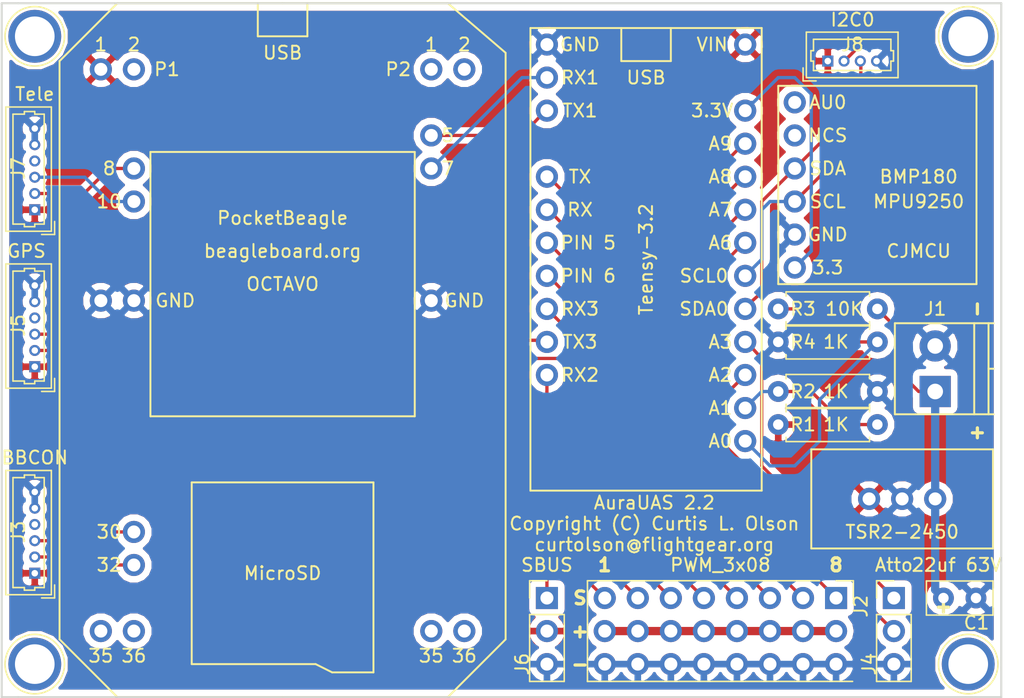
<source format=kicad_pcb>
(kicad_pcb (version 4) (host pcbnew 4.0.7)

  (general
    (links 72)
    (no_connects 0)
    (area 27.702599 48.0946 106.7224 104.3574)
    (thickness 1.6)
    (drawings 15)
    (tracks 122)
    (zones 0)
    (modules 21)
    (nets 34)
  )

  (page A)
  (title_block
    (title "AuraUAS Board")
  )

  (layers
    (0 F.Cu signal)
    (31 B.Cu signal hide)
    (32 B.Adhes user)
    (33 F.Adhes user)
    (34 B.Paste user)
    (35 F.Paste user)
    (36 B.SilkS user)
    (37 F.SilkS user)
    (38 B.Mask user)
    (39 F.Mask user)
    (40 Dwgs.User user)
    (41 Cmts.User user)
    (42 Eco1.User user)
    (43 Eco2.User user)
    (44 Edge.Cuts user)
    (45 Margin user)
    (46 B.CrtYd user)
    (47 F.CrtYd user)
    (48 B.Fab user)
    (49 F.Fab user)
  )

  (setup
    (last_trace_width 0.1524)
    (user_trace_width 0.254)
    (user_trace_width 0.381)
    (user_trace_width 0.508)
    (user_trace_width 0.635)
    (trace_clearance 0.1524)
    (zone_clearance 0.508)
    (zone_45_only no)
    (trace_min 0.1524)
    (segment_width 0.2)
    (edge_width 0.15)
    (via_size 0.6858)
    (via_drill 0.3302)
    (via_min_size 0.6858)
    (via_min_drill 0.3302)
    (uvia_size 0.6858)
    (uvia_drill 0.3302)
    (uvias_allowed no)
    (uvia_min_size 0)
    (uvia_min_drill 0)
    (pcb_text_width 0.3)
    (pcb_text_size 1.5 1.5)
    (mod_edge_width 0.15)
    (mod_text_size 1 1)
    (mod_text_width 0.15)
    (pad_size 4.064 4.064)
    (pad_drill 3.2)
    (pad_to_mask_clearance 0.0508)
    (aux_axis_origin 0 0)
    (visible_elements FFFFFF7F)
    (pcbplotparams
      (layerselection 0x00020_80000001)
      (usegerberextensions false)
      (excludeedgelayer true)
      (linewidth 0.100000)
      (plotframeref false)
      (viasonmask false)
      (mode 1)
      (useauxorigin false)
      (hpglpennumber 1)
      (hpglpenspeed 20)
      (hpglpendiameter 15)
      (hpglpenoverlay 2)
      (psnegative false)
      (psa4output false)
      (plotreference true)
      (plotvalue true)
      (plotinvisibletext false)
      (padsonsilk false)
      (subtractmaskfromsilk false)
      (outputformat 1)
      (mirror false)
      (drillshape 0)
      (scaleselection 1)
      (outputdirectory ""))
  )

  (net 0 "")
  (net 1 VDD)
  (net 2 GND)
  (net 3 /PWM1)
  (net 4 /PWM2)
  (net 5 /PWM3)
  (net 6 /PWM4)
  (net 7 /PWM5)
  (net 8 /PWM6)
  (net 9 /PWM7)
  (net 10 /PWM8)
  (net 11 +5V)
  (net 12 /UART0_RX)
  (net 13 /UART0_TX)
  (net 14 "Net-(J3-Pad4)")
  (net 15 /ATTO_VOLTS)
  (net 16 /ATTO_AMPS)
  (net 17 /GPS_RX)
  (net 18 /GPS_TX)
  (net 19 "Net-(J5-Pad4)")
  (net 20 /SBUS_RX)
  (net 21 /UART2_RX)
  (net 22 /UART2_TX)
  (net 23 "Net-(J7-Pad4)")
  (net 24 /AVIONICS_VCC)
  (net 25 /MAIN_VCC)
  (net 26 /I2C0_SDA)
  (net 27 /I2C0_SCL)
  (net 28 +5VA)
  (net 29 /UART1_TX)
  (net 30 /UART1_RX)
  (net 31 +3V3)
  (net 32 "Net-(U4-Pad5)")
  (net 33 "Net-(U4-Pad6)")

  (net_class Default "This is the default net class."
    (clearance 0.1524)
    (trace_width 0.1524)
    (via_dia 0.6858)
    (via_drill 0.3302)
    (uvia_dia 0.6858)
    (uvia_drill 0.3302)
    (add_net +3V3)
    (add_net +5V)
    (add_net +5VA)
    (add_net /ATTO_AMPS)
    (add_net /ATTO_VOLTS)
    (add_net /AVIONICS_VCC)
    (add_net /GPS_RX)
    (add_net /GPS_TX)
    (add_net /I2C0_SCL)
    (add_net /I2C0_SDA)
    (add_net /MAIN_VCC)
    (add_net /PWM1)
    (add_net /PWM2)
    (add_net /PWM3)
    (add_net /PWM4)
    (add_net /PWM5)
    (add_net /PWM6)
    (add_net /PWM7)
    (add_net /PWM8)
    (add_net /SBUS_RX)
    (add_net /UART0_RX)
    (add_net /UART0_TX)
    (add_net /UART1_RX)
    (add_net /UART1_TX)
    (add_net /UART2_RX)
    (add_net /UART2_TX)
    (add_net GND)
    (add_net "Net-(J3-Pad4)")
    (add_net "Net-(J5-Pad4)")
    (add_net "Net-(J7-Pad4)")
    (add_net "Net-(U4-Pad5)")
    (add_net "Net-(U4-Pad6)")
    (add_net VDD)
  )

  (module Connectors_Molex:Molex_PicoBlade_53047-0610_06x1.25mm_Straight (layer F.Cu) (tedit 5A7BB536) (tstamp 5AE4E060)
    (at 30.48 77.47 90)
    (descr "Molex PicoBlade, single row, top entry type, through hole, PN:53047-0610")
    (tags "connector molex picoblade")
    (path /5A7902D0)
    (fp_text reference J5 (at 3.175 -1.27 90) (layer F.SilkS)
      (effects (font (size 1 1) (thickness 0.15)))
    )
    (fp_text value GPS (at 8.89 -0.635 180) (layer F.SilkS)
      (effects (font (size 1 1) (thickness 0.15)))
    )
    (fp_line (start -2 -2.55) (end -2 1.6) (layer F.CrtYd) (width 0.05))
    (fp_line (start -2 1.6) (end 8.25 1.6) (layer F.CrtYd) (width 0.05))
    (fp_line (start 8.25 1.6) (end 8.25 -2.55) (layer F.CrtYd) (width 0.05))
    (fp_line (start 8.25 -2.55) (end -2 -2.55) (layer F.CrtYd) (width 0.05))
    (fp_line (start -1.5 -2.075) (end -1.5 1.125) (layer F.Fab) (width 0.1))
    (fp_line (start -1.5 1.125) (end 7.75 1.125) (layer F.Fab) (width 0.1))
    (fp_line (start 7.75 1.125) (end 7.75 -2.075) (layer F.Fab) (width 0.1))
    (fp_line (start 7.75 -2.075) (end -1.5 -2.075) (layer F.Fab) (width 0.1))
    (fp_line (start -1.65 -2.225) (end -1.65 1.275) (layer F.SilkS) (width 0.12))
    (fp_line (start -1.65 1.275) (end 7.9 1.275) (layer F.SilkS) (width 0.12))
    (fp_line (start 7.9 1.275) (end 7.9 -2.225) (layer F.SilkS) (width 0.12))
    (fp_line (start 7.9 -2.225) (end -1.65 -2.225) (layer F.SilkS) (width 0.12))
    (fp_line (start 3.125 0.725) (end -1.1 0.725) (layer F.SilkS) (width 0.12))
    (fp_line (start -1.1 0.725) (end -1.1 0) (layer F.SilkS) (width 0.12))
    (fp_line (start -1.1 0) (end -1.3 0) (layer F.SilkS) (width 0.12))
    (fp_line (start -1.3 0) (end -1.3 -0.8) (layer F.SilkS) (width 0.12))
    (fp_line (start -1.3 -0.8) (end -1.1 -0.8) (layer F.SilkS) (width 0.12))
    (fp_line (start -1.1 -0.8) (end -1.1 -1.675) (layer F.SilkS) (width 0.12))
    (fp_line (start -1.1 -1.675) (end 3.125 -1.675) (layer F.SilkS) (width 0.12))
    (fp_line (start 3.125 0.725) (end 7.35 0.725) (layer F.SilkS) (width 0.12))
    (fp_line (start 7.35 0.725) (end 7.35 0) (layer F.SilkS) (width 0.12))
    (fp_line (start 7.35 0) (end 7.55 0) (layer F.SilkS) (width 0.12))
    (fp_line (start 7.55 0) (end 7.55 -0.8) (layer F.SilkS) (width 0.12))
    (fp_line (start 7.55 -0.8) (end 7.35 -0.8) (layer F.SilkS) (width 0.12))
    (fp_line (start 7.35 -0.8) (end 7.35 -1.675) (layer F.SilkS) (width 0.12))
    (fp_line (start 7.35 -1.675) (end 3.125 -1.675) (layer F.SilkS) (width 0.12))
    (fp_line (start -1.9 1.525) (end -1.9 0.525) (layer F.SilkS) (width 0.12))
    (fp_line (start -1.9 1.525) (end -0.9 1.525) (layer F.SilkS) (width 0.12))
    (fp_text user %R (at 6.985 2.54 90) (layer F.Fab)
      (effects (font (size 1 1) (thickness 0.15)))
    )
    (pad 1 thru_hole rect (at 0 0 90) (size 0.85 0.85) (drill 0.5) (layers *.Cu *.Mask)
      (net 11 +5V))
    (pad 2 thru_hole circle (at 1.25 0 90) (size 0.85 0.85) (drill 0.5) (layers *.Cu *.Mask)
      (net 17 /GPS_RX))
    (pad 3 thru_hole circle (at 2.5 0 90) (size 0.85 0.85) (drill 0.5) (layers *.Cu *.Mask)
      (net 18 /GPS_TX))
    (pad 4 thru_hole circle (at 3.75 0 90) (size 0.85 0.85) (drill 0.5) (layers *.Cu *.Mask)
      (net 19 "Net-(J5-Pad4)"))
    (pad 5 thru_hole circle (at 5 0 90) (size 0.85 0.85) (drill 0.5) (layers *.Cu *.Mask)
      (net 2 GND))
    (pad 6 thru_hole circle (at 6.25 0 90) (size 0.85 0.85) (drill 0.5) (layers *.Cu *.Mask)
      (net 2 GND))
    (model ${KISYS3DMOD}/Connectors_Molex.3dshapes/Molex_PicoBlade_53047-0610_06x1.25mm_Straight.wrl
      (at (xyz 0 0 0))
      (scale (xyz 1 1 1))
      (rotate (xyz 0 0 0))
    )
  )

  (module Connectors_Molex:Molex_PicoBlade_53047-0610_06x1.25mm_Straight (layer F.Cu) (tedit 5A7BB543) (tstamp 5AE4E039)
    (at 30.48 93.345 90)
    (descr "Molex PicoBlade, single row, top entry type, through hole, PN:53047-0610")
    (tags "connector molex picoblade")
    (path /5A78FF6B)
    (fp_text reference J3 (at 3.175 -1.27 90) (layer F.SilkS)
      (effects (font (size 1 1) (thickness 0.15)))
    )
    (fp_text value BBCON (at 8.89 0 180) (layer F.SilkS)
      (effects (font (size 1 1) (thickness 0.15)))
    )
    (fp_line (start -2 -2.55) (end -2 1.6) (layer F.CrtYd) (width 0.05))
    (fp_line (start -2 1.6) (end 8.25 1.6) (layer F.CrtYd) (width 0.05))
    (fp_line (start 8.25 1.6) (end 8.25 -2.55) (layer F.CrtYd) (width 0.05))
    (fp_line (start 8.25 -2.55) (end -2 -2.55) (layer F.CrtYd) (width 0.05))
    (fp_line (start -1.5 -2.075) (end -1.5 1.125) (layer F.Fab) (width 0.1))
    (fp_line (start -1.5 1.125) (end 7.75 1.125) (layer F.Fab) (width 0.1))
    (fp_line (start 7.75 1.125) (end 7.75 -2.075) (layer F.Fab) (width 0.1))
    (fp_line (start 7.75 -2.075) (end -1.5 -2.075) (layer F.Fab) (width 0.1))
    (fp_line (start -1.65 -2.225) (end -1.65 1.275) (layer F.SilkS) (width 0.12))
    (fp_line (start -1.65 1.275) (end 7.9 1.275) (layer F.SilkS) (width 0.12))
    (fp_line (start 7.9 1.275) (end 7.9 -2.225) (layer F.SilkS) (width 0.12))
    (fp_line (start 7.9 -2.225) (end -1.65 -2.225) (layer F.SilkS) (width 0.12))
    (fp_line (start 3.125 0.725) (end -1.1 0.725) (layer F.SilkS) (width 0.12))
    (fp_line (start -1.1 0.725) (end -1.1 0) (layer F.SilkS) (width 0.12))
    (fp_line (start -1.1 0) (end -1.3 0) (layer F.SilkS) (width 0.12))
    (fp_line (start -1.3 0) (end -1.3 -0.8) (layer F.SilkS) (width 0.12))
    (fp_line (start -1.3 -0.8) (end -1.1 -0.8) (layer F.SilkS) (width 0.12))
    (fp_line (start -1.1 -0.8) (end -1.1 -1.675) (layer F.SilkS) (width 0.12))
    (fp_line (start -1.1 -1.675) (end 3.125 -1.675) (layer F.SilkS) (width 0.12))
    (fp_line (start 3.125 0.725) (end 7.35 0.725) (layer F.SilkS) (width 0.12))
    (fp_line (start 7.35 0.725) (end 7.35 0) (layer F.SilkS) (width 0.12))
    (fp_line (start 7.35 0) (end 7.55 0) (layer F.SilkS) (width 0.12))
    (fp_line (start 7.55 0) (end 7.55 -0.8) (layer F.SilkS) (width 0.12))
    (fp_line (start 7.55 -0.8) (end 7.35 -0.8) (layer F.SilkS) (width 0.12))
    (fp_line (start 7.35 -0.8) (end 7.35 -1.675) (layer F.SilkS) (width 0.12))
    (fp_line (start 7.35 -1.675) (end 3.125 -1.675) (layer F.SilkS) (width 0.12))
    (fp_line (start -1.9 1.525) (end -1.9 0.525) (layer F.SilkS) (width 0.12))
    (fp_line (start -1.9 1.525) (end -0.9 1.525) (layer F.SilkS) (width 0.12))
    (fp_text user %R (at 6.985 2.54 90) (layer F.Fab)
      (effects (font (size 1 1) (thickness 0.15)))
    )
    (pad 1 thru_hole rect (at 0 0 90) (size 0.85 0.85) (drill 0.5) (layers *.Cu *.Mask)
      (net 11 +5V))
    (pad 2 thru_hole circle (at 1.25 0 90) (size 0.85 0.85) (drill 0.5) (layers *.Cu *.Mask)
      (net 12 /UART0_RX))
    (pad 3 thru_hole circle (at 2.5 0 90) (size 0.85 0.85) (drill 0.5) (layers *.Cu *.Mask)
      (net 13 /UART0_TX))
    (pad 4 thru_hole circle (at 3.75 0 90) (size 0.85 0.85) (drill 0.5) (layers *.Cu *.Mask)
      (net 14 "Net-(J3-Pad4)"))
    (pad 5 thru_hole circle (at 5 0 90) (size 0.85 0.85) (drill 0.5) (layers *.Cu *.Mask)
      (net 2 GND))
    (pad 6 thru_hole circle (at 6.25 0 90) (size 0.85 0.85) (drill 0.5) (layers *.Cu *.Mask)
      (net 2 GND))
    (model ${KISYS3DMOD}/Connectors_Molex.3dshapes/Molex_PicoBlade_53047-0610_06x1.25mm_Straight.wrl
      (at (xyz 0 0 0))
      (scale (xyz 1 1 1))
      (rotate (xyz 0 0 0))
    )
  )

  (module Connectors_Molex:Molex_PicoBlade_53047-0610_06x1.25mm_Straight (layer F.Cu) (tedit 5A7BB530) (tstamp 5AE4DDC0)
    (at 30.48 65.405 90)
    (descr "Molex PicoBlade, single row, top entry type, through hole, PN:53047-0610")
    (tags "connector molex picoblade")
    (path /5A78F7A6)
    (fp_text reference J7 (at 3.175 -1.27 90) (layer F.SilkS)
      (effects (font (size 1 1) (thickness 0.15)))
    )
    (fp_text value Tele (at 8.89 0 180) (layer F.SilkS)
      (effects (font (size 1 1) (thickness 0.15)))
    )
    (fp_line (start -2 -2.55) (end -2 1.6) (layer F.CrtYd) (width 0.05))
    (fp_line (start -2 1.6) (end 8.25 1.6) (layer F.CrtYd) (width 0.05))
    (fp_line (start 8.25 1.6) (end 8.25 -2.55) (layer F.CrtYd) (width 0.05))
    (fp_line (start 8.25 -2.55) (end -2 -2.55) (layer F.CrtYd) (width 0.05))
    (fp_line (start -1.5 -2.075) (end -1.5 1.125) (layer F.Fab) (width 0.1))
    (fp_line (start -1.5 1.125) (end 7.75 1.125) (layer F.Fab) (width 0.1))
    (fp_line (start 7.75 1.125) (end 7.75 -2.075) (layer F.Fab) (width 0.1))
    (fp_line (start 7.75 -2.075) (end -1.5 -2.075) (layer F.Fab) (width 0.1))
    (fp_line (start -1.65 -2.225) (end -1.65 1.275) (layer F.SilkS) (width 0.12))
    (fp_line (start -1.65 1.275) (end 7.9 1.275) (layer F.SilkS) (width 0.12))
    (fp_line (start 7.9 1.275) (end 7.9 -2.225) (layer F.SilkS) (width 0.12))
    (fp_line (start 7.9 -2.225) (end -1.65 -2.225) (layer F.SilkS) (width 0.12))
    (fp_line (start 3.125 0.725) (end -1.1 0.725) (layer F.SilkS) (width 0.12))
    (fp_line (start -1.1 0.725) (end -1.1 0) (layer F.SilkS) (width 0.12))
    (fp_line (start -1.1 0) (end -1.3 0) (layer F.SilkS) (width 0.12))
    (fp_line (start -1.3 0) (end -1.3 -0.8) (layer F.SilkS) (width 0.12))
    (fp_line (start -1.3 -0.8) (end -1.1 -0.8) (layer F.SilkS) (width 0.12))
    (fp_line (start -1.1 -0.8) (end -1.1 -1.675) (layer F.SilkS) (width 0.12))
    (fp_line (start -1.1 -1.675) (end 3.125 -1.675) (layer F.SilkS) (width 0.12))
    (fp_line (start 3.125 0.725) (end 7.35 0.725) (layer F.SilkS) (width 0.12))
    (fp_line (start 7.35 0.725) (end 7.35 0) (layer F.SilkS) (width 0.12))
    (fp_line (start 7.35 0) (end 7.55 0) (layer F.SilkS) (width 0.12))
    (fp_line (start 7.55 0) (end 7.55 -0.8) (layer F.SilkS) (width 0.12))
    (fp_line (start 7.55 -0.8) (end 7.35 -0.8) (layer F.SilkS) (width 0.12))
    (fp_line (start 7.35 -0.8) (end 7.35 -1.675) (layer F.SilkS) (width 0.12))
    (fp_line (start 7.35 -1.675) (end 3.125 -1.675) (layer F.SilkS) (width 0.12))
    (fp_line (start -1.9 1.525) (end -1.9 0.525) (layer F.SilkS) (width 0.12))
    (fp_line (start -1.9 1.525) (end -0.9 1.525) (layer F.SilkS) (width 0.12))
    (fp_text user %R (at 6.35 2.54 90) (layer F.Fab)
      (effects (font (size 1 1) (thickness 0.15)))
    )
    (pad 1 thru_hole rect (at 0 0 90) (size 0.85 0.85) (drill 0.5) (layers *.Cu *.Mask)
      (net 11 +5V))
    (pad 2 thru_hole circle (at 1.25 0 90) (size 0.85 0.85) (drill 0.5) (layers *.Cu *.Mask)
      (net 21 /UART2_RX))
    (pad 3 thru_hole circle (at 2.5 0 90) (size 0.85 0.85) (drill 0.5) (layers *.Cu *.Mask)
      (net 22 /UART2_TX))
    (pad 4 thru_hole circle (at 3.75 0 90) (size 0.85 0.85) (drill 0.5) (layers *.Cu *.Mask)
      (net 23 "Net-(J7-Pad4)"))
    (pad 5 thru_hole circle (at 5 0 90) (size 0.85 0.85) (drill 0.5) (layers *.Cu *.Mask)
      (net 2 GND))
    (pad 6 thru_hole circle (at 6.25 0 90) (size 0.85 0.85) (drill 0.5) (layers *.Cu *.Mask)
      (net 2 GND))
    (model ${KISYS3DMOD}/Connectors_Molex.3dshapes/Molex_PicoBlade_53047-0610_06x1.25mm_Straight.wrl
      (at (xyz 0 0 0))
      (scale (xyz 1 1 1))
      (rotate (xyz 0 0 0))
    )
  )

  (module Connectors_Molex:Molex_PicoBlade_53047-0410_04x1.25mm_Straight (layer F.Cu) (tedit 5A7BC1BC) (tstamp 5AE4DBE2)
    (at 91.44 53.975)
    (descr "Molex PicoBlade, single row, top entry type, through hole, PN:53047-0410")
    (tags "connector molex picoblade")
    (path /5A7B843E)
    (fp_text reference J8 (at 1.905 -1.27) (layer F.SilkS)
      (effects (font (size 1 1) (thickness 0.15)))
    )
    (fp_text value I2C0 (at 1.905 -3.175) (layer F.SilkS)
      (effects (font (size 1 1) (thickness 0.15)))
    )
    (fp_line (start -2 -2.55) (end -2 1.6) (layer F.CrtYd) (width 0.05))
    (fp_line (start -2 1.6) (end 5.75 1.6) (layer F.CrtYd) (width 0.05))
    (fp_line (start 5.75 1.6) (end 5.75 -2.55) (layer F.CrtYd) (width 0.05))
    (fp_line (start 5.75 -2.55) (end -2 -2.55) (layer F.CrtYd) (width 0.05))
    (fp_line (start -1.5 -2.075) (end -1.5 1.125) (layer F.Fab) (width 0.1))
    (fp_line (start -1.5 1.125) (end 5.25 1.125) (layer F.Fab) (width 0.1))
    (fp_line (start 5.25 1.125) (end 5.25 -2.075) (layer F.Fab) (width 0.1))
    (fp_line (start 5.25 -2.075) (end -1.5 -2.075) (layer F.Fab) (width 0.1))
    (fp_line (start -1.65 -2.225) (end -1.65 1.275) (layer F.SilkS) (width 0.12))
    (fp_line (start -1.65 1.275) (end 5.4 1.275) (layer F.SilkS) (width 0.12))
    (fp_line (start 5.4 1.275) (end 5.4 -2.225) (layer F.SilkS) (width 0.12))
    (fp_line (start 5.4 -2.225) (end -1.65 -2.225) (layer F.SilkS) (width 0.12))
    (fp_line (start 1.875 0.725) (end -1.1 0.725) (layer F.SilkS) (width 0.12))
    (fp_line (start -1.1 0.725) (end -1.1 0) (layer F.SilkS) (width 0.12))
    (fp_line (start -1.1 0) (end -1.3 0) (layer F.SilkS) (width 0.12))
    (fp_line (start -1.3 0) (end -1.3 -0.8) (layer F.SilkS) (width 0.12))
    (fp_line (start -1.3 -0.8) (end -1.1 -0.8) (layer F.SilkS) (width 0.12))
    (fp_line (start -1.1 -0.8) (end -1.1 -1.675) (layer F.SilkS) (width 0.12))
    (fp_line (start -1.1 -1.675) (end 1.875 -1.675) (layer F.SilkS) (width 0.12))
    (fp_line (start 1.875 0.725) (end 4.85 0.725) (layer F.SilkS) (width 0.12))
    (fp_line (start 4.85 0.725) (end 4.85 0) (layer F.SilkS) (width 0.12))
    (fp_line (start 4.85 0) (end 5.05 0) (layer F.SilkS) (width 0.12))
    (fp_line (start 5.05 0) (end 5.05 -0.8) (layer F.SilkS) (width 0.12))
    (fp_line (start 5.05 -0.8) (end 4.85 -0.8) (layer F.SilkS) (width 0.12))
    (fp_line (start 4.85 -0.8) (end 4.85 -1.675) (layer F.SilkS) (width 0.12))
    (fp_line (start 4.85 -1.675) (end 1.875 -1.675) (layer F.SilkS) (width 0.12))
    (fp_line (start -1.9 1.525) (end -1.9 0.525) (layer F.SilkS) (width 0.12))
    (fp_line (start -1.9 1.525) (end -0.9 1.525) (layer F.SilkS) (width 0.12))
    (fp_text user %R (at -3.175 0) (layer F.Fab)
      (effects (font (size 1 1) (thickness 0.15)))
    )
    (pad 1 thru_hole rect (at 0 0) (size 0.85 0.85) (drill 0.5) (layers *.Cu *.Mask)
      (net 11 +5V))
    (pad 2 thru_hole circle (at 1.25 0) (size 0.85 0.85) (drill 0.5) (layers *.Cu *.Mask)
      (net 27 /I2C0_SCL))
    (pad 3 thru_hole circle (at 2.5 0) (size 0.85 0.85) (drill 0.5) (layers *.Cu *.Mask)
      (net 26 /I2C0_SDA))
    (pad 4 thru_hole circle (at 3.75 0) (size 0.85 0.85) (drill 0.5) (layers *.Cu *.Mask)
      (net 2 GND))
    (model ${KISYS3DMOD}/Connectors_Molex.3dshapes/Molex_PicoBlade_53047-0410_04x1.25mm_Straight.wrl
      (at (xyz 0 0 0))
      (scale (xyz 1 1 1))
      (rotate (xyz 0 0 0))
    )
  )

  (module footprint:PWM_3x08 (layer F.Cu) (tedit 5A7BD379) (tstamp 5ADCD7B7)
    (at 92.075 95.25 270)
    (descr "Through hole straight pin header, 1x08, 2.54mm pitch, single row")
    (tags "Through hole pin header THT 1x08 2.54mm single row")
    (path /5A7B6479)
    (fp_text reference J2 (at 0.635 -1.905 450) (layer F.SilkS)
      (effects (font (size 1 1) (thickness 0.15)))
    )
    (fp_text value PWM_3x08 (at -2.54 8.89 360) (layer F.SilkS)
      (effects (font (size 1 1) (thickness 0.15)))
    )
    (fp_line (start -0.635 -1.27) (end 6.35 -1.27) (layer F.Fab) (width 0.1))
    (fp_line (start 6.35 -1.27) (end 6.35 19.05) (layer F.Fab) (width 0.1))
    (fp_line (start 6.35 19.05) (end -1.27 19.05) (layer F.Fab) (width 0.1))
    (fp_line (start -1.27 19.05) (end -1.27 -0.635) (layer F.Fab) (width 0.1))
    (fp_line (start -1.27 -0.635) (end -0.635 -1.27) (layer F.Fab) (width 0.1))
    (fp_line (start -1.33 19.11) (end 6.41 19.11) (layer F.SilkS) (width 0.12))
    (fp_line (start -1.33 1.27) (end -1.33 19.11) (layer F.SilkS) (width 0.12))
    (fp_line (start 6.41 -1.27) (end 6.41 19.11) (layer F.SilkS) (width 0.12))
    (fp_line (start -1.33 0) (end -1.33 -1.33) (layer F.SilkS) (width 0.12))
    (fp_line (start -1.33 -1.33) (end 0 -1.33) (layer F.SilkS) (width 0.12))
    (fp_line (start -1.8 -1.8) (end -1.8 19.55) (layer F.CrtYd) (width 0.05))
    (fp_line (start -1.8 19.55) (end 6.88 19.55) (layer F.CrtYd) (width 0.05))
    (fp_line (start 6.88 19.55) (end 6.88 -1.8) (layer F.CrtYd) (width 0.05))
    (fp_line (start 6.88 -1.8) (end -1.8 -1.8) (layer F.CrtYd) (width 0.05))
    (fp_text user %R (at 0 8.89 360) (layer F.Fab)
      (effects (font (size 1 1) (thickness 0.15)))
    )
    (pad 10 thru_hole oval (at 5.08 17.78 270) (size 1.7 1.7) (drill 1) (layers *.Cu *.Mask)
      (net 2 GND))
    (pad 10 thru_hole oval (at 5.08 15.24 270) (size 1.7 1.7) (drill 1) (layers *.Cu *.Mask)
      (net 2 GND))
    (pad 10 thru_hole oval (at 5.08 12.7 270) (size 1.7 1.7) (drill 1) (layers *.Cu *.Mask)
      (net 2 GND))
    (pad 10 thru_hole oval (at 5.08 10.16 270) (size 1.7 1.7) (drill 1) (layers *.Cu *.Mask)
      (net 2 GND))
    (pad 10 thru_hole oval (at 5.08 7.62 270) (size 1.7 1.7) (drill 1) (layers *.Cu *.Mask)
      (net 2 GND))
    (pad 10 thru_hole oval (at 5.08 5.08 270) (size 1.7 1.7) (drill 1) (layers *.Cu *.Mask)
      (net 2 GND))
    (pad 10 thru_hole oval (at 5.08 2.54 270) (size 1.7 1.7) (drill 1) (layers *.Cu *.Mask)
      (net 2 GND))
    (pad 10 thru_hole oval (at 5.08 0 270) (size 1.7 1.7) (drill 1) (layers *.Cu *.Mask)
      (net 2 GND))
    (pad 9 thru_hole oval (at 2.54 17.78 270) (size 1.7 1.7) (drill 1) (layers *.Cu *.Mask)
      (net 28 +5VA))
    (pad 9 thru_hole oval (at 2.54 15.24 270) (size 1.7 1.7) (drill 1) (layers *.Cu *.Mask)
      (net 28 +5VA))
    (pad 9 thru_hole oval (at 2.54 12.7 270) (size 1.7 1.7) (drill 1) (layers *.Cu *.Mask)
      (net 28 +5VA))
    (pad 9 thru_hole oval (at 2.54 10.16 270) (size 1.7 1.7) (drill 1) (layers *.Cu *.Mask)
      (net 28 +5VA))
    (pad 9 thru_hole oval (at 2.54 7.62 270) (size 1.7 1.7) (drill 1) (layers *.Cu *.Mask)
      (net 28 +5VA))
    (pad 9 thru_hole oval (at 2.54 5.08 270) (size 1.7 1.7) (drill 1) (layers *.Cu *.Mask)
      (net 28 +5VA))
    (pad 9 thru_hole oval (at 2.54 2.54 270) (size 1.7 1.7) (drill 1) (layers *.Cu *.Mask)
      (net 28 +5VA))
    (pad 9 thru_hole oval (at 2.54 0 270) (size 1.7 1.7) (drill 1) (layers *.Cu *.Mask)
      (net 28 +5VA))
    (pad 8 thru_hole rect (at 0 0 270) (size 1.7 1.7) (drill 1) (layers *.Cu *.Mask)
      (net 10 /PWM8))
    (pad 7 thru_hole oval (at 0 2.54 270) (size 1.7 1.7) (drill 1) (layers *.Cu *.Mask)
      (net 9 /PWM7))
    (pad 6 thru_hole oval (at 0 5.08 270) (size 1.7 1.7) (drill 1) (layers *.Cu *.Mask)
      (net 8 /PWM6))
    (pad 5 thru_hole oval (at 0 7.62 270) (size 1.7 1.7) (drill 1) (layers *.Cu *.Mask)
      (net 7 /PWM5))
    (pad 4 thru_hole oval (at 0 10.16 270) (size 1.7 1.7) (drill 1) (layers *.Cu *.Mask)
      (net 6 /PWM4))
    (pad 3 thru_hole oval (at 0 12.7 270) (size 1.7 1.7) (drill 1) (layers *.Cu *.Mask)
      (net 5 /PWM3))
    (pad 2 thru_hole oval (at 0 15.24 270) (size 1.7 1.7) (drill 1) (layers *.Cu *.Mask)
      (net 4 /PWM2))
    (pad 1 thru_hole oval (at 0 17.78 270) (size 1.7 1.7) (drill 1) (layers *.Cu *.Mask)
      (net 3 /PWM1))
    (model ${KISYS3DMOD}/Pin_Headers.3dshapes/Pin_Header_Straight_1x08_Pitch2.54mm.wrl
      (at (xyz 0 0 0))
      (scale (xyz 1 1 1))
      (rotate (xyz 0 0 0))
    )
  )

  (module Connectors:1pin (layer F.Cu) (tedit 5A7B8D2E) (tstamp 5A839A05)
    (at 102.235 52.07)
    (descr "module 1 pin (ou trou mecanique de percage)")
    (tags DEV)
    (fp_text reference REF** (at 0 -3.048) (layer F.SilkS) hide
      (effects (font (size 1 1) (thickness 0.15)))
    )
    (fp_text value 1pin (at 0 3) (layer F.Fab) hide
      (effects (font (size 1 1) (thickness 0.15)))
    )
    (fp_circle (center 0 0) (end 2 0.8) (layer F.Fab) (width 0.1))
    (fp_circle (center 0 0) (end 2.6 0) (layer F.CrtYd) (width 0.05))
    (fp_circle (center 0 0) (end 0 -2.286) (layer F.SilkS) (width 0.12))
    (pad 1 thru_hole circle (at 0 0) (size 4.064 4.064) (drill 3.048) (layers *.Cu *.Mask))
  )

  (module Connectors:1pin (layer F.Cu) (tedit 5A7B8C39) (tstamp 5A8399ED)
    (at 102.235 100.33)
    (descr "module 1 pin (ou trou mecanique de percage)")
    (tags DEV)
    (fp_text reference REF** (at 0 -3.048) (layer F.SilkS) hide
      (effects (font (size 1 1) (thickness 0.15)))
    )
    (fp_text value 1pin (at 0 3) (layer F.Fab) hide
      (effects (font (size 1 1) (thickness 0.15)))
    )
    (fp_circle (center 0 0) (end 2 0.8) (layer F.Fab) (width 0.1))
    (fp_circle (center 0 0) (end 2.6 0) (layer F.CrtYd) (width 0.05))
    (fp_circle (center 0 0) (end 0 -2.286) (layer F.SilkS) (width 0.12))
    (pad 1 thru_hole circle (at 0 0) (size 4.064 4.064) (drill 3.048) (layers *.Cu *.Mask))
  )

  (module Connectors:1pin (layer F.Cu) (tedit 5A7B8B6C) (tstamp 5A8399D4)
    (at 30.48 100.33)
    (descr "module 1 pin (ou trou mecanique de percage)")
    (tags DEV)
    (fp_text reference REF** (at 0 -3.048) (layer F.SilkS) hide
      (effects (font (size 1 1) (thickness 0.15)))
    )
    (fp_text value 1pin (at 0 3) (layer F.Fab) hide
      (effects (font (size 1 1) (thickness 0.15)))
    )
    (fp_circle (center 0 0) (end 2 0.8) (layer F.Fab) (width 0.1))
    (fp_circle (center 0 0) (end 2.6 0) (layer F.CrtYd) (width 0.05))
    (fp_circle (center 0 0) (end 0 -2.286) (layer F.SilkS) (width 0.12))
    (pad 1 thru_hole circle (at 0 0) (size 4.064 4.064) (drill 3.048) (layers *.Cu *.Mask))
  )

  (module Connectors:1pin (layer F.Cu) (tedit 5A7B8B4E) (tstamp 5A8399B2)
    (at 30.48 52.07)
    (descr "module 1 pin (ou trou mecanique de percage)")
    (tags DEV)
    (fp_text reference REF** (at 0 -3.048) (layer F.SilkS) hide
      (effects (font (size 1 1) (thickness 0.15)))
    )
    (fp_text value 1pin (at 0 3) (layer F.Fab) hide
      (effects (font (size 1 1) (thickness 0.15)))
    )
    (fp_circle (center 0 0) (end 2 0.8) (layer F.Fab) (width 0.1))
    (fp_circle (center 0 0) (end 2.6 0) (layer F.CrtYd) (width 0.05))
    (fp_circle (center 0 0) (end 0 -2.286) (layer F.SilkS) (width 0.12))
    (pad 1 thru_hole circle (at 0 0) (size 4.064 4.064) (drill 3.048) (layers *.Cu *.Mask))
  )

  (module Resistors_THT:R_Axial_DIN0207_L6.3mm_D2.5mm_P7.62mm_Horizontal (layer F.Cu) (tedit 5A7BC9C3) (tstamp 5A7B2CF4)
    (at 87.63 75.565)
    (descr "Resistor, Axial_DIN0207 series, Axial, Horizontal, pin pitch=7.62mm, 0.25W = 1/4W, length*diameter=6.3*2.5mm^2, http://cdn-reichelt.de/documents/datenblatt/B400/1_4W%23YAG.pdf")
    (tags "Resistor Axial_DIN0207 series Axial Horizontal pin pitch 7.62mm 0.25W = 1/4W length 6.3mm diameter 2.5mm")
    (path /5A79C102)
    (fp_text reference R4 (at 1.905 0) (layer F.SilkS)
      (effects (font (size 1 1) (thickness 0.15)))
    )
    (fp_text value 1K (at 4.445 3.81) (layer F.SilkS)
      (effects (font (size 1 1) (thickness 0.15)))
    )
    (fp_line (start 0.66 -1.25) (end 0.66 1.25) (layer F.Fab) (width 0.1))
    (fp_line (start 0.66 1.25) (end 6.96 1.25) (layer F.Fab) (width 0.1))
    (fp_line (start 6.96 1.25) (end 6.96 -1.25) (layer F.Fab) (width 0.1))
    (fp_line (start 6.96 -1.25) (end 0.66 -1.25) (layer F.Fab) (width 0.1))
    (fp_line (start 0 0) (end 0.66 0) (layer F.Fab) (width 0.1))
    (fp_line (start 7.62 0) (end 6.96 0) (layer F.Fab) (width 0.1))
    (fp_line (start 0.6 -0.98) (end 0.6 -1.31) (layer F.SilkS) (width 0.12))
    (fp_line (start 0.6 -1.31) (end 7.02 -1.31) (layer F.SilkS) (width 0.12))
    (fp_line (start 7.02 -1.31) (end 7.02 -0.98) (layer F.SilkS) (width 0.12))
    (fp_line (start 0.6 0.98) (end 0.6 1.31) (layer F.SilkS) (width 0.12))
    (fp_line (start 0.6 1.31) (end 7.02 1.31) (layer F.SilkS) (width 0.12))
    (fp_line (start 7.02 1.31) (end 7.02 0.98) (layer F.SilkS) (width 0.12))
    (fp_line (start -1.05 -1.6) (end -1.05 1.6) (layer F.CrtYd) (width 0.05))
    (fp_line (start -1.05 1.6) (end 8.7 1.6) (layer F.CrtYd) (width 0.05))
    (fp_line (start 8.7 1.6) (end 8.7 -1.6) (layer F.CrtYd) (width 0.05))
    (fp_line (start 8.7 -1.6) (end -1.05 -1.6) (layer F.CrtYd) (width 0.05))
    (pad 1 thru_hole circle (at 0 0) (size 1.6 1.6) (drill 0.8) (layers *.Cu *.Mask)
      (net 2 GND))
    (pad 2 thru_hole oval (at 7.62 0) (size 1.6 1.6) (drill 0.8) (layers *.Cu *.Mask)
      (net 25 /MAIN_VCC))
    (model ${KISYS3DMOD}/Resistors_THT.3dshapes/R_Axial_DIN0207_L6.3mm_D2.5mm_P7.62mm_Horizontal.wrl
      (at (xyz 0 0 0))
      (scale (xyz 0.393701 0.393701 0.393701))
      (rotate (xyz 0 0 0))
    )
  )

  (module Resistors_THT:R_Axial_DIN0207_L6.3mm_D2.5mm_P7.62mm_Horizontal (layer F.Cu) (tedit 5A7BB46D) (tstamp 5A7B2CEE)
    (at 87.63 73.025)
    (descr "Resistor, Axial_DIN0207 series, Axial, Horizontal, pin pitch=7.62mm, 0.25W = 1/4W, length*diameter=6.3*2.5mm^2, http://cdn-reichelt.de/documents/datenblatt/B400/1_4W%23YAG.pdf")
    (tags "Resistor Axial_DIN0207 series Axial Horizontal pin pitch 7.62mm 0.25W = 1/4W length 6.3mm diameter 2.5mm")
    (path /5A79C09B)
    (fp_text reference R3 (at 1.905 0) (layer F.SilkS)
      (effects (font (size 1 1) (thickness 0.15)))
    )
    (fp_text value 10K (at 5.08 0) (layer F.SilkS)
      (effects (font (size 1 1) (thickness 0.15)))
    )
    (fp_line (start 0.66 -1.25) (end 0.66 1.25) (layer F.Fab) (width 0.1))
    (fp_line (start 0.66 1.25) (end 6.96 1.25) (layer F.Fab) (width 0.1))
    (fp_line (start 6.96 1.25) (end 6.96 -1.25) (layer F.Fab) (width 0.1))
    (fp_line (start 6.96 -1.25) (end 0.66 -1.25) (layer F.Fab) (width 0.1))
    (fp_line (start 0 0) (end 0.66 0) (layer F.Fab) (width 0.1))
    (fp_line (start 7.62 0) (end 6.96 0) (layer F.Fab) (width 0.1))
    (fp_line (start 0.6 -0.98) (end 0.6 -1.31) (layer F.SilkS) (width 0.12))
    (fp_line (start 0.6 -1.31) (end 7.02 -1.31) (layer F.SilkS) (width 0.12))
    (fp_line (start 7.02 -1.31) (end 7.02 -0.98) (layer F.SilkS) (width 0.12))
    (fp_line (start 0.6 0.98) (end 0.6 1.31) (layer F.SilkS) (width 0.12))
    (fp_line (start 0.6 1.31) (end 7.02 1.31) (layer F.SilkS) (width 0.12))
    (fp_line (start 7.02 1.31) (end 7.02 0.98) (layer F.SilkS) (width 0.12))
    (fp_line (start -1.05 -1.6) (end -1.05 1.6) (layer F.CrtYd) (width 0.05))
    (fp_line (start -1.05 1.6) (end 8.7 1.6) (layer F.CrtYd) (width 0.05))
    (fp_line (start 8.7 1.6) (end 8.7 -1.6) (layer F.CrtYd) (width 0.05))
    (fp_line (start 8.7 -1.6) (end -1.05 -1.6) (layer F.CrtYd) (width 0.05))
    (pad 1 thru_hole circle (at 0 0) (size 1.6 1.6) (drill 0.8) (layers *.Cu *.Mask)
      (net 25 /MAIN_VCC))
    (pad 2 thru_hole oval (at 7.62 0) (size 1.6 1.6) (drill 0.8) (layers *.Cu *.Mask)
      (net 1 VDD))
    (model ${KISYS3DMOD}/Resistors_THT.3dshapes/R_Axial_DIN0207_L6.3mm_D2.5mm_P7.62mm_Horizontal.wrl
      (at (xyz 0 0 0))
      (scale (xyz 0.393701 0.393701 0.393701))
      (rotate (xyz 0 0 0))
    )
  )

  (module Resistors_THT:R_Axial_DIN0207_L6.3mm_D2.5mm_P7.62mm_Horizontal (layer F.Cu) (tedit 5A7BC9BB) (tstamp 5A7B2CE8)
    (at 95.25 79.375 180)
    (descr "Resistor, Axial_DIN0207 series, Axial, Horizontal, pin pitch=7.62mm, 0.25W = 1/4W, length*diameter=6.3*2.5mm^2, http://cdn-reichelt.de/documents/datenblatt/B400/1_4W%23YAG.pdf")
    (tags "Resistor Axial_DIN0207 series Axial Horizontal pin pitch 7.62mm 0.25W = 1/4W length 6.3mm diameter 2.5mm")
    (path /5A799F7F)
    (fp_text reference R2 (at 5.715 0 180) (layer F.SilkS)
      (effects (font (size 1 1) (thickness 0.15)))
    )
    (fp_text value 1K (at 3.175 3.81 180) (layer F.SilkS)
      (effects (font (size 1 1) (thickness 0.15)))
    )
    (fp_line (start 0.66 -1.25) (end 0.66 1.25) (layer F.Fab) (width 0.1))
    (fp_line (start 0.66 1.25) (end 6.96 1.25) (layer F.Fab) (width 0.1))
    (fp_line (start 6.96 1.25) (end 6.96 -1.25) (layer F.Fab) (width 0.1))
    (fp_line (start 6.96 -1.25) (end 0.66 -1.25) (layer F.Fab) (width 0.1))
    (fp_line (start 0 0) (end 0.66 0) (layer F.Fab) (width 0.1))
    (fp_line (start 7.62 0) (end 6.96 0) (layer F.Fab) (width 0.1))
    (fp_line (start 0.6 -0.98) (end 0.6 -1.31) (layer F.SilkS) (width 0.12))
    (fp_line (start 0.6 -1.31) (end 7.02 -1.31) (layer F.SilkS) (width 0.12))
    (fp_line (start 7.02 -1.31) (end 7.02 -0.98) (layer F.SilkS) (width 0.12))
    (fp_line (start 0.6 0.98) (end 0.6 1.31) (layer F.SilkS) (width 0.12))
    (fp_line (start 0.6 1.31) (end 7.02 1.31) (layer F.SilkS) (width 0.12))
    (fp_line (start 7.02 1.31) (end 7.02 0.98) (layer F.SilkS) (width 0.12))
    (fp_line (start -1.05 -1.6) (end -1.05 1.6) (layer F.CrtYd) (width 0.05))
    (fp_line (start -1.05 1.6) (end 8.7 1.6) (layer F.CrtYd) (width 0.05))
    (fp_line (start 8.7 1.6) (end 8.7 -1.6) (layer F.CrtYd) (width 0.05))
    (fp_line (start 8.7 -1.6) (end -1.05 -1.6) (layer F.CrtYd) (width 0.05))
    (pad 1 thru_hole circle (at 0 0 180) (size 1.6 1.6) (drill 0.8) (layers *.Cu *.Mask)
      (net 2 GND))
    (pad 2 thru_hole oval (at 7.62 0 180) (size 1.6 1.6) (drill 0.8) (layers *.Cu *.Mask)
      (net 24 /AVIONICS_VCC))
    (model ${KISYS3DMOD}/Resistors_THT.3dshapes/R_Axial_DIN0207_L6.3mm_D2.5mm_P7.62mm_Horizontal.wrl
      (at (xyz 0 0 0))
      (scale (xyz 0.393701 0.393701 0.393701))
      (rotate (xyz 0 0 0))
    )
  )

  (module Resistors_THT:R_Axial_DIN0207_L6.3mm_D2.5mm_P7.62mm_Horizontal (layer F.Cu) (tedit 5A7BC591) (tstamp 5A7B2CE2)
    (at 95.25 81.915 180)
    (descr "Resistor, Axial_DIN0207 series, Axial, Horizontal, pin pitch=7.62mm, 0.25W = 1/4W, length*diameter=6.3*2.5mm^2, http://cdn-reichelt.de/documents/datenblatt/B400/1_4W%23YAG.pdf")
    (tags "Resistor Axial_DIN0207 series Axial Horizontal pin pitch 7.62mm 0.25W = 1/4W length 6.3mm diameter 2.5mm")
    (path /5A78BC65)
    (fp_text reference R1 (at 5.715 0 180) (layer F.SilkS)
      (effects (font (size 1 1) (thickness 0.15)))
    )
    (fp_text value 1K (at 3.175 0 180) (layer F.SilkS)
      (effects (font (size 1 1) (thickness 0.15)))
    )
    (fp_line (start 0.66 -1.25) (end 0.66 1.25) (layer F.Fab) (width 0.1))
    (fp_line (start 0.66 1.25) (end 6.96 1.25) (layer F.Fab) (width 0.1))
    (fp_line (start 6.96 1.25) (end 6.96 -1.25) (layer F.Fab) (width 0.1))
    (fp_line (start 6.96 -1.25) (end 0.66 -1.25) (layer F.Fab) (width 0.1))
    (fp_line (start 0 0) (end 0.66 0) (layer F.Fab) (width 0.1))
    (fp_line (start 7.62 0) (end 6.96 0) (layer F.Fab) (width 0.1))
    (fp_line (start 0.6 -0.98) (end 0.6 -1.31) (layer F.SilkS) (width 0.12))
    (fp_line (start 0.6 -1.31) (end 7.02 -1.31) (layer F.SilkS) (width 0.12))
    (fp_line (start 7.02 -1.31) (end 7.02 -0.98) (layer F.SilkS) (width 0.12))
    (fp_line (start 0.6 0.98) (end 0.6 1.31) (layer F.SilkS) (width 0.12))
    (fp_line (start 0.6 1.31) (end 7.02 1.31) (layer F.SilkS) (width 0.12))
    (fp_line (start 7.02 1.31) (end 7.02 0.98) (layer F.SilkS) (width 0.12))
    (fp_line (start -1.05 -1.6) (end -1.05 1.6) (layer F.CrtYd) (width 0.05))
    (fp_line (start -1.05 1.6) (end 8.7 1.6) (layer F.CrtYd) (width 0.05))
    (fp_line (start 8.7 1.6) (end 8.7 -1.6) (layer F.CrtYd) (width 0.05))
    (fp_line (start 8.7 -1.6) (end -1.05 -1.6) (layer F.CrtYd) (width 0.05))
    (pad 1 thru_hole circle (at 0 0 180) (size 1.6 1.6) (drill 0.8) (layers *.Cu *.Mask)
      (net 24 /AVIONICS_VCC))
    (pad 2 thru_hole oval (at 7.62 0 180) (size 1.6 1.6) (drill 0.8) (layers *.Cu *.Mask)
      (net 11 +5V))
    (model ${KISYS3DMOD}/Resistors_THT.3dshapes/R_Axial_DIN0207_L6.3mm_D2.5mm_P7.62mm_Horizontal.wrl
      (at (xyz 0 0 0))
      (scale (xyz 0.393701 0.393701 0.393701))
      (rotate (xyz 0 0 0))
    )
  )

  (module Pin_Headers:Pin_Header_Straight_1x03_Pitch2.54mm (layer F.Cu) (tedit 5A7BB3BF) (tstamp 5A7B2CD2)
    (at 69.85 95.25)
    (descr "Through hole straight pin header, 1x03, 2.54mm pitch, single row")
    (tags "Through hole pin header THT 1x03 2.54mm single row")
    (path /5A79227B)
    (fp_text reference J6 (at -1.905 5.08 90) (layer F.SilkS)
      (effects (font (size 1 1) (thickness 0.15)))
    )
    (fp_text value SBUS (at 0 -2.54) (layer F.SilkS)
      (effects (font (size 1 1) (thickness 0.15)))
    )
    (fp_line (start -0.635 -1.27) (end 1.27 -1.27) (layer F.Fab) (width 0.1))
    (fp_line (start 1.27 -1.27) (end 1.27 6.35) (layer F.Fab) (width 0.1))
    (fp_line (start 1.27 6.35) (end -1.27 6.35) (layer F.Fab) (width 0.1))
    (fp_line (start -1.27 6.35) (end -1.27 -0.635) (layer F.Fab) (width 0.1))
    (fp_line (start -1.27 -0.635) (end -0.635 -1.27) (layer F.Fab) (width 0.1))
    (fp_line (start -1.33 6.41) (end 1.33 6.41) (layer F.SilkS) (width 0.12))
    (fp_line (start -1.33 1.27) (end -1.33 6.41) (layer F.SilkS) (width 0.12))
    (fp_line (start 1.33 1.27) (end 1.33 6.41) (layer F.SilkS) (width 0.12))
    (fp_line (start -1.33 1.27) (end 1.33 1.27) (layer F.SilkS) (width 0.12))
    (fp_line (start -1.33 0) (end -1.33 -1.33) (layer F.SilkS) (width 0.12))
    (fp_line (start -1.33 -1.33) (end 0 -1.33) (layer F.SilkS) (width 0.12))
    (fp_line (start -1.8 -1.8) (end -1.8 6.85) (layer F.CrtYd) (width 0.05))
    (fp_line (start -1.8 6.85) (end 1.8 6.85) (layer F.CrtYd) (width 0.05))
    (fp_line (start 1.8 6.85) (end 1.8 -1.8) (layer F.CrtYd) (width 0.05))
    (fp_line (start 1.8 -1.8) (end -1.8 -1.8) (layer F.CrtYd) (width 0.05))
    (fp_text user %R (at 0 2.54 90) (layer F.Fab)
      (effects (font (size 1 1) (thickness 0.15)))
    )
    (pad 1 thru_hole rect (at 0 0) (size 1.7 1.7) (drill 1) (layers *.Cu *.Mask)
      (net 20 /SBUS_RX))
    (pad 2 thru_hole oval (at 0 2.54) (size 1.7 1.7) (drill 1) (layers *.Cu *.Mask)
      (net 11 +5V))
    (pad 3 thru_hole oval (at 0 5.08) (size 1.7 1.7) (drill 1) (layers *.Cu *.Mask)
      (net 2 GND))
    (model ${KISYS3DMOD}/Pin_Headers.3dshapes/Pin_Header_Straight_1x03_Pitch2.54mm.wrl
      (at (xyz 0 0 0))
      (scale (xyz 1 1 1))
      (rotate (xyz 0 0 0))
    )
  )

  (module Pin_Headers:Pin_Header_Straight_1x03_Pitch2.54mm (layer F.Cu) (tedit 5A7C7D20) (tstamp 5A7B2CC1)
    (at 96.52 95.25)
    (descr "Through hole straight pin header, 1x03, 2.54mm pitch, single row")
    (tags "Through hole pin header THT 1x03 2.54mm single row")
    (path /5A7927A4)
    (fp_text reference J4 (at -1.905 5.08 90) (layer F.SilkS)
      (effects (font (size 1 1) (thickness 0.15)))
    )
    (fp_text value Atto (at 0 -2.54) (layer F.SilkS)
      (effects (font (size 1 1) (thickness 0.15)))
    )
    (fp_line (start -0.635 -1.27) (end 1.27 -1.27) (layer F.Fab) (width 0.1))
    (fp_line (start 1.27 -1.27) (end 1.27 6.35) (layer F.Fab) (width 0.1))
    (fp_line (start 1.27 6.35) (end -1.27 6.35) (layer F.Fab) (width 0.1))
    (fp_line (start -1.27 6.35) (end -1.27 -0.635) (layer F.Fab) (width 0.1))
    (fp_line (start -1.27 -0.635) (end -0.635 -1.27) (layer F.Fab) (width 0.1))
    (fp_line (start -1.33 6.41) (end 1.33 6.41) (layer F.SilkS) (width 0.12))
    (fp_line (start -1.33 1.27) (end -1.33 6.41) (layer F.SilkS) (width 0.12))
    (fp_line (start 1.33 1.27) (end 1.33 6.41) (layer F.SilkS) (width 0.12))
    (fp_line (start -1.33 1.27) (end 1.33 1.27) (layer F.SilkS) (width 0.12))
    (fp_line (start -1.33 0) (end -1.33 -1.33) (layer F.SilkS) (width 0.12))
    (fp_line (start -1.33 -1.33) (end 0 -1.33) (layer F.SilkS) (width 0.12))
    (fp_line (start -1.8 -1.8) (end -1.8 6.85) (layer F.CrtYd) (width 0.05))
    (fp_line (start -1.8 6.85) (end 1.8 6.85) (layer F.CrtYd) (width 0.05))
    (fp_line (start 1.8 6.85) (end 1.8 -1.8) (layer F.CrtYd) (width 0.05))
    (fp_line (start 1.8 -1.8) (end -1.8 -1.8) (layer F.CrtYd) (width 0.05))
    (fp_text user %R (at 0 2.54 90) (layer F.Fab)
      (effects (font (size 1 1) (thickness 0.15)))
    )
    (pad 1 thru_hole rect (at 0 0) (size 1.7 1.7) (drill 1) (layers *.Cu *.Mask)
      (net 15 /ATTO_VOLTS))
    (pad 2 thru_hole oval (at 0 2.54) (size 1.7 1.7) (drill 1) (layers *.Cu *.Mask)
      (net 16 /ATTO_AMPS))
    (pad 3 thru_hole oval (at 0 5.08) (size 1.7 1.7) (drill 1) (layers *.Cu *.Mask)
      (net 2 GND))
    (model ${KISYS3DMOD}/Pin_Headers.3dshapes/Pin_Header_Straight_1x03_Pitch2.54mm.wrl
      (at (xyz 0 0 0))
      (scale (xyz 1 1 1))
      (rotate (xyz 0 0 0))
    )
  )

  (module Capacitors_THT:C_Disc_D5.0mm_W2.5mm_P2.50mm (layer F.Cu) (tedit 5A7BCA8D) (tstamp 5A7B2C9E)
    (at 100.33 95.25)
    (descr "C, Disc series, Radial, pin pitch=2.50mm, , diameter*width=5*2.5mm^2, Capacitor, http://cdn-reichelt.de/documents/datenblatt/B300/DS_KERKO_TC.pdf")
    (tags "C Disc series Radial pin pitch 2.50mm  diameter 5mm width 2.5mm Capacitor")
    (path /5A79D18F)
    (fp_text reference C1 (at 2.54 1.905) (layer F.SilkS)
      (effects (font (size 1 1) (thickness 0.15)))
    )
    (fp_text value "22uf 63V" (at 1.016 -2.54) (layer F.SilkS)
      (effects (font (size 1 1) (thickness 0.15)))
    )
    (fp_line (start -1.25 -1.25) (end -1.25 1.25) (layer F.Fab) (width 0.1))
    (fp_line (start -1.25 1.25) (end 3.75 1.25) (layer F.Fab) (width 0.1))
    (fp_line (start 3.75 1.25) (end 3.75 -1.25) (layer F.Fab) (width 0.1))
    (fp_line (start 3.75 -1.25) (end -1.25 -1.25) (layer F.Fab) (width 0.1))
    (fp_line (start -1.31 -1.31) (end 3.81 -1.31) (layer F.SilkS) (width 0.12))
    (fp_line (start -1.31 1.31) (end 3.81 1.31) (layer F.SilkS) (width 0.12))
    (fp_line (start -1.31 -1.31) (end -1.31 1.31) (layer F.SilkS) (width 0.12))
    (fp_line (start 3.81 -1.31) (end 3.81 1.31) (layer F.SilkS) (width 0.12))
    (fp_line (start -1.6 -1.6) (end -1.6 1.6) (layer F.CrtYd) (width 0.05))
    (fp_line (start -1.6 1.6) (end 4.1 1.6) (layer F.CrtYd) (width 0.05))
    (fp_line (start 4.1 1.6) (end 4.1 -1.6) (layer F.CrtYd) (width 0.05))
    (fp_line (start 4.1 -1.6) (end -1.6 -1.6) (layer F.CrtYd) (width 0.05))
    (fp_text user %R (at 1.25 0) (layer F.Fab)
      (effects (font (size 1 1) (thickness 0.15)))
    )
    (pad 1 thru_hole circle (at 0 0) (size 1.6 1.6) (drill 0.8) (layers *.Cu *.Mask)
      (net 1 VDD))
    (pad 2 thru_hole circle (at 2.5 0) (size 1.6 1.6) (drill 0.8) (layers *.Cu *.Mask)
      (net 2 GND))
    (model ${KISYS3DMOD}/Capacitors_THT.3dshapes/C_Disc_D5.0mm_W2.5mm_P2.50mm.wrl
      (at (xyz 0 0 0))
      (scale (xyz 1 1 1))
      (rotate (xyz 0 0 0))
    )
  )

  (module "Aura Footprints:TSR2-2450" (layer F.Cu) (tedit 5A7BC538) (tstamp 5A7B90B2)
    (at 97.155 91.44 180)
    (path /5A78E169)
    (fp_text reference U1 (at 0 0.5 180) (layer F.SilkS) hide
      (effects (font (size 1 1) (thickness 0.15)))
    )
    (fp_text value TSR2-2450 (at 0 1.27 180) (layer F.SilkS)
      (effects (font (size 1 1) (thickness 0.15)))
    )
    (fp_line (start -6.985 0) (end -6.985 7.62) (layer F.SilkS) (width 0.15))
    (fp_line (start -6.985 7.62) (end 6.985 7.62) (layer F.SilkS) (width 0.15))
    (fp_line (start 6.985 7.62) (end 6.985 0) (layer F.SilkS) (width 0.15))
    (fp_line (start 6.985 0) (end -6.985 0) (layer F.SilkS) (width 0.15))
    (pad 1 thru_hole circle (at -2.54 3.81 180) (size 1.7 1.7) (drill 1) (layers *.Cu *.Mask)
      (net 1 VDD))
    (pad 2 thru_hole circle (at 0 3.81 180) (size 1.7 1.7) (drill 1) (layers *.Cu *.Mask)
      (net 2 GND))
    (pad 3 thru_hole circle (at 2.54 3.81 180) (size 1.7 1.7) (drill 1) (layers *.Cu *.Mask)
      (net 11 +5V))
  )

  (module "Aura Footprints:PocketBeagle" (layer F.Cu) (tedit 5A7BB39C) (tstamp 5A7B90F4)
    (at 49.53 49.53)
    (path /5A78C6AE)
    (fp_text reference U2 (at 0 0.5) (layer F.SilkS) hide
      (effects (font (size 1 1) (thickness 0.15)))
    )
    (fp_text value PocketBeagle (at 0 16.51) (layer F.SilkS)
      (effects (font (size 1 1) (thickness 0.15)))
    )
    (fp_text user 36 (at 13.97 50.165) (layer F.SilkS)
      (effects (font (size 1 1) (thickness 0.15)))
    )
    (fp_text user 35 (at 11.43 50.165) (layer F.SilkS)
      (effects (font (size 1 1) (thickness 0.15)))
    )
    (fp_text user GND (at 13.97 22.86) (layer F.SilkS)
      (effects (font (size 1 1) (thickness 0.15)))
    )
    (fp_text user 7 (at 12.7 12.7) (layer F.SilkS)
      (effects (font (size 1 1) (thickness 0.15)))
    )
    (fp_text user 5 (at 12.7 10.16) (layer F.SilkS)
      (effects (font (size 1 1) (thickness 0.15)))
    )
    (fp_text user 2 (at 13.97 3.175) (layer F.SilkS)
      (effects (font (size 1 1) (thickness 0.15)))
    )
    (fp_text user 1 (at 11.43 3.175) (layer F.SilkS)
      (effects (font (size 1 1) (thickness 0.15)))
    )
    (fp_text user 36 (at -11.43 50.165) (layer F.SilkS)
      (effects (font (size 1 1) (thickness 0.15)))
    )
    (fp_text user 35 (at -13.97 50.165) (layer F.SilkS)
      (effects (font (size 1 1) (thickness 0.15)))
    )
    (fp_text user 32 (at -13.335 43.18) (layer F.SilkS)
      (effects (font (size 1 1) (thickness 0.15)))
    )
    (fp_text user 30 (at -13.335 40.64) (layer F.SilkS)
      (effects (font (size 1 1) (thickness 0.15)))
    )
    (fp_text user GND (at -8.255 22.86) (layer F.SilkS)
      (effects (font (size 1 1) (thickness 0.15)))
    )
    (fp_text user 10 (at -13.335 15.24) (layer F.SilkS)
      (effects (font (size 1 1) (thickness 0.15)))
    )
    (fp_text user 8 (at -13.335 12.7) (layer F.SilkS)
      (effects (font (size 1 1) (thickness 0.15)))
    )
    (fp_text user 2 (at -11.43 3.175) (layer F.SilkS)
      (effects (font (size 1 1) (thickness 0.15)))
    )
    (fp_text user 1 (at -13.97 3.175) (layer F.SilkS)
      (effects (font (size 1 1) (thickness 0.15)))
    )
    (fp_text user MicroSD (at 0 43.815) (layer F.SilkS)
      (effects (font (size 1 1) (thickness 0.15)))
    )
    (fp_line (start -6.985 50.8) (end -6.985 36.83) (layer F.SilkS) (width 0.15))
    (fp_line (start -6.985 36.83) (end 6.985 36.83) (layer F.SilkS) (width 0.15))
    (fp_line (start 6.985 36.83) (end 6.985 51.435) (layer F.SilkS) (width 0.15))
    (fp_line (start 6.985 51.435) (end 3.81 51.435) (layer F.SilkS) (width 0.15))
    (fp_line (start 3.81 51.435) (end 2.54 50.8) (layer F.SilkS) (width 0.15))
    (fp_line (start 2.54 50.8) (end -6.985 50.8) (layer F.SilkS) (width 0.15))
    (fp_text user OCTAVO (at 0 21.59) (layer F.SilkS)
      (effects (font (size 1 1) (thickness 0.15)))
    )
    (fp_text user beagleboard.org (at 0 19.05) (layer F.SilkS)
      (effects (font (size 1 1) (thickness 0.15)))
    )
    (fp_line (start -10.16 11.43) (end -10.16 31.75) (layer F.SilkS) (width 0.15))
    (fp_line (start -10.16 31.75) (end 10.16 31.75) (layer F.SilkS) (width 0.15))
    (fp_line (start 10.16 31.75) (end 10.16 11.43) (layer F.SilkS) (width 0.15))
    (fp_line (start 10.16 11.43) (end -10.16 11.43) (layer F.SilkS) (width 0.15))
    (fp_text user P2 (at 8.89 5.08) (layer F.SilkS)
      (effects (font (size 1 1) (thickness 0.15)))
    )
    (fp_text user P1 (at -8.89 5.08) (layer F.SilkS)
      (effects (font (size 1 1) (thickness 0.15)))
    )
    (fp_line (start 0 0) (end 12.7 0) (layer F.SilkS) (width 0.15))
    (fp_line (start 12.7 0) (end 17.145 3.81) (layer F.SilkS) (width 0.15))
    (fp_line (start 17.145 3.81) (end 17.145 48.895) (layer F.SilkS) (width 0.15))
    (fp_line (start 17.145 48.895) (end 12.7 53.34) (layer F.SilkS) (width 0.15))
    (fp_line (start 12.7 53.34) (end 0 53.34) (layer F.SilkS) (width 0.15))
    (fp_line (start -12.7 53.34) (end -17.145 48.895) (layer F.SilkS) (width 0.15))
    (fp_line (start -17.145 48.895) (end -17.145 4.445) (layer F.SilkS) (width 0.15))
    (fp_line (start 0 53.34) (end -12.7 53.34) (layer F.SilkS) (width 0.15))
    (fp_line (start -12.7 0) (end -17.145 4.445) (layer F.SilkS) (width 0.15))
    (fp_line (start 0 0) (end -12.7 0) (layer F.SilkS) (width 0.15))
    (fp_text user USB (at 0 3.81) (layer F.SilkS)
      (effects (font (size 1 1) (thickness 0.15)))
    )
    (fp_line (start -1.905 0) (end -1.905 2.54) (layer F.SilkS) (width 0.15))
    (fp_line (start -1.905 2.54) (end 1.905 2.54) (layer F.SilkS) (width 0.15))
    (fp_line (start 1.905 2.54) (end 1.905 0) (layer F.SilkS) (width 0.15))
    (pad 1 thru_hole circle (at -13.97 5.08) (size 1.7 1.7) (drill 1) (layers *.Cu *.Mask)
      (net 11 +5V))
    (pad 2 thru_hole circle (at -11.43 5.08) (size 1.7 1.7) (drill 1) (layers *.Cu *.Mask))
    (pad 8 thru_hole circle (at -11.43 12.7) (size 1.7 1.7) (drill 1) (layers *.Cu *.Mask)
      (net 21 /UART2_RX))
    (pad 10 thru_hole circle (at -11.43 15.24) (size 1.7 1.7) (drill 1) (layers *.Cu *.Mask)
      (net 22 /UART2_TX))
    (pad 15 thru_hole circle (at -13.97 22.86) (size 1.7 1.7) (drill 1) (layers *.Cu *.Mask)
      (net 2 GND))
    (pad 16 thru_hole circle (at -11.43 22.86) (size 1.7 1.7) (drill 1) (layers *.Cu *.Mask)
      (net 2 GND))
    (pad 30 thru_hole circle (at -11.43 40.64) (size 1.7 1.7) (drill 1) (layers *.Cu *.Mask)
      (net 13 /UART0_TX))
    (pad 32 thru_hole circle (at -11.43 43.18) (size 1.7 1.7) (drill 1) (layers *.Cu *.Mask)
      (net 12 /UART0_RX))
    (pad 35 thru_hole circle (at -13.97 48.26) (size 1.7 1.7) (drill 1) (layers *.Cu *.Mask))
    (pad 36 thru_hole circle (at -11.43 48.26) (size 1.7 1.7) (drill 1) (layers *.Cu *.Mask))
    (pad 37 thru_hole circle (at 11.43 5.08) (size 1.7 1.7) (drill 1) (layers *.Cu *.Mask))
    (pad 38 thru_hole circle (at 13.97 5.08) (size 1.7 1.7) (drill 1) (layers *.Cu *.Mask))
    (pad 41 thru_hole circle (at 11.43 10.16) (size 1.7 1.7) (drill 1) (layers *.Cu *.Mask)
      (net 29 /UART1_TX))
    (pad 43 thru_hole circle (at 11.43 12.7) (size 1.7 1.7) (drill 1) (layers *.Cu *.Mask)
      (net 30 /UART1_RX))
    (pad 51 thru_hole circle (at 11.43 22.86) (size 1.7 1.7) (drill 1) (layers *.Cu *.Mask)
      (net 2 GND))
    (pad 71 thru_hole circle (at 11.43 48.26) (size 1.7 1.7) (drill 1) (layers *.Cu *.Mask))
    (pad 72 thru_hole circle (at 13.97 48.26) (size 1.7 1.7) (drill 1) (layers *.Cu *.Mask))
  )

  (module "Aura Footprints:Teensy-3.2" (layer F.Cu) (tedit 5A7BB3B1) (tstamp 5A7B912C)
    (at 77.47 51.435)
    (path /5A7A3251)
    (fp_text reference U3 (at 0 0.5) (layer F.SilkS) hide
      (effects (font (size 1 1) (thickness 0.15)))
    )
    (fp_text value Teensy-3.2 (at 0 17.78 90) (layer F.SilkS)
      (effects (font (size 1 1) (thickness 0.15)))
    )
    (fp_text user A0 (at 5.715 31.75) (layer F.SilkS)
      (effects (font (size 1 1) (thickness 0.15)))
    )
    (fp_text user A1 (at 5.715 29.21) (layer F.SilkS)
      (effects (font (size 1 1) (thickness 0.15)))
    )
    (fp_text user A2 (at 5.715 26.67) (layer F.SilkS)
      (effects (font (size 1 1) (thickness 0.15)))
    )
    (fp_text user A3 (at 5.715 24.13) (layer F.SilkS)
      (effects (font (size 1 1) (thickness 0.15)))
    )
    (fp_text user SDA0 (at 4.445 21.59) (layer F.SilkS)
      (effects (font (size 1 1) (thickness 0.15)))
    )
    (fp_text user SCL0 (at 4.445 19.05) (layer F.SilkS)
      (effects (font (size 1 1) (thickness 0.15)))
    )
    (fp_text user A6 (at 5.715 16.51) (layer F.SilkS)
      (effects (font (size 1 1) (thickness 0.15)))
    )
    (fp_text user A7 (at 5.715 13.97) (layer F.SilkS)
      (effects (font (size 1 1) (thickness 0.15)))
    )
    (fp_text user A8 (at 5.715 11.43) (layer F.SilkS)
      (effects (font (size 1 1) (thickness 0.15)))
    )
    (fp_text user A9 (at 5.715 8.89) (layer F.SilkS)
      (effects (font (size 1 1) (thickness 0.15)))
    )
    (fp_text user 3.3V (at 5.08 6.35) (layer F.SilkS)
      (effects (font (size 1 1) (thickness 0.15)))
    )
    (fp_text user RX2 (at -5.08 26.67) (layer F.SilkS)
      (effects (font (size 1 1) (thickness 0.15)))
    )
    (fp_text user TX3 (at -5.08 24.13) (layer F.SilkS)
      (effects (font (size 1 1) (thickness 0.15)))
    )
    (fp_text user RX3 (at -5.08 21.59) (layer F.SilkS)
      (effects (font (size 1 1) (thickness 0.15)))
    )
    (fp_text user "PIN 6" (at -4.445 19.05) (layer F.SilkS)
      (effects (font (size 1 1) (thickness 0.15)))
    )
    (fp_text user "PIN 5" (at -4.445 16.51) (layer F.SilkS)
      (effects (font (size 1 1) (thickness 0.15)))
    )
    (fp_text user RX (at -5.08 13.97) (layer F.SilkS)
      (effects (font (size 1 1) (thickness 0.15)))
    )
    (fp_text user TX (at -5.08 11.43) (layer F.SilkS)
      (effects (font (size 1 1) (thickness 0.15)))
    )
    (fp_text user TX1 (at -5.08 6.35) (layer F.SilkS)
      (effects (font (size 1 1) (thickness 0.15)))
    )
    (fp_text user RX1 (at -5.08 3.81) (layer F.SilkS)
      (effects (font (size 1 1) (thickness 0.15)))
    )
    (fp_text user VIN (at 5.08 1.27) (layer F.SilkS)
      (effects (font (size 1 1) (thickness 0.15)))
    )
    (fp_text user GND (at -5.08 1.27) (layer F.SilkS)
      (effects (font (size 1 1) (thickness 0.15)))
    )
    (fp_text user USB (at 0 3.81) (layer F.SilkS)
      (effects (font (size 1 1) (thickness 0.15)))
    )
    (fp_line (start -1.905 0) (end -1.905 2.54) (layer F.SilkS) (width 0.15))
    (fp_line (start -1.905 2.54) (end 1.905 2.54) (layer F.SilkS) (width 0.15))
    (fp_line (start 1.905 2.54) (end 1.905 0) (layer F.SilkS) (width 0.15))
    (fp_line (start -8.89 0) (end -8.89 35.56) (layer F.SilkS) (width 0.15))
    (fp_line (start -8.89 35.56) (end 8.89 35.56) (layer F.SilkS) (width 0.15))
    (fp_line (start 8.89 35.56) (end 8.89 0) (layer F.SilkS) (width 0.15))
    (fp_line (start -8.89 0) (end 8.89 0) (layer F.SilkS) (width 0.15))
    (pad 1 thru_hole circle (at -7.62 1.27) (size 1.7 1.7) (drill 1) (layers *.Cu *.Mask)
      (net 2 GND))
    (pad 2 thru_hole circle (at -7.62 3.81) (size 1.7 1.7) (drill 1) (layers *.Cu *.Mask)
      (net 30 /UART1_RX))
    (pad 3 thru_hole circle (at -7.62 6.35) (size 1.7 1.7) (drill 1) (layers *.Cu *.Mask)
      (net 29 /UART1_TX))
    (pad 5 thru_hole circle (at -7.62 11.43) (size 1.7 1.7) (drill 1) (layers *.Cu *.Mask)
      (net 6 /PWM4))
    (pad 6 thru_hole circle (at -7.62 13.97) (size 1.7 1.7) (drill 1) (layers *.Cu *.Mask)
      (net 5 /PWM3))
    (pad 7 thru_hole circle (at -7.62 16.51) (size 1.7 1.7) (drill 1) (layers *.Cu *.Mask)
      (net 4 /PWM2))
    (pad 8 thru_hole circle (at -7.62 19.05) (size 1.7 1.7) (drill 1) (layers *.Cu *.Mask)
      (net 3 /PWM1))
    (pad 9 thru_hole circle (at -7.62 21.59) (size 1.7 1.7) (drill 1) (layers *.Cu *.Mask)
      (net 17 /GPS_RX))
    (pad 10 thru_hole circle (at -7.62 24.13) (size 1.7 1.7) (drill 1) (layers *.Cu *.Mask)
      (net 18 /GPS_TX))
    (pad 11 thru_hole circle (at -7.62 26.67) (size 1.7 1.7) (drill 1) (layers *.Cu *.Mask)
      (net 20 /SBUS_RX))
    (pad 21 thru_hole circle (at 7.62 31.75) (size 1.7 1.7) (drill 1) (layers *.Cu *.Mask)
      (net 25 /MAIN_VCC))
    (pad 22 thru_hole circle (at 7.62 29.21) (size 1.7 1.7) (drill 1) (layers *.Cu *.Mask)
      (net 24 /AVIONICS_VCC))
    (pad 23 thru_hole circle (at 7.62 26.67) (size 1.7 1.7) (drill 1) (layers *.Cu *.Mask)
      (net 16 /ATTO_AMPS))
    (pad 24 thru_hole circle (at 7.62 24.13) (size 1.7 1.7) (drill 1) (layers *.Cu *.Mask)
      (net 15 /ATTO_VOLTS))
    (pad 25 thru_hole circle (at 7.62 21.59) (size 1.7 1.7) (drill 1) (layers *.Cu *.Mask)
      (net 26 /I2C0_SDA))
    (pad 26 thru_hole circle (at 7.62 19.05) (size 1.7 1.7) (drill 1) (layers *.Cu *.Mask)
      (net 27 /I2C0_SCL))
    (pad 27 thru_hole circle (at 7.62 16.51) (size 1.7 1.7) (drill 1) (layers *.Cu *.Mask)
      (net 10 /PWM8))
    (pad 28 thru_hole circle (at 7.62 13.97) (size 1.7 1.7) (drill 1) (layers *.Cu *.Mask)
      (net 9 /PWM7))
    (pad 29 thru_hole circle (at 7.62 11.43) (size 1.7 1.7) (drill 1) (layers *.Cu *.Mask)
      (net 8 /PWM6))
    (pad 30 thru_hole circle (at 7.62 8.89) (size 1.7 1.7) (drill 1) (layers *.Cu *.Mask)
      (net 7 /PWM5))
    (pad 31 thru_hole circle (at 7.62 6.35) (size 1.7 1.7) (drill 1) (layers *.Cu *.Mask)
      (net 31 +3V3))
    (pad 33 thru_hole circle (at 7.62 1.27) (size 1.7 1.7) (drill 1) (layers *.Cu *.Mask)
      (net 11 +5V))
  )

  (module "Aura Footprints:CJMCU" (layer F.Cu) (tedit 5A7BB45D) (tstamp 5A7B9142)
    (at 95.25 71.12 180)
    (path /5A78D95A)
    (fp_text reference U4 (at 0 0.5 180) (layer F.SilkS) hide
      (effects (font (size 1 1) (thickness 0.15)))
    )
    (fp_text value CJMCU (at -3.175 2.54 180) (layer F.SilkS)
      (effects (font (size 1 1) (thickness 0.15)))
    )
    (fp_text user BMP180 (at -3.175 8.255 180) (layer F.SilkS)
      (effects (font (size 1 1) (thickness 0.15)))
    )
    (fp_text user MPU9250 (at -3.175 6.35 180) (layer F.SilkS)
      (effects (font (size 1 1) (thickness 0.15)))
    )
    (fp_text user AU0 (at 3.81 13.97 180) (layer F.SilkS)
      (effects (font (size 1 1) (thickness 0.15)))
    )
    (fp_text user NCS (at 3.81 11.43 180) (layer F.SilkS)
      (effects (font (size 1 1) (thickness 0.15)))
    )
    (fp_text user SDA (at 3.81 8.89 180) (layer F.SilkS)
      (effects (font (size 1 1) (thickness 0.15)))
    )
    (fp_text user SCL (at 3.81 6.35 180) (layer F.SilkS)
      (effects (font (size 1 1) (thickness 0.15)))
    )
    (fp_text user GND (at 3.81 3.81 180) (layer F.SilkS)
      (effects (font (size 1 1) (thickness 0.15)))
    )
    (fp_text user 3.3 (at 3.81 1.27 180) (layer F.SilkS)
      (effects (font (size 1 1) (thickness 0.15)))
    )
    (fp_line (start -7.62 0) (end -7.62 15.24) (layer F.SilkS) (width 0.15))
    (fp_line (start -7.62 15.24) (end 7.62 15.24) (layer F.SilkS) (width 0.15))
    (fp_line (start 7.62 15.24) (end 7.62 0) (layer F.SilkS) (width 0.15))
    (fp_line (start 7.62 0) (end -7.62 0) (layer F.SilkS) (width 0.15))
    (pad 1 thru_hole circle (at 6.35 1.27 180) (size 1.7 1.7) (drill 1) (layers *.Cu *.Mask)
      (net 31 +3V3))
    (pad 2 thru_hole circle (at 6.35 3.81 180) (size 1.7 1.7) (drill 1) (layers *.Cu *.Mask)
      (net 2 GND))
    (pad 3 thru_hole circle (at 6.35 6.35 180) (size 1.7 1.7) (drill 1) (layers *.Cu *.Mask)
      (net 27 /I2C0_SCL))
    (pad 4 thru_hole circle (at 6.35 8.89 180) (size 1.7 1.7) (drill 1) (layers *.Cu *.Mask)
      (net 26 /I2C0_SDA))
    (pad 5 thru_hole circle (at 6.35 11.43 180) (size 1.7 1.7) (drill 1) (layers *.Cu *.Mask)
      (net 32 "Net-(U4-Pad5)"))
    (pad 6 thru_hole circle (at 6.35 13.97 180) (size 1.7 1.7) (drill 1) (layers *.Cu *.Mask)
      (net 33 "Net-(U4-Pad6)"))
  )

  (module Connectors_Terminal_Blocks:TerminalBlock_Pheonix_PT-3.5mm_2pol (layer F.Cu) (tedit 5A7C7D47) (tstamp 5A7C74D1)
    (at 99.695 79.375 90)
    (descr "2-way 3.5mm pitch terminal block, Phoenix PT series")
    (path /5A7930B4)
    (fp_text reference J1 (at 6.35 0 180) (layer F.SilkS)
      (effects (font (size 1 1) (thickness 0.15)))
    )
    (fp_text value "Main Power" (at 1.75 6 90) (layer F.Fab)
      (effects (font (size 1 1) (thickness 0.15)))
    )
    (fp_line (start -1.9 -3.3) (end 5.4 -3.3) (layer F.CrtYd) (width 0.05))
    (fp_line (start -1.9 4.7) (end -1.9 -3.3) (layer F.CrtYd) (width 0.05))
    (fp_line (start 5.4 4.7) (end -1.9 4.7) (layer F.CrtYd) (width 0.05))
    (fp_line (start 5.4 -3.3) (end 5.4 4.7) (layer F.CrtYd) (width 0.05))
    (fp_line (start 1.75 4.1) (end 1.75 4.5) (layer F.SilkS) (width 0.15))
    (fp_line (start -1.75 3) (end 5.25 3) (layer F.SilkS) (width 0.15))
    (fp_line (start -1.75 4.1) (end 5.25 4.1) (layer F.SilkS) (width 0.15))
    (fp_line (start -1.75 -3.1) (end -1.75 4.5) (layer F.SilkS) (width 0.15))
    (fp_line (start 5.25 4.5) (end 5.25 -3.1) (layer F.SilkS) (width 0.15))
    (fp_line (start 5.25 -3.1) (end -1.75 -3.1) (layer F.SilkS) (width 0.15))
    (pad 2 thru_hole circle (at 3.5 0 90) (size 2.4 2.4) (drill 1.2) (layers *.Cu *.Mask)
      (net 2 GND))
    (pad 1 thru_hole rect (at 0 0 90) (size 2.4 2.4) (drill 1.2) (layers *.Cu *.Mask)
      (net 1 VDD))
    (model Terminal_Blocks.3dshapes/TerminalBlock_Pheonix_PT-3.5mm_2pol.wrl
      (at (xyz 0 0 0))
      (scale (xyz 1 1 1))
      (rotate (xyz 0 0 0))
    )
  )

  (gr_text "AuraUAS 2.2\nCopyright (C) Curtis L. Olson\ncurtolson@flightgear.org" (at 78.105 89.535) (layer F.SilkS)
    (effects (font (size 1 1) (thickness 0.15)))
  )
  (gr_text + (at 100.33 95.885) (layer F.SilkS)
    (effects (font (size 1 1) (thickness 0.25)))
  )
  (gr_text S (at 72.39 95.25) (layer F.SilkS)
    (effects (font (size 1 1) (thickness 0.25)))
  )
  (gr_text + (at 72.39 97.79) (layer F.SilkS)
    (effects (font (size 1 1) (thickness 0.25)))
  )
  (gr_text - (at 72.39 100.33) (layer F.SilkS)
    (effects (font (size 1 1) (thickness 0.25)))
  )
  (gr_text 8 (at 92.075 92.71) (layer F.SilkS)
    (effects (font (size 1 1) (thickness 0.25)))
  )
  (gr_text 1 (at 74.295 92.71) (layer F.SilkS)
    (effects (font (size 1 1) (thickness 0.25)))
  )
  (gr_text - (at 102.87 73.025 90) (layer F.SilkS)
    (effects (font (size 1 1) (thickness 0.25)))
  )
  (gr_text + (at 102.87 82.55 90) (layer F.SilkS)
    (effects (font (size 1 1) (thickness 0.25)))
  )
  (gr_line (start 29.21 49.53) (end 27.94 49.53) (angle 90) (layer Edge.Cuts) (width 0.15))
  (gr_line (start 29.21 102.87) (end 27.94 102.87) (angle 90) (layer Edge.Cuts) (width 0.15))
  (gr_line (start 104.775 49.53) (end 29.21 49.53) (angle 90) (layer Edge.Cuts) (width 0.15))
  (gr_line (start 104.775 102.87) (end 104.775 49.53) (angle 90) (layer Edge.Cuts) (width 0.15))
  (gr_line (start 29.21 102.87) (end 104.775 102.87) (angle 90) (layer Edge.Cuts) (width 0.15))
  (gr_line (start 27.94 49.53) (end 27.94 102.87) (angle 90) (layer Edge.Cuts) (width 0.15))

  (segment (start 95.25 73.025) (end 97.155 74.93) (width 0.254) (layer F.Cu) (net 1))
  (segment (start 98.425 79.375) (end 99.695 79.375) (width 0.1524) (layer F.Cu) (net 1) (tstamp 5A7C7512))
  (segment (start 97.155 78.105) (end 98.425 79.375) (width 0.254) (layer F.Cu) (net 1) (tstamp 5A7C7510))
  (segment (start 97.155 74.93) (end 97.155 78.105) (width 0.254) (layer F.Cu) (net 1) (tstamp 5A7C750F))
  (segment (start 99.695 80.01) (end 99.06 80.01) (width 0.635) (layer F.Cu) (net 1))
  (segment (start 99.695 87.63) (end 99.695 80.01) (width 0.635) (layer B.Cu) (net 1))
  (segment (start 100.33 95.25) (end 99.695 94.615) (width 0.635) (layer B.Cu) (net 1))
  (segment (start 99.695 94.615) (end 99.695 87.63) (width 0.635) (layer B.Cu) (net 1) (tstamp 5A7BC568))
  (segment (start 30.48 87.095) (end 30.48 88.345) (width 0.508) (layer B.Cu) (net 2))
  (segment (start 30.48 71.22) (end 30.48 72.47) (width 0.508) (layer B.Cu) (net 2))
  (segment (start 30.48 59.155) (end 30.48 60.405) (width 0.508) (layer B.Cu) (net 2))
  (segment (start 72.39 93.345) (end 74.295 95.25) (width 0.25) (layer F.Cu) (net 3) (tstamp 5A7AF8AC) (status 20))
  (segment (start 72.39 73.025) (end 72.39 93.345) (width 0.25) (layer F.Cu) (net 3) (tstamp 5A7AF8AB))
  (segment (start 69.85 70.358) (end 72.39 73.025) (width 0.25) (layer F.Cu) (net 3) (status 10))
  (segment (start 73.66 92.075) (end 76.835 95.25) (width 0.25) (layer F.Cu) (net 4) (tstamp 5A7AF7A9) (status 20))
  (segment (start 73.66 71.755) (end 73.66 92.075) (width 0.25) (layer F.Cu) (net 4) (tstamp 5A7AF7A4))
  (segment (start 69.85 67.818) (end 69.85 67.818) (width 0.25) (layer F.Cu) (net 4) (status 30))
  (segment (start 69.85 67.818) (end 73.66 71.755) (width 0.25) (layer F.Cu) (net 4) (tstamp 5A7AF79F) (status 10))
  (segment (start 74.93 90.805) (end 79.375 95.25) (width 0.25) (layer F.Cu) (net 5) (tstamp 5A7AF7BD) (status 20))
  (segment (start 74.93 70.485) (end 74.93 90.805) (width 0.25) (layer F.Cu) (net 5) (tstamp 5A7AF7B7))
  (segment (start 69.85 65.278) (end 74.93 70.485) (width 0.25) (layer F.Cu) (net 5) (status 10))
  (segment (start 69.85 62.738) (end 76.2 69.215) (width 0.25) (layer F.Cu) (net 6) (status 10))
  (segment (start 76.2 89.535) (end 81.915 95.25) (width 0.25) (layer F.Cu) (net 6) (tstamp 5A7AF82A) (status 20))
  (segment (start 76.2 69.215) (end 76.2 89.535) (width 0.25) (layer F.Cu) (net 6) (tstamp 5A7AF821))
  (segment (start 84.455 95.25) (end 77.47 88.265) (width 0.25) (layer F.Cu) (net 7) (status 10))
  (segment (start 77.47 88.265) (end 77.47 67.945) (width 0.25) (layer F.Cu) (net 7) (tstamp 5A7AF919))
  (segment (start 77.47 67.945) (end 85.09 60.198) (width 0.25) (layer F.Cu) (net 7) (tstamp 5A7AF91E) (status 20))
  (segment (start 78.74 69.215) (end 85.09 62.738) (width 0.25) (layer F.Cu) (net 8) (tstamp 5A7AF911) (status 20))
  (segment (start 78.74 86.995) (end 78.74 69.215) (width 0.25) (layer F.Cu) (net 8) (tstamp 5A7AF90B))
  (segment (start 86.995 95.25) (end 78.74 86.995) (width 0.25) (layer F.Cu) (net 8) (status 10))
  (segment (start 80.01 70.485) (end 85.09 65.278) (width 0.25) (layer F.Cu) (net 9) (tstamp 5A7AF902) (status 20))
  (segment (start 80.01 85.725) (end 80.01 70.485) (width 0.25) (layer F.Cu) (net 9) (tstamp 5A7AF8FF))
  (segment (start 89.535 95.25) (end 80.01 85.725) (width 0.25) (layer F.Cu) (net 9) (status 10))
  (segment (start 81.28 71.755) (end 85.09 67.818) (width 0.25) (layer F.Cu) (net 10) (tstamp 5A7AF8F4) (status 20))
  (segment (start 81.28 84.455) (end 81.28 71.755) (width 0.25) (layer F.Cu) (net 10) (tstamp 5A7AF8E4))
  (segment (start 92.075 95.25) (end 81.28 84.455) (width 0.25) (layer F.Cu) (net 10) (status 10))
  (segment (start 85.09 53.086) (end 85.09 52.578) (width 0.635) (layer B.Cu) (net 11) (tstamp 5A7B3C5B) (status 30))
  (segment (start 38.1 92.71) (end 36.195 92.71) (width 0.254) (layer F.Cu) (net 12))
  (segment (start 35.58 92.095) (end 30.48 92.095) (width 0.254) (layer F.Cu) (net 12) (tstamp 5AE4E0B7))
  (segment (start 36.195 92.71) (end 35.58 92.095) (width 0.254) (layer F.Cu) (net 12) (tstamp 5AE4E0B6))
  (segment (start 38.1 90.17) (end 36.195 90.17) (width 0.254) (layer F.Cu) (net 13))
  (segment (start 35.52 90.845) (end 30.48 90.845) (width 0.254) (layer F.Cu) (net 13) (tstamp 5AE4E0B3))
  (segment (start 36.195 90.17) (end 35.52 90.845) (width 0.254) (layer F.Cu) (net 13) (tstamp 5AE4E0B2))
  (segment (start 96.52 95.25) (end 86.36 85.09) (width 0.25) (layer F.Cu) (net 15) (status 10))
  (segment (start 86.36 85.09) (end 86.36 76.835) (width 0.25) (layer F.Cu) (net 15) (tstamp 5A7AFA26))
  (segment (start 86.36 76.835) (end 85.09 75.438) (width 0.25) (layer F.Cu) (net 15) (tstamp 5A7AFA27) (status 20))
  (segment (start 96.52 97.79) (end 94.615 95.885) (width 0.254) (layer F.Cu) (net 16))
  (segment (start 83.185 80.01) (end 85.09 78.105) (width 0.254) (layer F.Cu) (net 16) (tstamp 5A7BC480))
  (segment (start 83.185 83.185) (end 83.185 80.01) (width 0.254) (layer F.Cu) (net 16) (tstamp 5A7BC473))
  (segment (start 94.615 94.615) (end 83.185 83.185) (width 0.254) (layer F.Cu) (net 16) (tstamp 5A7BC45F))
  (segment (start 94.615 95.885) (end 94.615 94.615) (width 0.254) (layer F.Cu) (net 16) (tstamp 5A7BC457))
  (segment (start 85.09 78.105) (end 85.09 77.978) (width 0.254) (layer F.Cu) (net 16) (tstamp 5ADCD899) (status 30))
  (segment (start 96.52 97.79) (end 95.885 97.79) (width 0.254) (layer F.Cu) (net 16))
  (segment (start 69.85 73.025) (end 71.755 74.93) (width 0.254) (layer F.Cu) (net 17))
  (segment (start 33.04 76.22) (end 30.48 76.22) (width 0.254) (layer F.Cu) (net 17) (tstamp 5A7BC14B))
  (segment (start 33.655 76.835) (end 33.04 76.22) (width 0.254) (layer F.Cu) (net 17) (tstamp 5A7BC142))
  (segment (start 71.12 76.835) (end 33.655 76.835) (width 0.254) (layer F.Cu) (net 17) (tstamp 5A7BC141))
  (segment (start 71.755 76.2) (end 71.12 76.835) (width 0.254) (layer F.Cu) (net 17) (tstamp 5A7BC134))
  (segment (start 71.755 74.93) (end 71.755 76.2) (width 0.254) (layer F.Cu) (net 17) (tstamp 5A7BC12A))
  (segment (start 69.85 72.898) (end 69.85 73.025) (width 0.254) (layer F.Cu) (net 17) (status 30))
  (segment (start 69.85 75.438) (end 33.528 75.438) (width 0.254) (layer F.Cu) (net 18) (status 10))
  (segment (start 33.528 75.438) (end 33.06 74.97) (width 0.254) (layer F.Cu) (net 18) (tstamp 5AE4E0BE))
  (segment (start 33.06 74.97) (end 30.48 74.97) (width 0.254) (layer F.Cu) (net 18) (tstamp 5AE4E0BF))
  (segment (start 69.85 79.375) (end 69.85 77.978) (width 0.25) (layer F.Cu) (net 20) (tstamp 5A7AF96B) (status 20))
  (segment (start 69.85 95.25) (end 69.85 79.375) (width 0.25) (layer F.Cu) (net 20))
  (segment (start 69.85 95.25) (end 69.85 95.25) (width 0.25) (layer F.Cu) (net 20) (tstamp 5A7AF75B))
  (segment (start 38.1 62.23) (end 36.195 62.23) (width 0.254) (layer F.Cu) (net 21))
  (segment (start 34.27 64.155) (end 30.48 64.155) (width 0.254) (layer F.Cu) (net 21) (tstamp 5AE4DDEB) (status 20))
  (segment (start 36.195 62.23) (end 34.27 64.155) (width 0.254) (layer F.Cu) (net 21) (tstamp 5AE4DDEA))
  (segment (start 38.1 64.77) (end 36.195 64.77) (width 0.254) (layer B.Cu) (net 22))
  (segment (start 34.33 62.905) (end 30.48 62.905) (width 0.254) (layer B.Cu) (net 22) (tstamp 5AE4DDF0) (status 20))
  (segment (start 36.195 64.77) (end 34.33 62.905) (width 0.254) (layer B.Cu) (net 22) (tstamp 5AE4DDEF))
  (segment (start 85.09 80.645) (end 86.36 79.375) (width 0.254) (layer B.Cu) (net 24))
  (segment (start 86.36 79.375) (end 87.63 79.375) (width 0.254) (layer B.Cu) (net 24) (tstamp 5A7BC69A))
  (segment (start 95.25 81.915) (end 92.71 81.915) (width 0.254) (layer F.Cu) (net 24))
  (segment (start 92.71 81.915) (end 90.17 79.375) (width 0.254) (layer F.Cu) (net 24) (tstamp 5A7BC66B))
  (segment (start 90.17 79.375) (end 87.63 79.375) (width 0.254) (layer F.Cu) (net 24) (tstamp 5A7BC66F))
  (segment (start 85.09 80.645) (end 85.09 80.01) (width 0.254) (layer B.Cu) (net 24))
  (segment (start 85.09 80.518) (end 85.217 80.518) (width 0.254) (layer B.Cu) (net 24) (status 30))
  (segment (start 85.09 83.185) (end 86.995 85.09) (width 0.254) (layer B.Cu) (net 25))
  (segment (start 90.805 80.01) (end 95.25 75.565) (width 0.254) (layer B.Cu) (net 25) (tstamp 5A7BC78A))
  (segment (start 90.805 83.185) (end 90.805 80.01) (width 0.254) (layer B.Cu) (net 25) (tstamp 5A7BC789))
  (segment (start 88.9 85.09) (end 90.805 83.185) (width 0.254) (layer B.Cu) (net 25) (tstamp 5A7BC788))
  (segment (start 86.995 85.09) (end 88.9 85.09) (width 0.254) (layer B.Cu) (net 25) (tstamp 5A7BC781))
  (segment (start 95.25 75.565) (end 92.71 75.565) (width 0.254) (layer F.Cu) (net 25))
  (segment (start 90.17 73.025) (end 87.63 73.025) (width 0.254) (layer F.Cu) (net 25) (tstamp 5A7BC65D))
  (segment (start 92.71 75.565) (end 90.17 73.025) (width 0.254) (layer F.Cu) (net 25) (tstamp 5A7BC658))
  (segment (start 85.09 83.058) (end 85.09 82.55) (width 0.254) (layer B.Cu) (net 25) (status 30))
  (segment (start 88.9 62.23) (end 93.98 57.15) (width 0.254) (layer F.Cu) (net 26))
  (segment (start 93.98 57.15) (end 93.98 54.015) (width 0.254) (layer F.Cu) (net 26) (tstamp 5AE4DC2D))
  (segment (start 93.98 54.015) (end 93.94 53.975) (width 0.254) (layer F.Cu) (net 26) (tstamp 5AE4DC2E))
  (segment (start 88.9 62.23) (end 86.36 64.77) (width 0.25) (layer F.Cu) (net 26) (status 10))
  (segment (start 86.36 64.77) (end 86.36 71.755) (width 0.25) (layer F.Cu) (net 26) (tstamp 5A7AFAF7))
  (segment (start 86.36 71.755) (end 85.09 72.898) (width 0.25) (layer F.Cu) (net 26) (tstamp 5A7AFAF8) (status 20))
  (segment (start 85.09 70.485) (end 86.36 69.215) (width 0.254) (layer B.Cu) (net 27))
  (segment (start 86.995 64.77) (end 88.9 64.77) (width 0.254) (layer B.Cu) (net 27) (tstamp 5A7BC3DA))
  (segment (start 86.36 65.405) (end 86.995 64.77) (width 0.254) (layer B.Cu) (net 27) (tstamp 5A7BC3D6))
  (segment (start 86.36 69.215) (end 86.36 65.405) (width 0.254) (layer B.Cu) (net 27) (tstamp 5A7BC3D4))
  (segment (start 88.9 64.77) (end 96.52 57.15) (width 0.254) (layer F.Cu) (net 27))
  (segment (start 93.98 52.705) (end 92.71 53.975) (width 0.254) (layer F.Cu) (net 27) (tstamp 5AE4DC3E))
  (segment (start 95.885 52.705) (end 93.98 52.705) (width 0.254) (layer F.Cu) (net 27) (tstamp 5AE4DC3D))
  (segment (start 96.52 53.34) (end 95.885 52.705) (width 0.254) (layer F.Cu) (net 27) (tstamp 5AE4DC3C))
  (segment (start 96.52 57.15) (end 96.52 53.34) (width 0.254) (layer F.Cu) (net 27) (tstamp 5AE4DC3B))
  (segment (start 92.71 53.975) (end 92.69 53.975) (width 0.254) (layer F.Cu) (net 27) (tstamp 5AE4DC3F))
  (segment (start 89.535 97.79) (end 92.075 97.79) (width 0.635) (layer F.Cu) (net 28))
  (segment (start 86.995 97.79) (end 89.535 97.79) (width 0.635) (layer F.Cu) (net 28))
  (segment (start 84.455 97.79) (end 86.995 97.79) (width 0.635) (layer F.Cu) (net 28))
  (segment (start 81.915 97.79) (end 84.455 97.79) (width 0.635) (layer F.Cu) (net 28))
  (segment (start 79.375 97.79) (end 81.915 97.79) (width 0.635) (layer F.Cu) (net 28))
  (segment (start 76.835 97.79) (end 79.375 97.79) (width 0.635) (layer F.Cu) (net 28))
  (segment (start 74.295 97.79) (end 76.835 97.79) (width 0.635) (layer F.Cu) (net 28))
  (segment (start 60.96 59.69) (end 67.945 59.69) (width 0.25) (layer F.Cu) (net 29))
  (segment (start 67.945 59.69) (end 69.85 57.658) (width 0.25) (layer F.Cu) (net 29) (tstamp 5A7B9717) (status 20))
  (segment (start 60.96 62.23) (end 67.945 55.245) (width 0.254) (layer B.Cu) (net 30))
  (segment (start 67.945 55.245) (end 69.85 55.245) (width 0.254) (layer B.Cu) (net 30) (tstamp 5A7BC068))
  (segment (start 60.96 62.23) (end 61.595 62.23) (width 0.254) (layer B.Cu) (net 30))
  (segment (start 88.9 69.85) (end 90.17 68.58) (width 0.254) (layer B.Cu) (net 31))
  (segment (start 87.63 55.245) (end 85.09 57.785) (width 0.254) (layer B.Cu) (net 31) (tstamp 5A7BC0CC))
  (segment (start 88.9 55.245) (end 87.63 55.245) (width 0.254) (layer B.Cu) (net 31) (tstamp 5A7BC0C0))
  (segment (start 90.17 56.515) (end 88.9 55.245) (width 0.254) (layer B.Cu) (net 31) (tstamp 5A7BC0BD))
  (segment (start 90.17 68.58) (end 90.17 56.515) (width 0.254) (layer B.Cu) (net 31) (tstamp 5A7BC0BB))
  (segment (start 85.598 57.15) (end 85.09 57.658) (width 0.254) (layer B.Cu) (net 31) (tstamp 5A839BF4) (status 30))

  (zone (net 2) (net_name GND) (layer B.Cu) (tstamp 5A7B3917) (hatch edge 0.508)
    (connect_pads (clearance 0.508))
    (min_thickness 0.254)
    (fill yes (arc_segments 16) (thermal_gap 0.508) (thermal_bridge_width 0.508))
    (polygon
      (pts
        (xy 104.775 102.87) (xy 27.94 102.87) (xy 27.94 49.53) (xy 104.775 49.53)
      )
    )
    (filled_polygon
      (pts
        (xy 99.975345 50.557293) (xy 99.568464 51.537173) (xy 99.567538 52.598172) (xy 99.972709 53.578761) (xy 100.722293 54.329655)
        (xy 101.702173 54.736536) (xy 102.763172 54.737462) (xy 103.743761 54.332291) (xy 104.065 54.011612) (xy 104.065 94.490313)
        (xy 103.837745 94.421861) (xy 103.009605 95.25) (xy 103.837745 96.078139) (xy 104.065 96.009687) (xy 104.065 98.388193)
        (xy 103.747707 98.070345) (xy 102.767827 97.663464) (xy 101.706828 97.662538) (xy 100.726239 98.067709) (xy 99.975345 98.817293)
        (xy 99.568464 99.797173) (xy 99.567538 100.858172) (xy 99.972709 101.838761) (xy 100.293388 102.16) (xy 32.421807 102.16)
        (xy 32.739655 101.842707) (xy 33.146536 100.862827) (xy 33.146689 100.68689) (xy 68.408524 100.68689) (xy 68.578355 101.096924)
        (xy 68.968642 101.525183) (xy 69.493108 101.771486) (xy 69.723 101.650819) (xy 69.723 100.457) (xy 69.977 100.457)
        (xy 69.977 101.650819) (xy 70.206892 101.771486) (xy 70.731358 101.525183) (xy 71.121645 101.096924) (xy 71.291475 100.686892)
        (xy 72.853514 100.686892) (xy 73.099817 101.211358) (xy 73.528076 101.601645) (xy 73.93811 101.771476) (xy 74.168 101.650155)
        (xy 74.168 100.457) (xy 74.422 100.457) (xy 74.422 101.650155) (xy 74.65189 101.771476) (xy 75.061924 101.601645)
        (xy 75.490183 101.211358) (xy 75.565 101.052046) (xy 75.639817 101.211358) (xy 76.068076 101.601645) (xy 76.47811 101.771476)
        (xy 76.708 101.650155) (xy 76.708 100.457) (xy 76.962 100.457) (xy 76.962 101.650155) (xy 77.19189 101.771476)
        (xy 77.601924 101.601645) (xy 78.030183 101.211358) (xy 78.105 101.052046) (xy 78.179817 101.211358) (xy 78.608076 101.601645)
        (xy 79.01811 101.771476) (xy 79.248 101.650155) (xy 79.248 100.457) (xy 79.502 100.457) (xy 79.502 101.650155)
        (xy 79.73189 101.771476) (xy 80.141924 101.601645) (xy 80.570183 101.211358) (xy 80.645 101.052046) (xy 80.719817 101.211358)
        (xy 81.148076 101.601645) (xy 81.55811 101.771476) (xy 81.788 101.650155) (xy 81.788 100.457) (xy 82.042 100.457)
        (xy 82.042 101.650155) (xy 82.27189 101.771476) (xy 82.681924 101.601645) (xy 83.110183 101.211358) (xy 83.185 101.052046)
        (xy 83.259817 101.211358) (xy 83.688076 101.601645) (xy 84.09811 101.771476) (xy 84.328 101.650155) (xy 84.328 100.457)
        (xy 84.582 100.457) (xy 84.582 101.650155) (xy 84.81189 101.771476) (xy 85.221924 101.601645) (xy 85.650183 101.211358)
        (xy 85.725 101.052046) (xy 85.799817 101.211358) (xy 86.228076 101.601645) (xy 86.63811 101.771476) (xy 86.868 101.650155)
        (xy 86.868 100.457) (xy 87.122 100.457) (xy 87.122 101.650155) (xy 87.35189 101.771476) (xy 87.761924 101.601645)
        (xy 88.190183 101.211358) (xy 88.265 101.052046) (xy 88.339817 101.211358) (xy 88.768076 101.601645) (xy 89.17811 101.771476)
        (xy 89.408 101.650155) (xy 89.408 100.457) (xy 89.662 100.457) (xy 89.662 101.650155) (xy 89.89189 101.771476)
        (xy 90.301924 101.601645) (xy 90.730183 101.211358) (xy 90.805 101.052046) (xy 90.879817 101.211358) (xy 91.308076 101.601645)
        (xy 91.71811 101.771476) (xy 91.948 101.650155) (xy 91.948 100.457) (xy 92.202 100.457) (xy 92.202 101.650155)
        (xy 92.43189 101.771476) (xy 92.841924 101.601645) (xy 93.270183 101.211358) (xy 93.516486 100.686892) (xy 93.516485 100.68689)
        (xy 95.078524 100.68689) (xy 95.248355 101.096924) (xy 95.638642 101.525183) (xy 96.163108 101.771486) (xy 96.393 101.650819)
        (xy 96.393 100.457) (xy 96.647 100.457) (xy 96.647 101.650819) (xy 96.876892 101.771486) (xy 97.401358 101.525183)
        (xy 97.791645 101.096924) (xy 97.961476 100.68689) (xy 97.840155 100.457) (xy 96.647 100.457) (xy 96.393 100.457)
        (xy 95.199845 100.457) (xy 95.078524 100.68689) (xy 93.516485 100.68689) (xy 93.395819 100.457) (xy 92.202 100.457)
        (xy 91.948 100.457) (xy 89.662 100.457) (xy 89.408 100.457) (xy 87.122 100.457) (xy 86.868 100.457)
        (xy 84.582 100.457) (xy 84.328 100.457) (xy 82.042 100.457) (xy 81.788 100.457) (xy 79.502 100.457)
        (xy 79.248 100.457) (xy 76.962 100.457) (xy 76.708 100.457) (xy 74.422 100.457) (xy 74.168 100.457)
        (xy 72.974181 100.457) (xy 72.853514 100.686892) (xy 71.291475 100.686892) (xy 71.291476 100.68689) (xy 71.170155 100.457)
        (xy 69.977 100.457) (xy 69.723 100.457) (xy 68.529845 100.457) (xy 68.408524 100.68689) (xy 33.146689 100.68689)
        (xy 33.147462 99.801828) (xy 32.742291 98.821239) (xy 32.006428 98.084089) (xy 34.074743 98.084089) (xy 34.300344 98.630086)
        (xy 34.717717 99.048188) (xy 35.263319 99.274742) (xy 35.854089 99.275257) (xy 36.400086 99.049656) (xy 36.818188 98.632283)
        (xy 36.829748 98.604443) (xy 36.840344 98.630086) (xy 37.257717 99.048188) (xy 37.803319 99.274742) (xy 38.394089 99.275257)
        (xy 38.940086 99.049656) (xy 39.358188 98.632283) (xy 39.584742 98.086681) (xy 39.584744 98.084089) (xy 59.474743 98.084089)
        (xy 59.700344 98.630086) (xy 60.117717 99.048188) (xy 60.663319 99.274742) (xy 61.254089 99.275257) (xy 61.800086 99.049656)
        (xy 62.218188 98.632283) (xy 62.229748 98.604443) (xy 62.240344 98.630086) (xy 62.657717 99.048188) (xy 63.203319 99.274742)
        (xy 63.794089 99.275257) (xy 64.340086 99.049656) (xy 64.758188 98.632283) (xy 64.984742 98.086681) (xy 64.985 97.79)
        (xy 68.335907 97.79) (xy 68.448946 98.358285) (xy 68.770853 98.840054) (xy 69.111553 99.067702) (xy 68.968642 99.134817)
        (xy 68.578355 99.563076) (xy 68.408524 99.97311) (xy 68.529845 100.203) (xy 69.723 100.203) (xy 69.723 100.183)
        (xy 69.977 100.183) (xy 69.977 100.203) (xy 71.170155 100.203) (xy 71.291476 99.97311) (xy 71.121645 99.563076)
        (xy 70.731358 99.134817) (xy 70.588447 99.067702) (xy 70.929147 98.840054) (xy 71.251054 98.358285) (xy 71.364093 97.79)
        (xy 71.251054 97.221715) (xy 70.929147 96.739946) (xy 70.887548 96.71215) (xy 70.935317 96.703162) (xy 71.151441 96.56409)
        (xy 71.296431 96.35189) (xy 71.34744 96.1) (xy 71.34744 95.220907) (xy 72.81 95.220907) (xy 72.81 95.279093)
        (xy 72.923039 95.847378) (xy 73.244946 96.329147) (xy 73.530578 96.52) (xy 73.244946 96.710853) (xy 72.923039 97.192622)
        (xy 72.81 97.760907) (xy 72.81 97.819093) (xy 72.923039 98.387378) (xy 73.244946 98.869147) (xy 73.528101 99.058345)
        (xy 73.528076 99.058355) (xy 73.099817 99.448642) (xy 72.853514 99.973108) (xy 72.974181 100.203) (xy 74.168 100.203)
        (xy 74.168 100.183) (xy 74.422 100.183) (xy 74.422 100.203) (xy 76.708 100.203) (xy 76.708 100.183)
        (xy 76.962 100.183) (xy 76.962 100.203) (xy 79.248 100.203) (xy 79.248 100.183) (xy 79.502 100.183)
        (xy 79.502 100.203) (xy 81.788 100.203) (xy 81.788 100.183) (xy 82.042 100.183) (xy 82.042 100.203)
        (xy 84.328 100.203) (xy 84.328 100.183) (xy 84.582 100.183) (xy 84.582 100.203) (xy 86.868 100.203)
        (xy 86.868 100.183) (xy 87.122 100.183) (xy 87.122 100.203) (xy 89.408 100.203) (xy 89.408 100.183)
        (xy 89.662 100.183) (xy 89.662 100.203) (xy 91.948 100.203) (xy 91.948 100.183) (xy 92.202 100.183)
        (xy 92.202 100.203) (xy 93.395819 100.203) (xy 93.516486 99.973108) (xy 93.270183 99.448642) (xy 92.841924 99.058355)
        (xy 92.841899 99.058345) (xy 93.125054 98.869147) (xy 93.446961 98.387378) (xy 93.56 97.819093) (xy 93.56 97.79)
        (xy 95.005907 97.79) (xy 95.118946 98.358285) (xy 95.440853 98.840054) (xy 95.781553 99.067702) (xy 95.638642 99.134817)
        (xy 95.248355 99.563076) (xy 95.078524 99.97311) (xy 95.199845 100.203) (xy 96.393 100.203) (xy 96.393 100.183)
        (xy 96.647 100.183) (xy 96.647 100.203) (xy 97.840155 100.203) (xy 97.961476 99.97311) (xy 97.791645 99.563076)
        (xy 97.401358 99.134817) (xy 97.258447 99.067702) (xy 97.599147 98.840054) (xy 97.921054 98.358285) (xy 98.034093 97.79)
        (xy 97.921054 97.221715) (xy 97.599147 96.739946) (xy 97.557548 96.71215) (xy 97.605317 96.703162) (xy 97.821441 96.56409)
        (xy 97.966431 96.35189) (xy 98.01744 96.1) (xy 98.01744 94.4) (xy 97.973162 94.164683) (xy 97.83409 93.948559)
        (xy 97.62189 93.803569) (xy 97.37 93.75256) (xy 95.67 93.75256) (xy 95.434683 93.796838) (xy 95.218559 93.93591)
        (xy 95.073569 94.14811) (xy 95.02256 94.4) (xy 95.02256 96.1) (xy 95.066838 96.335317) (xy 95.20591 96.551441)
        (xy 95.41811 96.696431) (xy 95.485541 96.710086) (xy 95.440853 96.739946) (xy 95.118946 97.221715) (xy 95.005907 97.79)
        (xy 93.56 97.79) (xy 93.56 97.760907) (xy 93.446961 97.192622) (xy 93.125054 96.710853) (xy 93.123821 96.710029)
        (xy 93.160317 96.703162) (xy 93.376441 96.56409) (xy 93.521431 96.35189) (xy 93.57244 96.1) (xy 93.57244 94.4)
        (xy 93.528162 94.164683) (xy 93.38909 93.948559) (xy 93.17689 93.803569) (xy 92.925 93.75256) (xy 91.225 93.75256)
        (xy 90.989683 93.796838) (xy 90.773559 93.93591) (xy 90.628569 94.14811) (xy 90.614914 94.215541) (xy 90.585054 94.170853)
        (xy 90.103285 93.848946) (xy 89.535 93.735907) (xy 88.966715 93.848946) (xy 88.484946 94.170853) (xy 88.265 94.500026)
        (xy 88.045054 94.170853) (xy 87.563285 93.848946) (xy 86.995 93.735907) (xy 86.426715 93.848946) (xy 85.944946 94.170853)
        (xy 85.725 94.500026) (xy 85.505054 94.170853) (xy 85.023285 93.848946) (xy 84.455 93.735907) (xy 83.886715 93.848946)
        (xy 83.404946 94.170853) (xy 83.185 94.500026) (xy 82.965054 94.170853) (xy 82.483285 93.848946) (xy 81.915 93.735907)
        (xy 81.346715 93.848946) (xy 80.864946 94.170853) (xy 80.645 94.500026) (xy 80.425054 94.170853) (xy 79.943285 93.848946)
        (xy 79.375 93.735907) (xy 78.806715 93.848946) (xy 78.324946 94.170853) (xy 78.105 94.500026) (xy 77.885054 94.170853)
        (xy 77.403285 93.848946) (xy 76.835 93.735907) (xy 76.266715 93.848946) (xy 75.784946 94.170853) (xy 75.565 94.500026)
        (xy 75.345054 94.170853) (xy 74.863285 93.848946) (xy 74.295 93.735907) (xy 73.726715 93.848946) (xy 73.244946 94.170853)
        (xy 72.923039 94.652622) (xy 72.81 95.220907) (xy 71.34744 95.220907) (xy 71.34744 94.4) (xy 71.303162 94.164683)
        (xy 71.16409 93.948559) (xy 70.95189 93.803569) (xy 70.7 93.75256) (xy 69 93.75256) (xy 68.764683 93.796838)
        (xy 68.548559 93.93591) (xy 68.403569 94.14811) (xy 68.35256 94.4) (xy 68.35256 96.1) (xy 68.396838 96.335317)
        (xy 68.53591 96.551441) (xy 68.74811 96.696431) (xy 68.815541 96.710086) (xy 68.770853 96.739946) (xy 68.448946 97.221715)
        (xy 68.335907 97.79) (xy 64.985 97.79) (xy 64.985257 97.495911) (xy 64.759656 96.949914) (xy 64.342283 96.531812)
        (xy 63.796681 96.305258) (xy 63.205911 96.304743) (xy 62.659914 96.530344) (xy 62.241812 96.947717) (xy 62.230252 96.975557)
        (xy 62.219656 96.949914) (xy 61.802283 96.531812) (xy 61.256681 96.305258) (xy 60.665911 96.304743) (xy 60.119914 96.530344)
        (xy 59.701812 96.947717) (xy 59.475258 97.493319) (xy 59.474743 98.084089) (xy 39.584744 98.084089) (xy 39.585257 97.495911)
        (xy 39.359656 96.949914) (xy 38.942283 96.531812) (xy 38.396681 96.305258) (xy 37.805911 96.304743) (xy 37.259914 96.530344)
        (xy 36.841812 96.947717) (xy 36.830252 96.975557) (xy 36.819656 96.949914) (xy 36.402283 96.531812) (xy 35.856681 96.305258)
        (xy 35.265911 96.304743) (xy 34.719914 96.530344) (xy 34.301812 96.947717) (xy 34.075258 97.493319) (xy 34.074743 98.084089)
        (xy 32.006428 98.084089) (xy 31.992707 98.070345) (xy 31.012827 97.663464) (xy 29.951828 97.662538) (xy 28.971239 98.067709)
        (xy 28.65 98.388388) (xy 28.65 86.967939) (xy 29.406728 86.967939) (xy 29.439801 87.388334) (xy 29.53705 87.623113)
        (xy 29.660414 87.63967) (xy 29.627738 87.672346) (xy 29.675392 87.72) (xy 29.627738 87.767654) (xy 29.660414 87.80033)
        (xy 29.53705 87.816887) (xy 29.406728 88.217939) (xy 29.439801 88.638334) (xy 29.53705 88.873113) (xy 29.683131 88.892719)
        (xy 29.581899 88.993774) (xy 29.420184 89.383228) (xy 29.419816 89.804922) (xy 29.580851 90.194658) (xy 29.605932 90.219783)
        (xy 29.581899 90.243774) (xy 29.420184 90.633228) (xy 29.419816 91.054922) (xy 29.580851 91.444658) (xy 29.605932 91.469783)
        (xy 29.581899 91.493774) (xy 29.420184 91.883228) (xy 29.419816 92.304922) (xy 29.527935 92.56659) (xy 29.458569 92.66811)
        (xy 29.40756 92.92) (xy 29.40756 93.77) (xy 29.451838 94.005317) (xy 29.59091 94.221441) (xy 29.80311 94.366431)
        (xy 30.055 94.41744) (xy 30.905 94.41744) (xy 31.140317 94.373162) (xy 31.356441 94.23409) (xy 31.501431 94.02189)
        (xy 31.55244 93.77) (xy 31.55244 92.92) (xy 31.508162 92.684683) (xy 31.432025 92.566363) (xy 31.539816 92.306772)
        (xy 31.540184 91.885078) (xy 31.379149 91.495342) (xy 31.354068 91.470217) (xy 31.378101 91.446226) (xy 31.539816 91.056772)
        (xy 31.540184 90.635078) (xy 31.469534 90.464089) (xy 36.614743 90.464089) (xy 36.840344 91.010086) (xy 37.257717 91.428188)
        (xy 37.285557 91.439748) (xy 37.259914 91.450344) (xy 36.841812 91.867717) (xy 36.615258 92.413319) (xy 36.614743 93.004089)
        (xy 36.840344 93.550086) (xy 37.257717 93.968188) (xy 37.803319 94.194742) (xy 38.394089 94.195257) (xy 38.940086 93.969656)
        (xy 39.358188 93.552283) (xy 39.584742 93.006681) (xy 39.585257 92.415911) (xy 39.359656 91.869914) (xy 38.942283 91.451812)
        (xy 38.914443 91.440252) (xy 38.940086 91.429656) (xy 39.358188 91.012283) (xy 39.584742 90.466681) (xy 39.585257 89.875911)
        (xy 39.359656 89.329914) (xy 38.942283 88.911812) (xy 38.396681 88.685258) (xy 37.805911 88.684743) (xy 37.259914 88.910344)
        (xy 36.841812 89.327717) (xy 36.615258 89.873319) (xy 36.614743 90.464089) (xy 31.469534 90.464089) (xy 31.379149 90.245342)
        (xy 31.354068 90.220217) (xy 31.378101 90.196226) (xy 31.539816 89.806772) (xy 31.540184 89.385078) (xy 31.379149 88.995342)
        (xy 31.276724 88.892738) (xy 31.42295 88.873113) (xy 31.553272 88.472061) (xy 31.520199 88.051666) (xy 31.467355 87.924089)
        (xy 93.129743 87.924089) (xy 93.355344 88.470086) (xy 93.772717 88.888188) (xy 94.318319 89.114742) (xy 94.909089 89.115257)
        (xy 95.455086 88.889656) (xy 95.67116 88.673958) (xy 96.290647 88.673958) (xy 96.37092 88.925259) (xy 96.926279 89.126718)
        (xy 97.516458 89.100315) (xy 97.93908 88.925259) (xy 98.019353 88.673958) (xy 97.155 87.809605) (xy 96.290647 88.673958)
        (xy 95.67116 88.673958) (xy 95.873188 88.472283) (xy 95.892951 88.424688) (xy 96.111042 88.494353) (xy 96.975395 87.63)
        (xy 97.334605 87.63) (xy 98.198958 88.494353) (xy 98.41664 88.424819) (xy 98.435344 88.470086) (xy 98.7425 88.777778)
        (xy 98.7425 94.615) (xy 98.815005 94.979506) (xy 98.895131 95.099423) (xy 98.894752 95.534187) (xy 99.112757 96.0618)
        (xy 99.516077 96.465824) (xy 100.043309 96.68475) (xy 100.614187 96.685248) (xy 101.1418 96.467243) (xy 101.351663 96.257745)
        (xy 102.001861 96.257745) (xy 102.075995 96.503864) (xy 102.613223 96.696965) (xy 103.183454 96.669778) (xy 103.584005 96.503864)
        (xy 103.658139 96.257745) (xy 102.83 95.429605) (xy 102.001861 96.257745) (xy 101.351663 96.257745) (xy 101.545824 96.063923)
        (xy 101.573423 95.997456) (xy 101.576136 96.004005) (xy 101.822255 96.078139) (xy 102.650395 95.25) (xy 101.822255 94.421861)
        (xy 101.576136 94.495995) (xy 101.573804 94.502483) (xy 101.547243 94.4382) (xy 101.35164 94.242255) (xy 102.001861 94.242255)
        (xy 102.83 95.070395) (xy 103.658139 94.242255) (xy 103.584005 93.996136) (xy 103.046777 93.803035) (xy 102.476546 93.830222)
        (xy 102.075995 93.996136) (xy 102.001861 94.242255) (xy 101.35164 94.242255) (xy 101.143923 94.034176) (xy 100.6475 93.828043)
        (xy 100.6475 88.777438) (xy 100.953188 88.472283) (xy 101.179742 87.926681) (xy 101.180257 87.335911) (xy 100.954656 86.789914)
        (xy 100.6475 86.482222) (xy 100.6475 81.22244) (xy 100.895 81.22244) (xy 101.130317 81.178162) (xy 101.346441 81.03909)
        (xy 101.491431 80.82689) (xy 101.54244 80.575) (xy 101.54244 78.175) (xy 101.498162 77.939683) (xy 101.35909 77.723559)
        (xy 101.14689 77.578569) (xy 100.895 77.52756) (xy 100.525819 77.52756) (xy 100.689435 77.459788) (xy 100.81257 77.172175)
        (xy 99.695 76.054605) (xy 98.57743 77.172175) (xy 98.700565 77.459788) (xy 98.878436 77.52756) (xy 98.495 77.52756)
        (xy 98.259683 77.571838) (xy 98.043559 77.71091) (xy 97.898569 77.92311) (xy 97.84756 78.175) (xy 97.84756 80.575)
        (xy 97.891838 80.810317) (xy 98.03091 81.026441) (xy 98.24311 81.171431) (xy 98.495 81.22244) (xy 98.7425 81.22244)
        (xy 98.7425 86.482562) (xy 98.436812 86.787717) (xy 98.417049 86.835312) (xy 98.198958 86.765647) (xy 97.334605 87.63)
        (xy 96.975395 87.63) (xy 96.111042 86.765647) (xy 95.89336 86.835181) (xy 95.874656 86.789914) (xy 95.67114 86.586042)
        (xy 96.290647 86.586042) (xy 97.155 87.450395) (xy 98.019353 86.586042) (xy 97.93908 86.334741) (xy 97.383721 86.133282)
        (xy 96.793542 86.159685) (xy 96.37092 86.334741) (xy 96.290647 86.586042) (xy 95.67114 86.586042) (xy 95.457283 86.371812)
        (xy 94.911681 86.145258) (xy 94.320911 86.144743) (xy 93.774914 86.370344) (xy 93.356812 86.787717) (xy 93.130258 87.333319)
        (xy 93.129743 87.924089) (xy 31.467355 87.924089) (xy 31.42295 87.816887) (xy 31.299586 87.80033) (xy 31.332262 87.767654)
        (xy 31.284608 87.72) (xy 31.332262 87.672346) (xy 31.299586 87.63967) (xy 31.42295 87.623113) (xy 31.553272 87.222061)
        (xy 31.520199 86.801666) (xy 31.42295 86.566887) (xy 31.215553 86.539052) (xy 30.659605 87.095) (xy 30.673748 87.109143)
        (xy 30.502973 87.279917) (xy 30.4866 87.281205) (xy 30.48 87.274605) (xy 30.472273 87.282332) (xy 30.460378 87.283268)
        (xy 30.286253 87.109143) (xy 30.300395 87.095) (xy 29.744447 86.539052) (xy 29.53705 86.566887) (xy 29.406728 86.967939)
        (xy 28.65 86.967939) (xy 28.65 86.359447) (xy 29.924052 86.359447) (xy 30.48 86.915395) (xy 31.035948 86.359447)
        (xy 31.008113 86.15205) (xy 30.607061 86.021728) (xy 30.186666 86.054801) (xy 29.951887 86.15205) (xy 29.924052 86.359447)
        (xy 28.65 86.359447) (xy 28.65 71.092939) (xy 29.406728 71.092939) (xy 29.439801 71.513334) (xy 29.53705 71.748113)
        (xy 29.660414 71.76467) (xy 29.627738 71.797346) (xy 29.675392 71.845) (xy 29.627738 71.892654) (xy 29.660414 71.92533)
        (xy 29.53705 71.941887) (xy 29.406728 72.342939) (xy 29.439801 72.763334) (xy 29.53705 72.998113) (xy 29.683131 73.017719)
        (xy 29.581899 73.118774) (xy 29.420184 73.508228) (xy 29.419816 73.929922) (xy 29.580851 74.319658) (xy 29.605932 74.344783)
        (xy 29.581899 74.368774) (xy 29.420184 74.758228) (xy 29.419816 75.179922) (xy 29.580851 75.569658) (xy 29.605932 75.594783)
        (xy 29.581899 75.618774) (xy 29.420184 76.008228) (xy 29.419816 76.429922) (xy 29.527935 76.69159) (xy 29.458569 76.79311)
        (xy 29.40756 77.045) (xy 29.40756 77.895) (xy 29.451838 78.130317) (xy 29.59091 78.346441) (xy 29.80311 78.491431)
        (xy 30.055 78.54244) (xy 30.905 78.54244) (xy 31.140317 78.498162) (xy 31.356441 78.35909) (xy 31.501431 78.14689)
        (xy 31.55244 77.895) (xy 31.55244 77.045) (xy 31.508162 76.809683) (xy 31.432025 76.691363) (xy 31.539816 76.431772)
        (xy 31.540184 76.010078) (xy 31.379149 75.620342) (xy 31.354068 75.595217) (xy 31.378101 75.571226) (xy 31.539816 75.181772)
        (xy 31.540184 74.760078) (xy 31.379149 74.370342) (xy 31.354068 74.345217) (xy 31.378101 74.321226) (xy 31.539816 73.931772)
        (xy 31.540184 73.510078) (xy 31.508732 73.433958) (xy 34.695647 73.433958) (xy 34.77592 73.685259) (xy 35.331279 73.886718)
        (xy 35.921458 73.860315) (xy 36.34408 73.685259) (xy 36.424353 73.433958) (xy 37.235647 73.433958) (xy 37.31592 73.685259)
        (xy 37.871279 73.886718) (xy 38.461458 73.860315) (xy 38.88408 73.685259) (xy 38.964353 73.433958) (xy 60.095647 73.433958)
        (xy 60.17592 73.685259) (xy 60.731279 73.886718) (xy 61.321458 73.860315) (xy 61.74408 73.685259) (xy 61.824353 73.433958)
        (xy 60.96 72.569605) (xy 60.095647 73.433958) (xy 38.964353 73.433958) (xy 38.1 72.569605) (xy 37.235647 73.433958)
        (xy 36.424353 73.433958) (xy 35.56 72.569605) (xy 34.695647 73.433958) (xy 31.508732 73.433958) (xy 31.379149 73.120342)
        (xy 31.276724 73.017738) (xy 31.42295 72.998113) (xy 31.553272 72.597061) (xy 31.520199 72.176666) (xy 31.513826 72.161279)
        (xy 34.063282 72.161279) (xy 34.089685 72.751458) (xy 34.264741 73.17408) (xy 34.516042 73.254353) (xy 35.380395 72.39)
        (xy 35.739605 72.39) (xy 36.603958 73.254353) (xy 36.83 73.182148) (xy 37.056042 73.254353) (xy 37.920395 72.39)
        (xy 38.279605 72.39) (xy 39.143958 73.254353) (xy 39.395259 73.17408) (xy 39.596718 72.618721) (xy 39.576254 72.161279)
        (xy 59.463282 72.161279) (xy 59.489685 72.751458) (xy 59.664741 73.17408) (xy 59.916042 73.254353) (xy 60.780395 72.39)
        (xy 61.139605 72.39) (xy 62.003958 73.254353) (xy 62.255259 73.17408) (xy 62.456718 72.618721) (xy 62.430315 72.028542)
        (xy 62.255259 71.60592) (xy 62.003958 71.525647) (xy 61.139605 72.39) (xy 60.780395 72.39) (xy 59.916042 71.525647)
        (xy 59.664741 71.60592) (xy 59.463282 72.161279) (xy 39.576254 72.161279) (xy 39.570315 72.028542) (xy 39.395259 71.60592)
        (xy 39.143958 71.525647) (xy 38.279605 72.39) (xy 37.920395 72.39) (xy 37.056042 71.525647) (xy 36.83 71.597852)
        (xy 36.603958 71.525647) (xy 35.739605 72.39) (xy 35.380395 72.39) (xy 34.516042 71.525647) (xy 34.264741 71.60592)
        (xy 34.063282 72.161279) (xy 31.513826 72.161279) (xy 31.42295 71.941887) (xy 31.299586 71.92533) (xy 31.332262 71.892654)
        (xy 31.284608 71.845) (xy 31.332262 71.797346) (xy 31.299586 71.76467) (xy 31.42295 71.748113) (xy 31.553272 71.347061)
        (xy 31.553192 71.346042) (xy 34.695647 71.346042) (xy 35.56 72.210395) (xy 36.424353 71.346042) (xy 37.235647 71.346042)
        (xy 38.1 72.210395) (xy 38.964353 71.346042) (xy 60.095647 71.346042) (xy 60.96 72.210395) (xy 61.824353 71.346042)
        (xy 61.74408 71.094741) (xy 61.188721 70.893282) (xy 60.598542 70.919685) (xy 60.17592 71.094741) (xy 60.095647 71.346042)
        (xy 38.964353 71.346042) (xy 38.88408 71.094741) (xy 38.328721 70.893282) (xy 37.738542 70.919685) (xy 37.31592 71.094741)
        (xy 37.235647 71.346042) (xy 36.424353 71.346042) (xy 36.34408 71.094741) (xy 35.788721 70.893282) (xy 35.198542 70.919685)
        (xy 34.77592 71.094741) (xy 34.695647 71.346042) (xy 31.553192 71.346042) (xy 31.520199 70.926666) (xy 31.42295 70.691887)
        (xy 31.215553 70.664052) (xy 30.659605 71.22) (xy 30.673748 71.234143) (xy 30.502973 71.404917) (xy 30.4866 71.406205)
        (xy 30.48 71.399605) (xy 30.472273 71.407332) (xy 30.460378 71.408268) (xy 30.286253 71.234143) (xy 30.300395 71.22)
        (xy 29.744447 70.664052) (xy 29.53705 70.691887) (xy 29.406728 71.092939) (xy 28.65 71.092939) (xy 28.65 70.484447)
        (xy 29.924052 70.484447) (xy 30.48 71.040395) (xy 31.035948 70.484447) (xy 31.008113 70.27705) (xy 30.607061 70.146728)
        (xy 30.186666 70.179801) (xy 29.951887 70.27705) (xy 29.924052 70.484447) (xy 28.65 70.484447) (xy 28.65 59.027939)
        (xy 29.406728 59.027939) (xy 29.439801 59.448334) (xy 29.53705 59.683113) (xy 29.660414 59.69967) (xy 29.627738 59.732346)
        (xy 29.675392 59.78) (xy 29.627738 59.827654) (xy 29.660414 59.86033) (xy 29.53705 59.876887) (xy 29.406728 60.277939)
        (xy 29.439801 60.698334) (xy 29.53705 60.933113) (xy 29.683131 60.952719) (xy 29.581899 61.053774) (xy 29.420184 61.443228)
        (xy 29.419816 61.864922) (xy 29.580851 62.254658) (xy 29.605932 62.279783) (xy 29.581899 62.303774) (xy 29.420184 62.693228)
        (xy 29.419816 63.114922) (xy 29.580851 63.504658) (xy 29.605932 63.529783) (xy 29.581899 63.553774) (xy 29.420184 63.943228)
        (xy 29.419816 64.364922) (xy 29.527935 64.62659) (xy 29.458569 64.72811) (xy 29.40756 64.98) (xy 29.40756 65.83)
        (xy 29.451838 66.065317) (xy 29.59091 66.281441) (xy 29.80311 66.426431) (xy 30.055 66.47744) (xy 30.905 66.47744)
        (xy 31.140317 66.433162) (xy 31.356441 66.29409) (xy 31.501431 66.08189) (xy 31.55244 65.83) (xy 31.55244 64.98)
        (xy 31.508162 64.744683) (xy 31.432025 64.626363) (xy 31.539816 64.366772) (xy 31.540184 63.945078) (xy 31.425285 63.667)
        (xy 34.01437 63.667) (xy 35.656184 65.308815) (xy 35.903395 65.473996) (xy 36.195 65.532) (xy 36.80808 65.532)
        (xy 36.840344 65.610086) (xy 37.257717 66.028188) (xy 37.803319 66.254742) (xy 38.394089 66.255257) (xy 38.940086 66.029656)
        (xy 39.358188 65.612283) (xy 39.584742 65.066681) (xy 39.585257 64.475911) (xy 39.359656 63.929914) (xy 38.942283 63.511812)
        (xy 38.914443 63.500252) (xy 38.940086 63.489656) (xy 39.358188 63.072283) (xy 39.584742 62.526681) (xy 39.585257 61.935911)
        (xy 39.359656 61.389914) (xy 38.942283 60.971812) (xy 38.396681 60.745258) (xy 37.805911 60.744743) (xy 37.259914 60.970344)
        (xy 36.841812 61.387717) (xy 36.615258 61.933319) (xy 36.614743 62.524089) (xy 36.840344 63.070086) (xy 37.257717 63.488188)
        (xy 37.285557 63.499748) (xy 37.259914 63.510344) (xy 36.841812 63.927717) (xy 36.808476 64.008) (xy 36.510631 64.008)
        (xy 34.868815 62.366185) (xy 34.777757 62.305342) (xy 34.621605 62.201004) (xy 34.33 62.143) (xy 31.425116 62.143)
        (xy 31.539816 61.866772) (xy 31.540184 61.445078) (xy 31.379149 61.055342) (xy 31.276724 60.952738) (xy 31.42295 60.933113)
        (xy 31.553272 60.532061) (xy 31.520199 60.111666) (xy 31.467355 59.984089) (xy 59.474743 59.984089) (xy 59.700344 60.530086)
        (xy 60.117717 60.948188) (xy 60.145557 60.959748) (xy 60.119914 60.970344) (xy 59.701812 61.387717) (xy 59.475258 61.933319)
        (xy 59.474743 62.524089) (xy 59.700344 63.070086) (xy 60.117717 63.488188) (xy 60.663319 63.714742) (xy 61.254089 63.715257)
        (xy 61.800086 63.489656) (xy 62.13123 63.159089) (xy 68.364743 63.159089) (xy 68.590344 63.705086) (xy 69.007717 64.123188)
        (xy 69.035557 64.134748) (xy 69.009914 64.145344) (xy 68.591812 64.562717) (xy 68.365258 65.108319) (xy 68.364743 65.699089)
        (xy 68.590344 66.245086) (xy 69.007717 66.663188) (xy 69.035557 66.674748) (xy 69.009914 66.685344) (xy 68.591812 67.102717)
        (xy 68.365258 67.648319) (xy 68.364743 68.239089) (xy 68.590344 68.785086) (xy 69.007717 69.203188) (xy 69.035557 69.214748)
        (xy 69.009914 69.225344) (xy 68.591812 69.642717) (xy 68.365258 70.188319) (xy 68.364743 70.779089) (xy 68.590344 71.325086)
        (xy 69.007717 71.743188) (xy 69.035557 71.754748) (xy 69.009914 71.765344) (xy 68.591812 72.182717) (xy 68.365258 72.728319)
        (xy 68.364743 73.319089) (xy 68.590344 73.865086) (xy 69.007717 74.283188) (xy 69.035557 74.294748) (xy 69.009914 74.305344)
        (xy 68.591812 74.722717) (xy 68.365258 75.268319) (xy 68.364743 75.859089) (xy 68.590344 76.405086) (xy 69.007717 76.823188)
        (xy 69.035557 76.834748) (xy 69.009914 76.845344) (xy 68.591812 77.262717) (xy 68.365258 77.808319) (xy 68.364743 78.399089)
        (xy 68.590344 78.945086) (xy 69.007717 79.363188) (xy 69.553319 79.589742) (xy 70.144089 79.590257) (xy 70.690086 79.364656)
        (xy 71.108188 78.947283) (xy 71.334742 78.401681) (xy 71.335257 77.810911) (xy 71.109656 77.264914) (xy 70.692283 76.846812)
        (xy 70.664443 76.835252) (xy 70.690086 76.824656) (xy 71.108188 76.407283) (xy 71.334742 75.861681) (xy 71.335257 75.270911)
        (xy 71.109656 74.724914) (xy 70.692283 74.306812) (xy 70.664443 74.295252) (xy 70.690086 74.284656) (xy 71.108188 73.867283)
        (xy 71.334742 73.321681) (xy 71.335257 72.730911) (xy 71.109656 72.184914) (xy 70.692283 71.766812) (xy 70.664443 71.755252)
        (xy 70.690086 71.744656) (xy 71.108188 71.327283) (xy 71.334742 70.781681) (xy 71.335257 70.190911) (xy 71.109656 69.644914)
        (xy 70.692283 69.226812) (xy 70.664443 69.215252) (xy 70.690086 69.204656) (xy 71.108188 68.787283) (xy 71.334742 68.241681)
        (xy 71.335257 67.650911) (xy 71.109656 67.104914) (xy 70.692283 66.686812) (xy 70.664443 66.675252) (xy 70.690086 66.664656)
        (xy 71.108188 66.247283) (xy 71.334742 65.701681) (xy 71.335257 65.110911) (xy 71.109656 64.564914) (xy 70.692283 64.146812)
        (xy 70.664443 64.135252) (xy 70.690086 64.124656) (xy 71.108188 63.707283) (xy 71.334742 63.161681) (xy 71.335257 62.570911)
        (xy 71.109656 62.024914) (xy 70.692283 61.606812) (xy 70.146681 61.380258) (xy 69.555911 61.379743) (xy 69.009914 61.605344)
        (xy 68.591812 62.022717) (xy 68.365258 62.568319) (xy 68.364743 63.159089) (xy 62.13123 63.159089) (xy 62.218188 63.072283)
        (xy 62.444742 62.526681) (xy 62.445257 61.935911) (xy 62.412061 61.85557) (xy 68.260631 56.007) (xy 68.55808 56.007)
        (xy 68.590344 56.085086) (xy 69.007717 56.503188) (xy 69.035557 56.514748) (xy 69.009914 56.525344) (xy 68.591812 56.942717)
        (xy 68.365258 57.488319) (xy 68.364743 58.079089) (xy 68.590344 58.625086) (xy 69.007717 59.043188) (xy 69.553319 59.269742)
        (xy 70.144089 59.270257) (xy 70.690086 59.044656) (xy 71.108188 58.627283) (xy 71.334742 58.081681) (xy 71.334744 58.079089)
        (xy 83.604743 58.079089) (xy 83.830344 58.625086) (xy 84.247717 59.043188) (xy 84.275557 59.054748) (xy 84.249914 59.065344)
        (xy 83.831812 59.482717) (xy 83.605258 60.028319) (xy 83.604743 60.619089) (xy 83.830344 61.165086) (xy 84.247717 61.583188)
        (xy 84.275557 61.594748) (xy 84.249914 61.605344) (xy 83.831812 62.022717) (xy 83.605258 62.568319) (xy 83.604743 63.159089)
        (xy 83.830344 63.705086) (xy 84.247717 64.123188) (xy 84.275557 64.134748) (xy 84.249914 64.145344) (xy 83.831812 64.562717)
        (xy 83.605258 65.108319) (xy 83.604743 65.699089) (xy 83.830344 66.245086) (xy 84.247717 66.663188) (xy 84.275557 66.674748)
        (xy 84.249914 66.685344) (xy 83.831812 67.102717) (xy 83.605258 67.648319) (xy 83.604743 68.239089) (xy 83.830344 68.785086)
        (xy 84.247717 69.203188) (xy 84.275557 69.214748) (xy 84.249914 69.225344) (xy 83.831812 69.642717) (xy 83.605258 70.188319)
        (xy 83.604743 70.779089) (xy 83.830344 71.325086) (xy 84.247717 71.743188) (xy 84.275557 71.754748) (xy 84.249914 71.765344)
        (xy 83.831812 72.182717) (xy 83.605258 72.728319) (xy 83.604743 73.319089) (xy 83.830344 73.865086) (xy 84.247717 74.283188)
        (xy 84.275557 74.294748) (xy 84.249914 74.305344) (xy 83.831812 74.722717) (xy 83.605258 75.268319) (xy 83.604743 75.859089)
        (xy 83.830344 76.405086) (xy 84.247717 76.823188) (xy 84.275557 76.834748) (xy 84.249914 76.845344) (xy 83.831812 77.262717)
        (xy 83.605258 77.808319) (xy 83.604743 78.399089) (xy 83.830344 78.945086) (xy 84.247717 79.363188) (xy 84.275557 79.374748)
        (xy 84.249914 79.385344) (xy 83.831812 79.802717) (xy 83.605258 80.348319) (xy 83.604743 80.939089) (xy 83.830344 81.485086)
        (xy 84.247717 81.903188) (xy 84.275557 81.914748) (xy 84.249914 81.925344) (xy 83.831812 82.342717) (xy 83.605258 82.888319)
        (xy 83.604743 83.479089) (xy 83.830344 84.025086) (xy 84.247717 84.443188) (xy 84.793319 84.669742) (xy 85.384089 84.670257)
        (xy 85.464431 84.637061) (xy 86.456185 85.628815) (xy 86.703395 85.793996) (xy 86.995 85.852) (xy 88.9 85.852)
        (xy 89.191605 85.793996) (xy 89.438815 85.628815) (xy 91.343815 83.723815) (xy 91.507336 83.479089) (xy 91.508996 83.476605)
        (xy 91.567 83.185) (xy 91.567 82.199187) (xy 93.814752 82.199187) (xy 94.032757 82.7268) (xy 94.436077 83.130824)
        (xy 94.963309 83.34975) (xy 95.534187 83.350248) (xy 96.0618 83.132243) (xy 96.465824 82.728923) (xy 96.68475 82.201691)
        (xy 96.685248 81.630813) (xy 96.467243 81.1032) (xy 96.063923 80.699176) (xy 95.949232 80.651552) (xy 96.004005 80.628864)
        (xy 96.078139 80.382745) (xy 95.25 79.554605) (xy 94.421861 80.382745) (xy 94.495995 80.628864) (xy 94.554254 80.649805)
        (xy 94.4382 80.697757) (xy 94.034176 81.101077) (xy 93.81525 81.628309) (xy 93.814752 82.199187) (xy 91.567 82.199187)
        (xy 91.567 80.32563) (xy 92.734407 79.158223) (xy 93.803035 79.158223) (xy 93.830222 79.728454) (xy 93.996136 80.129005)
        (xy 94.242255 80.203139) (xy 95.070395 79.375) (xy 95.429605 79.375) (xy 96.257745 80.203139) (xy 96.503864 80.129005)
        (xy 96.696965 79.591777) (xy 96.669778 79.021546) (xy 96.503864 78.620995) (xy 96.257745 78.546861) (xy 95.429605 79.375)
        (xy 95.070395 79.375) (xy 94.242255 78.546861) (xy 93.996136 78.620995) (xy 93.803035 79.158223) (xy 92.734407 79.158223)
        (xy 93.525375 78.367255) (xy 94.421861 78.367255) (xy 95.25 79.195395) (xy 96.078139 78.367255) (xy 96.004005 78.121136)
        (xy 95.466777 77.928035) (xy 94.896546 77.955222) (xy 94.495995 78.121136) (xy 94.421861 78.367255) (xy 93.525375 78.367255)
        (xy 94.947258 76.945373) (xy 95.221887 77) (xy 95.278113 77) (xy 95.827264 76.890767) (xy 96.292811 76.579698)
        (xy 96.60388 76.114151) (xy 96.713113 75.565) (xy 96.712663 75.562734) (xy 97.850293 75.562734) (xy 97.871214 76.292443)
        (xy 98.110212 76.869435) (xy 98.397825 76.99257) (xy 99.515395 75.875) (xy 99.874605 75.875) (xy 100.992175 76.99257)
        (xy 101.279788 76.869435) (xy 101.539707 76.187266) (xy 101.518786 75.457557) (xy 101.279788 74.880565) (xy 100.992175 74.75743)
        (xy 99.874605 75.875) (xy 99.515395 75.875) (xy 98.397825 74.75743) (xy 98.110212 74.880565) (xy 97.850293 75.562734)
        (xy 96.712663 75.562734) (xy 96.60388 75.015849) (xy 96.311202 74.577825) (xy 98.57743 74.577825) (xy 99.695 75.695395)
        (xy 100.81257 74.577825) (xy 100.689435 74.290212) (xy 100.007266 74.030293) (xy 99.277557 74.051214) (xy 98.700565 74.290212)
        (xy 98.57743 74.577825) (xy 96.311202 74.577825) (xy 96.292811 74.550302) (xy 95.910725 74.295) (xy 96.292811 74.039698)
        (xy 96.60388 73.574151) (xy 96.713113 73.025) (xy 96.60388 72.475849) (xy 96.292811 72.010302) (xy 95.827264 71.699233)
        (xy 95.278113 71.59) (xy 95.221887 71.59) (xy 94.672736 71.699233) (xy 94.207189 72.010302) (xy 93.89612 72.475849)
        (xy 93.786887 73.025) (xy 93.89612 73.574151) (xy 94.207189 74.039698) (xy 94.589275 74.295) (xy 94.207189 74.550302)
        (xy 93.89612 75.015849) (xy 93.786887 75.565) (xy 93.850843 75.886527) (xy 90.266185 79.471185) (xy 90.101004 79.718395)
        (xy 90.043 80.01) (xy 90.043 82.86937) (xy 88.58437 84.328) (xy 87.31063 84.328) (xy 86.542341 83.559711)
        (xy 86.574742 83.481681) (xy 86.575239 82.911813) (xy 86.587189 82.929698) (xy 87.052736 83.240767) (xy 87.601887 83.35)
        (xy 87.658113 83.35) (xy 88.207264 83.240767) (xy 88.672811 82.929698) (xy 88.98388 82.464151) (xy 89.093113 81.915)
        (xy 88.98388 81.365849) (xy 88.672811 80.900302) (xy 88.290725 80.645) (xy 88.672811 80.389698) (xy 88.98388 79.924151)
        (xy 89.093113 79.375) (xy 88.98388 78.825849) (xy 88.672811 78.360302) (xy 88.207264 78.049233) (xy 87.658113 77.94)
        (xy 87.601887 77.94) (xy 87.052736 78.049233) (xy 86.587189 78.360302) (xy 86.574762 78.378901) (xy 86.575257 77.810911)
        (xy 86.349656 77.264914) (xy 85.932283 76.846812) (xy 85.904443 76.835252) (xy 85.930086 76.824656) (xy 86.182436 76.572745)
        (xy 86.801861 76.572745) (xy 86.875995 76.818864) (xy 87.413223 77.011965) (xy 87.983454 76.984778) (xy 88.384005 76.818864)
        (xy 88.458139 76.572745) (xy 87.63 75.744605) (xy 86.801861 76.572745) (xy 86.182436 76.572745) (xy 86.348188 76.407283)
        (xy 86.383876 76.321336) (xy 86.622255 76.393139) (xy 87.450395 75.565) (xy 87.809605 75.565) (xy 88.637745 76.393139)
        (xy 88.883864 76.319005) (xy 89.076965 75.781777) (xy 89.049778 75.211546) (xy 88.883864 74.810995) (xy 88.637745 74.736861)
        (xy 87.809605 75.565) (xy 87.450395 75.565) (xy 86.622255 74.736861) (xy 86.384218 74.808561) (xy 86.349656 74.724914)
        (xy 85.932283 74.306812) (xy 85.904443 74.295252) (xy 85.930086 74.284656) (xy 86.348188 73.867283) (xy 86.386865 73.774138)
        (xy 86.412757 73.8368) (xy 86.816077 74.240824) (xy 86.930768 74.288448) (xy 86.875995 74.311136) (xy 86.801861 74.557255)
        (xy 87.63 75.385395) (xy 88.458139 74.557255) (xy 88.384005 74.311136) (xy 88.325746 74.290195) (xy 88.4418 74.242243)
        (xy 88.845824 73.838923) (xy 89.06475 73.311691) (xy 89.065248 72.740813) (xy 88.847243 72.2132) (xy 88.443923 71.809176)
        (xy 87.916691 71.59025) (xy 87.345813 71.589752) (xy 86.8182 71.807757) (xy 86.414176 72.211077) (xy 86.387255 72.27591)
        (xy 86.349656 72.184914) (xy 85.932283 71.766812) (xy 85.904443 71.755252) (xy 85.930086 71.744656) (xy 86.348188 71.327283)
        (xy 86.574742 70.781681) (xy 86.575257 70.190911) (xy 86.542061 70.11057) (xy 86.898815 69.753816) (xy 87.063996 69.506605)
        (xy 87.122 69.215) (xy 87.122 67.081279) (xy 87.403282 67.081279) (xy 87.429685 67.671458) (xy 87.604741 68.09408)
        (xy 87.856042 68.174353) (xy 88.720395 67.31) (xy 87.856042 66.445647) (xy 87.604741 66.52592) (xy 87.403282 67.081279)
        (xy 87.122 67.081279) (xy 87.122 65.72063) (xy 87.310631 65.532) (xy 87.60808 65.532) (xy 87.640344 65.610086)
        (xy 88.057717 66.028188) (xy 88.105312 66.047951) (xy 88.035647 66.266042) (xy 88.9 67.130395) (xy 88.914143 67.116253)
        (xy 89.093748 67.295858) (xy 89.079605 67.31) (xy 89.093748 67.324143) (xy 88.914143 67.503748) (xy 88.9 67.489605)
        (xy 88.035647 68.353958) (xy 88.105181 68.57164) (xy 88.059914 68.590344) (xy 87.641812 69.007717) (xy 87.415258 69.553319)
        (xy 87.414743 70.144089) (xy 87.640344 70.690086) (xy 88.057717 71.108188) (xy 88.603319 71.334742) (xy 89.194089 71.335257)
        (xy 89.740086 71.109656) (xy 90.158188 70.692283) (xy 90.384742 70.146681) (xy 90.385257 69.555911) (xy 90.352061 69.47557)
        (xy 90.708815 69.118816) (xy 90.873996 68.871605) (xy 90.886903 68.806718) (xy 90.932 68.58) (xy 90.932 56.515)
        (xy 90.873996 56.223395) (xy 90.781581 56.085086) (xy 90.708815 55.976184) (xy 89.438815 54.706185) (xy 89.357557 54.65189)
        (xy 89.191605 54.541004) (xy 88.9 54.483) (xy 87.63 54.483) (xy 87.338395 54.541004) (xy 87.091184 54.706185)
        (xy 85.464711 56.332659) (xy 85.386681 56.300258) (xy 84.795911 56.299743) (xy 84.249914 56.525344) (xy 83.831812 56.942717)
        (xy 83.605258 57.488319) (xy 83.604743 58.079089) (xy 71.334744 58.079089) (xy 71.335257 57.490911) (xy 71.109656 56.944914)
        (xy 70.692283 56.526812) (xy 70.664443 56.515252) (xy 70.690086 56.504656) (xy 71.108188 56.087283) (xy 71.334742 55.541681)
        (xy 71.335257 54.950911) (xy 71.109656 54.404914) (xy 70.692283 53.986812) (xy 70.644688 53.967049) (xy 70.714353 53.748958)
        (xy 69.85 52.884605) (xy 68.985647 53.748958) (xy 69.055181 53.96664) (xy 69.009914 53.985344) (xy 68.591812 54.402717)
        (xy 68.558476 54.483) (xy 67.945 54.483) (xy 67.653395 54.541004) (xy 67.600682 54.576226) (xy 67.406185 54.706184)
        (xy 62.44502 59.667349) (xy 62.445257 59.395911) (xy 62.219656 58.849914) (xy 61.802283 58.431812) (xy 61.256681 58.205258)
        (xy 60.665911 58.204743) (xy 60.119914 58.430344) (xy 59.701812 58.847717) (xy 59.475258 59.393319) (xy 59.474743 59.984089)
        (xy 31.467355 59.984089) (xy 31.42295 59.876887) (xy 31.299586 59.86033) (xy 31.332262 59.827654) (xy 31.284608 59.78)
        (xy 31.332262 59.732346) (xy 31.299586 59.69967) (xy 31.42295 59.683113) (xy 31.553272 59.282061) (xy 31.520199 58.861666)
        (xy 31.42295 58.626887) (xy 31.215553 58.599052) (xy 30.659605 59.155) (xy 30.673748 59.169143) (xy 30.502973 59.339917)
        (xy 30.4866 59.341205) (xy 30.48 59.334605) (xy 30.472273 59.342332) (xy 30.460378 59.343268) (xy 30.286253 59.169143)
        (xy 30.300395 59.155) (xy 29.744447 58.599052) (xy 29.53705 58.626887) (xy 29.406728 59.027939) (xy 28.65 59.027939)
        (xy 28.65 58.419447) (xy 29.924052 58.419447) (xy 30.48 58.975395) (xy 31.035948 58.419447) (xy 31.008113 58.21205)
        (xy 30.607061 58.081728) (xy 30.186666 58.114801) (xy 29.951887 58.21205) (xy 29.924052 58.419447) (xy 28.65 58.419447)
        (xy 28.65 54.904089) (xy 34.074743 54.904089) (xy 34.300344 55.450086) (xy 34.717717 55.868188) (xy 35.263319 56.094742)
        (xy 35.854089 56.095257) (xy 36.400086 55.869656) (xy 36.818188 55.452283) (xy 36.829748 55.424443) (xy 36.840344 55.450086)
        (xy 37.257717 55.868188) (xy 37.803319 56.094742) (xy 38.394089 56.095257) (xy 38.940086 55.869656) (xy 39.358188 55.452283)
        (xy 39.584742 54.906681) (xy 39.584744 54.904089) (xy 59.474743 54.904089) (xy 59.700344 55.450086) (xy 60.117717 55.868188)
        (xy 60.663319 56.094742) (xy 61.254089 56.095257) (xy 61.800086 55.869656) (xy 62.218188 55.452283) (xy 62.229748 55.424443)
        (xy 62.240344 55.450086) (xy 62.657717 55.868188) (xy 63.203319 56.094742) (xy 63.794089 56.095257) (xy 64.340086 55.869656)
        (xy 64.758188 55.452283) (xy 64.984742 54.906681) (xy 64.985257 54.315911) (xy 64.759656 53.769914) (xy 64.342283 53.351812)
        (xy 63.796681 53.125258) (xy 63.205911 53.124743) (xy 62.659914 53.350344) (xy 62.241812 53.767717) (xy 62.230252 53.795557)
        (xy 62.219656 53.769914) (xy 61.802283 53.351812) (xy 61.256681 53.125258) (xy 60.665911 53.124743) (xy 60.119914 53.350344)
        (xy 59.701812 53.767717) (xy 59.475258 54.313319) (xy 59.474743 54.904089) (xy 39.584744 54.904089) (xy 39.585257 54.315911)
        (xy 39.359656 53.769914) (xy 38.942283 53.351812) (xy 38.396681 53.125258) (xy 37.805911 53.124743) (xy 37.259914 53.350344)
        (xy 36.841812 53.767717) (xy 36.830252 53.795557) (xy 36.819656 53.769914) (xy 36.402283 53.351812) (xy 35.856681 53.125258)
        (xy 35.265911 53.124743) (xy 34.719914 53.350344) (xy 34.301812 53.767717) (xy 34.075258 54.313319) (xy 34.074743 54.904089)
        (xy 28.65 54.904089) (xy 28.65 54.011807) (xy 28.967293 54.329655) (xy 29.947173 54.736536) (xy 31.008172 54.737462)
        (xy 31.988761 54.332291) (xy 32.739655 53.582707) (xy 33.146536 52.602827) (xy 33.146646 52.476279) (xy 68.353282 52.476279)
        (xy 68.379685 53.066458) (xy 68.554741 53.48908) (xy 68.806042 53.569353) (xy 69.670395 52.705) (xy 70.029605 52.705)
        (xy 70.893958 53.569353) (xy 71.145259 53.48908) (xy 71.323005 52.999089) (xy 83.604743 52.999089) (xy 83.830344 53.545086)
        (xy 84.247717 53.963188) (xy 84.793319 54.189742) (xy 85.384089 54.190257) (xy 85.930086 53.964656) (xy 86.345466 53.55)
        (xy 90.36756 53.55) (xy 90.36756 54.4) (xy 90.411838 54.635317) (xy 90.55091 54.851441) (xy 90.76311 54.996431)
        (xy 91.015 55.04744) (xy 91.865 55.04744) (xy 92.100317 55.003162) (xy 92.218637 54.927025) (xy 92.478228 55.034816)
        (xy 92.899922 55.035184) (xy 93.289658 54.874149) (xy 93.314783 54.849068) (xy 93.338774 54.873101) (xy 93.728228 55.034816)
        (xy 94.149922 55.035184) (xy 94.539658 54.874149) (xy 94.642262 54.771724) (xy 94.661887 54.91795) (xy 95.062939 55.048272)
        (xy 95.483334 55.015199) (xy 95.718113 54.91795) (xy 95.745948 54.710553) (xy 95.19 54.154605) (xy 95.175858 54.168748)
        (xy 94.999985 53.992875) (xy 94.999992 53.985403) (xy 95.010395 53.975) (xy 95.369605 53.975) (xy 95.925553 54.530948)
        (xy 96.13295 54.503113) (xy 96.263272 54.102061) (xy 96.230199 53.681666) (xy 96.13295 53.446887) (xy 95.925553 53.419052)
        (xy 95.369605 53.975) (xy 95.010395 53.975) (xy 95.00001 53.964615) (xy 95.000017 53.957093) (xy 95.175858 53.781253)
        (xy 95.19 53.795395) (xy 95.745948 53.239447) (xy 95.718113 53.03205) (xy 95.317061 52.901728) (xy 94.896666 52.934801)
        (xy 94.661887 53.03205) (xy 94.642281 53.178131) (xy 94.541226 53.076899) (xy 94.151772 52.915184) (xy 93.730078 52.914816)
        (xy 93.340342 53.075851) (xy 93.315217 53.100932) (xy 93.291226 53.076899) (xy 92.901772 52.915184) (xy 92.480078 52.914816)
        (xy 92.21841 53.022935) (xy 92.11689 52.953569) (xy 91.865 52.90256) (xy 91.015 52.90256) (xy 90.779683 52.946838)
        (xy 90.563559 53.08591) (xy 90.418569 53.29811) (xy 90.36756 53.55) (xy 86.345466 53.55) (xy 86.348188 53.547283)
        (xy 86.574742 53.001681) (xy 86.575257 52.410911) (xy 86.349656 51.864914) (xy 85.932283 51.446812) (xy 85.386681 51.220258)
        (xy 84.795911 51.219743) (xy 84.249914 51.445344) (xy 83.831812 51.862717) (xy 83.605258 52.408319) (xy 83.604743 52.999089)
        (xy 71.323005 52.999089) (xy 71.346718 52.933721) (xy 71.320315 52.343542) (xy 71.145259 51.92092) (xy 70.893958 51.840647)
        (xy 70.029605 52.705) (xy 69.670395 52.705) (xy 68.806042 51.840647) (xy 68.554741 51.92092) (xy 68.353282 52.476279)
        (xy 33.146646 52.476279) (xy 33.147357 51.661042) (xy 68.985647 51.661042) (xy 69.85 52.525395) (xy 70.714353 51.661042)
        (xy 70.63408 51.409741) (xy 70.078721 51.208282) (xy 69.488542 51.234685) (xy 69.06592 51.409741) (xy 68.985647 51.661042)
        (xy 33.147357 51.661042) (xy 33.147462 51.541828) (xy 32.742291 50.561239) (xy 32.421612 50.24) (xy 100.293193 50.24)
      )
    )
    (filled_polygon
      (pts
        (xy 30.673748 88.330858) (xy 30.659605 88.345) (xy 30.673748 88.359143) (xy 30.497875 88.535015) (xy 30.490403 88.535008)
        (xy 30.48 88.524605) (xy 30.469615 88.53499) (xy 30.462093 88.534983) (xy 30.286253 88.359143) (xy 30.300395 88.345)
        (xy 30.286253 88.330858) (xy 30.457027 88.160083) (xy 30.4734 88.158795) (xy 30.48 88.165395) (xy 30.487727 88.157668)
        (xy 30.499622 88.156732)
      )
    )
    (filled_polygon
      (pts
        (xy 30.673748 72.455858) (xy 30.659605 72.47) (xy 30.673748 72.484143) (xy 30.497875 72.660015) (xy 30.490403 72.660008)
        (xy 30.48 72.649605) (xy 30.469615 72.65999) (xy 30.462093 72.659983) (xy 30.286253 72.484143) (xy 30.300395 72.47)
        (xy 30.286253 72.455858) (xy 30.457027 72.285083) (xy 30.4734 72.283795) (xy 30.48 72.290395) (xy 30.487727 72.282668)
        (xy 30.499622 72.281732)
      )
    )
    (filled_polygon
      (pts
        (xy 30.673748 60.390858) (xy 30.659605 60.405) (xy 30.673748 60.419143) (xy 30.497875 60.595015) (xy 30.490403 60.595008)
        (xy 30.48 60.584605) (xy 30.469615 60.59499) (xy 30.462093 60.594983) (xy 30.286253 60.419143) (xy 30.300395 60.405)
        (xy 30.286253 60.390858) (xy 30.457027 60.220083) (xy 30.4734 60.218795) (xy 30.48 60.225395) (xy 30.487727 60.217668)
        (xy 30.499622 60.216732)
      )
    )
  )
  (zone (net 11) (net_name +5V) (layer F.Cu) (tstamp 5A839E87) (hatch edge 0.508)
    (connect_pads (clearance 0.508))
    (min_thickness 0.254)
    (fill yes (arc_segments 16) (thermal_gap 0.508) (thermal_bridge_width 0.508))
    (polygon
      (pts
        (xy 104.775 102.87) (xy 27.94 102.87) (xy 27.94 49.53) (xy 104.775 49.53)
      )
    )
    (filled_polygon
      (pts
        (xy 99.975345 50.557293) (xy 99.568464 51.537173) (xy 99.567538 52.598172) (xy 99.972709 53.578761) (xy 100.722293 54.329655)
        (xy 101.702173 54.736536) (xy 102.763172 54.737462) (xy 103.743761 54.332291) (xy 104.065 54.011612) (xy 104.065 94.481175)
        (xy 104.047243 94.4382) (xy 103.643923 94.034176) (xy 103.116691 93.81525) (xy 102.545813 93.814752) (xy 102.0182 94.032757)
        (xy 101.614176 94.436077) (xy 101.580187 94.517931) (xy 101.547243 94.4382) (xy 101.143923 94.034176) (xy 100.616691 93.81525)
        (xy 100.045813 93.814752) (xy 99.5182 94.032757) (xy 99.114176 94.436077) (xy 98.89525 94.963309) (xy 98.894752 95.534187)
        (xy 99.112757 96.0618) (xy 99.516077 96.465824) (xy 100.043309 96.68475) (xy 100.614187 96.685248) (xy 101.1418 96.467243)
        (xy 101.545824 96.063923) (xy 101.579813 95.982069) (xy 101.612757 96.0618) (xy 102.016077 96.465824) (xy 102.543309 96.68475)
        (xy 103.114187 96.685248) (xy 103.6418 96.467243) (xy 104.045824 96.063923) (xy 104.065 96.017742) (xy 104.065 98.388193)
        (xy 103.747707 98.070345) (xy 102.767827 97.663464) (xy 101.706828 97.662538) (xy 100.726239 98.067709) (xy 99.975345 98.817293)
        (xy 99.568464 99.797173) (xy 99.567538 100.858172) (xy 99.972709 101.838761) (xy 100.293388 102.16) (xy 32.421807 102.16)
        (xy 32.739655 101.842707) (xy 33.146536 100.862827) (xy 33.147001 100.33) (xy 68.335907 100.33) (xy 68.448946 100.898285)
        (xy 68.770853 101.380054) (xy 69.252622 101.701961) (xy 69.820907 101.815) (xy 69.879093 101.815) (xy 70.447378 101.701961)
        (xy 70.929147 101.380054) (xy 71.251054 100.898285) (xy 71.364093 100.33) (xy 71.251054 99.761715) (xy 70.929147 99.279946)
        (xy 70.588447 99.052298) (xy 70.731358 98.985183) (xy 71.121645 98.556924) (xy 71.291476 98.14689) (xy 71.170155 97.917)
        (xy 69.977 97.917) (xy 69.977 97.937) (xy 69.723 97.937) (xy 69.723 97.917) (xy 68.529845 97.917)
        (xy 68.408524 98.14689) (xy 68.578355 98.556924) (xy 68.968642 98.985183) (xy 69.111553 99.052298) (xy 68.770853 99.279946)
        (xy 68.448946 99.761715) (xy 68.335907 100.33) (xy 33.147001 100.33) (xy 33.147462 99.801828) (xy 32.742291 98.821239)
        (xy 32.006428 98.084089) (xy 34.074743 98.084089) (xy 34.300344 98.630086) (xy 34.717717 99.048188) (xy 35.263319 99.274742)
        (xy 35.854089 99.275257) (xy 36.400086 99.049656) (xy 36.818188 98.632283) (xy 36.829748 98.604443) (xy 36.840344 98.630086)
        (xy 37.257717 99.048188) (xy 37.803319 99.274742) (xy 38.394089 99.275257) (xy 38.940086 99.049656) (xy 39.358188 98.632283)
        (xy 39.584742 98.086681) (xy 39.584744 98.084089) (xy 59.474743 98.084089) (xy 59.700344 98.630086) (xy 60.117717 99.048188)
        (xy 60.663319 99.274742) (xy 61.254089 99.275257) (xy 61.800086 99.049656) (xy 62.218188 98.632283) (xy 62.229748 98.604443)
        (xy 62.240344 98.630086) (xy 62.657717 99.048188) (xy 63.203319 99.274742) (xy 63.794089 99.275257) (xy 64.340086 99.049656)
        (xy 64.758188 98.632283) (xy 64.984742 98.086681) (xy 64.985257 97.495911) (xy 64.759656 96.949914) (xy 64.342283 96.531812)
        (xy 63.796681 96.305258) (xy 63.205911 96.304743) (xy 62.659914 96.530344) (xy 62.241812 96.947717) (xy 62.230252 96.975557)
        (xy 62.219656 96.949914) (xy 61.802283 96.531812) (xy 61.256681 96.305258) (xy 60.665911 96.304743) (xy 60.119914 96.530344)
        (xy 59.701812 96.947717) (xy 59.475258 97.493319) (xy 59.474743 98.084089) (xy 39.584744 98.084089) (xy 39.585257 97.495911)
        (xy 39.359656 96.949914) (xy 38.942283 96.531812) (xy 38.396681 96.305258) (xy 37.805911 96.304743) (xy 37.259914 96.530344)
        (xy 36.841812 96.947717) (xy 36.830252 96.975557) (xy 36.819656 96.949914) (xy 36.402283 96.531812) (xy 35.856681 96.305258)
        (xy 35.265911 96.304743) (xy 34.719914 96.530344) (xy 34.301812 96.947717) (xy 34.075258 97.493319) (xy 34.074743 98.084089)
        (xy 32.006428 98.084089) (xy 31.992707 98.070345) (xy 31.012827 97.663464) (xy 29.951828 97.662538) (xy 28.971239 98.067709)
        (xy 28.65 98.388388) (xy 28.65 93.63075) (xy 29.42 93.63075) (xy 29.42 93.896309) (xy 29.516673 94.129698)
        (xy 29.695301 94.308327) (xy 29.92869 94.405) (xy 30.19425 94.405) (xy 30.353 94.24625) (xy 30.353 93.472)
        (xy 30.607 93.472) (xy 30.607 94.24625) (xy 30.76575 94.405) (xy 31.03131 94.405) (xy 31.264699 94.308327)
        (xy 31.443327 94.129698) (xy 31.54 93.896309) (xy 31.54 93.63075) (xy 31.38125 93.472) (xy 30.607 93.472)
        (xy 30.353 93.472) (xy 29.57875 93.472) (xy 29.42 93.63075) (xy 28.65 93.63075) (xy 28.65 87.304922)
        (xy 29.419816 87.304922) (xy 29.580851 87.694658) (xy 29.605932 87.719783) (xy 29.581899 87.743774) (xy 29.420184 88.133228)
        (xy 29.419816 88.554922) (xy 29.580851 88.944658) (xy 29.605932 88.969783) (xy 29.581899 88.993774) (xy 29.420184 89.383228)
        (xy 29.419816 89.804922) (xy 29.580851 90.194658) (xy 29.605932 90.219783) (xy 29.581899 90.243774) (xy 29.420184 90.633228)
        (xy 29.419816 91.054922) (xy 29.580851 91.444658) (xy 29.605932 91.469783) (xy 29.581899 91.493774) (xy 29.420184 91.883228)
        (xy 29.419816 92.304922) (xy 29.522803 92.554172) (xy 29.516673 92.560302) (xy 29.42 92.793691) (xy 29.42 93.05925)
        (xy 29.57875 93.218) (xy 30.353 93.218) (xy 30.353 93.198) (xy 30.607 93.198) (xy 30.607 93.218)
        (xy 31.38125 93.218) (xy 31.54 93.05925) (xy 31.54 92.857) (xy 35.26437 92.857) (xy 35.656184 93.248815)
        (xy 35.903395 93.413996) (xy 36.195 93.472) (xy 36.80808 93.472) (xy 36.840344 93.550086) (xy 37.257717 93.968188)
        (xy 37.803319 94.194742) (xy 38.394089 94.195257) (xy 38.940086 93.969656) (xy 39.358188 93.552283) (xy 39.584742 93.006681)
        (xy 39.585257 92.415911) (xy 39.359656 91.869914) (xy 38.942283 91.451812) (xy 38.914443 91.440252) (xy 38.940086 91.429656)
        (xy 39.358188 91.012283) (xy 39.584742 90.466681) (xy 39.585257 89.875911) (xy 39.359656 89.329914) (xy 38.942283 88.911812)
        (xy 38.396681 88.685258) (xy 37.805911 88.684743) (xy 37.259914 88.910344) (xy 36.841812 89.327717) (xy 36.808476 89.408)
        (xy 36.195 89.408) (xy 35.903395 89.466004) (xy 35.656185 89.631185) (xy 35.20437 90.083) (xy 31.425116 90.083)
        (xy 31.539816 89.806772) (xy 31.540184 89.385078) (xy 31.379149 88.995342) (xy 31.354068 88.970217) (xy 31.378101 88.946226)
        (xy 31.539816 88.556772) (xy 31.540184 88.135078) (xy 31.379149 87.745342) (xy 31.354068 87.720217) (xy 31.378101 87.696226)
        (xy 31.539816 87.306772) (xy 31.540184 86.885078) (xy 31.379149 86.495342) (xy 31.081226 86.196899) (xy 30.691772 86.035184)
        (xy 30.270078 86.034816) (xy 29.880342 86.195851) (xy 29.581899 86.493774) (xy 29.420184 86.883228) (xy 29.419816 87.304922)
        (xy 28.65 87.304922) (xy 28.65 77.75575) (xy 29.42 77.75575) (xy 29.42 78.021309) (xy 29.516673 78.254698)
        (xy 29.695301 78.433327) (xy 29.92869 78.53) (xy 30.19425 78.53) (xy 30.353 78.37125) (xy 30.353 77.597)
        (xy 30.607 77.597) (xy 30.607 78.37125) (xy 30.76575 78.53) (xy 31.03131 78.53) (xy 31.264699 78.433327)
        (xy 31.443327 78.254698) (xy 31.54 78.021309) (xy 31.54 77.75575) (xy 31.38125 77.597) (xy 30.607 77.597)
        (xy 30.353 77.597) (xy 29.57875 77.597) (xy 29.42 77.75575) (xy 28.65 77.75575) (xy 28.65 71.429922)
        (xy 29.419816 71.429922) (xy 29.580851 71.819658) (xy 29.605932 71.844783) (xy 29.581899 71.868774) (xy 29.420184 72.258228)
        (xy 29.419816 72.679922) (xy 29.580851 73.069658) (xy 29.605932 73.094783) (xy 29.581899 73.118774) (xy 29.420184 73.508228)
        (xy 29.419816 73.929922) (xy 29.580851 74.319658) (xy 29.605932 74.344783) (xy 29.581899 74.368774) (xy 29.420184 74.758228)
        (xy 29.419816 75.179922) (xy 29.580851 75.569658) (xy 29.605932 75.594783) (xy 29.581899 75.618774) (xy 29.420184 76.008228)
        (xy 29.419816 76.429922) (xy 29.522803 76.679172) (xy 29.516673 76.685302) (xy 29.42 76.918691) (xy 29.42 77.18425)
        (xy 29.57875 77.343) (xy 30.353 77.343) (xy 30.353 77.323) (xy 30.607 77.323) (xy 30.607 77.343)
        (xy 31.38125 77.343) (xy 31.54 77.18425) (xy 31.54 76.982) (xy 32.72437 76.982) (xy 33.116184 77.373815)
        (xy 33.34628 77.52756) (xy 33.363395 77.538996) (xy 33.655 77.597) (xy 68.453005 77.597) (xy 68.365258 77.808319)
        (xy 68.364743 78.399089) (xy 68.590344 78.945086) (xy 69.007717 79.363188) (xy 69.09 79.397355) (xy 69.09 93.75256)
        (xy 69 93.75256) (xy 68.764683 93.796838) (xy 68.548559 93.93591) (xy 68.403569 94.14811) (xy 68.35256 94.4)
        (xy 68.35256 96.1) (xy 68.396838 96.335317) (xy 68.53591 96.551441) (xy 68.74811 96.696431) (xy 68.856107 96.718301)
        (xy 68.578355 97.023076) (xy 68.408524 97.43311) (xy 68.529845 97.663) (xy 69.723 97.663) (xy 69.723 97.643)
        (xy 69.977 97.643) (xy 69.977 97.663) (xy 71.170155 97.663) (xy 71.291476 97.43311) (xy 71.121645 97.023076)
        (xy 70.845499 96.720063) (xy 70.935317 96.703162) (xy 71.151441 96.56409) (xy 71.296431 96.35189) (xy 71.34744 96.1)
        (xy 71.34744 94.4) (xy 71.303162 94.164683) (xy 71.16409 93.948559) (xy 70.95189 93.803569) (xy 70.7 93.75256)
        (xy 70.61 93.75256) (xy 70.61 79.397747) (xy 70.690086 79.364656) (xy 71.108188 78.947283) (xy 71.334742 78.401681)
        (xy 71.335257 77.810911) (xy 71.237235 77.57368) (xy 71.411605 77.538996) (xy 71.63 77.393069) (xy 71.63 93.345)
        (xy 71.687852 93.635839) (xy 71.852599 93.882401) (xy 72.873229 94.903031) (xy 72.81 95.220907) (xy 72.81 95.279093)
        (xy 72.923039 95.847378) (xy 73.244946 96.329147) (xy 73.530578 96.52) (xy 73.244946 96.710853) (xy 72.923039 97.192622)
        (xy 72.81 97.760907) (xy 72.81 97.819093) (xy 72.923039 98.387378) (xy 73.244946 98.869147) (xy 73.530578 99.06)
        (xy 73.244946 99.250853) (xy 72.923039 99.732622) (xy 72.81 100.300907) (xy 72.81 100.359093) (xy 72.923039 100.927378)
        (xy 73.244946 101.409147) (xy 73.726715 101.731054) (xy 74.295 101.844093) (xy 74.863285 101.731054) (xy 75.345054 101.409147)
        (xy 75.565 101.079974) (xy 75.784946 101.409147) (xy 76.266715 101.731054) (xy 76.835 101.844093) (xy 77.403285 101.731054)
        (xy 77.885054 101.409147) (xy 78.105 101.079974) (xy 78.324946 101.409147) (xy 78.806715 101.731054) (xy 79.375 101.844093)
        (xy 79.943285 101.731054) (xy 80.425054 101.409147) (xy 80.645 101.079974) (xy 80.864946 101.409147) (xy 81.346715 101.731054)
        (xy 81.915 101.844093) (xy 82.483285 101.731054) (xy 82.965054 101.409147) (xy 83.185 101.079974) (xy 83.404946 101.409147)
        (xy 83.886715 101.731054) (xy 84.455 101.844093) (xy 85.023285 101.731054) (xy 85.505054 101.409147) (xy 85.725 101.079974)
        (xy 85.944946 101.409147) (xy 86.426715 101.731054) (xy 86.995 101.844093) (xy 87.563285 101.731054) (xy 88.045054 101.409147)
        (xy 88.265 101.079974) (xy 88.484946 101.409147) (xy 88.966715 101.731054) (xy 89.535 101.844093) (xy 90.103285 101.731054)
        (xy 90.585054 101.409147) (xy 90.805 101.079974) (xy 91.024946 101.409147) (xy 91.506715 101.731054) (xy 92.075 101.844093)
        (xy 92.643285 101.731054) (xy 93.125054 101.409147) (xy 93.446961 100.927378) (xy 93.56 100.359093) (xy 93.56 100.300907)
        (xy 93.446961 99.732622) (xy 93.125054 99.250853) (xy 92.839422 99.06) (xy 93.125054 98.869147) (xy 93.446961 98.387378)
        (xy 93.56 97.819093) (xy 93.56 97.760907) (xy 93.446961 97.192622) (xy 93.125054 96.710853) (xy 93.123821 96.710029)
        (xy 93.160317 96.703162) (xy 93.376441 96.56409) (xy 93.521431 96.35189) (xy 93.57244 96.1) (xy 93.57244 94.65007)
        (xy 93.853 94.93063) (xy 93.853 95.885) (xy 93.911004 96.176605) (xy 94.028126 96.35189) (xy 94.076185 96.423815)
        (xy 95.078321 97.425951) (xy 95.005907 97.79) (xy 95.118946 98.358285) (xy 95.440853 98.840054) (xy 95.770026 99.06)
        (xy 95.440853 99.279946) (xy 95.118946 99.761715) (xy 95.005907 100.33) (xy 95.118946 100.898285) (xy 95.440853 101.380054)
        (xy 95.922622 101.701961) (xy 96.490907 101.815) (xy 96.549093 101.815) (xy 97.117378 101.701961) (xy 97.599147 101.380054)
        (xy 97.921054 100.898285) (xy 98.034093 100.33) (xy 97.921054 99.761715) (xy 97.599147 99.279946) (xy 97.269974 99.06)
        (xy 97.599147 98.840054) (xy 97.921054 98.358285) (xy 98.034093 97.79) (xy 97.921054 97.221715) (xy 97.599147 96.739946)
        (xy 97.557548 96.71215) (xy 97.605317 96.703162) (xy 97.821441 96.56409) (xy 97.966431 96.35189) (xy 98.01744 96.1)
        (xy 98.01744 94.4) (xy 97.973162 94.164683) (xy 97.83409 93.948559) (xy 97.62189 93.803569) (xy 97.37 93.75256)
        (xy 96.097362 93.75256) (xy 91.01876 88.673958) (xy 93.750647 88.673958) (xy 93.83092 88.925259) (xy 94.386279 89.126718)
        (xy 94.976458 89.100315) (xy 95.39908 88.925259) (xy 95.479353 88.673958) (xy 94.615 87.809605) (xy 93.750647 88.673958)
        (xy 91.01876 88.673958) (xy 89.746081 87.401279) (xy 93.118282 87.401279) (xy 93.144685 87.991458) (xy 93.319741 88.41408)
        (xy 93.571042 88.494353) (xy 94.435395 87.63) (xy 94.794605 87.63) (xy 95.658958 88.494353) (xy 95.87664 88.424819)
        (xy 95.895344 88.470086) (xy 96.312717 88.888188) (xy 96.858319 89.114742) (xy 97.449089 89.115257) (xy 97.995086 88.889656)
        (xy 98.413188 88.472283) (xy 98.424748 88.444443) (xy 98.435344 88.470086) (xy 98.852717 88.888188) (xy 99.398319 89.114742)
        (xy 99.989089 89.115257) (xy 100.535086 88.889656) (xy 100.953188 88.472283) (xy 101.179742 87.926681) (xy 101.180257 87.335911)
        (xy 100.954656 86.789914) (xy 100.537283 86.371812) (xy 99.991681 86.145258) (xy 99.400911 86.144743) (xy 98.854914 86.370344)
        (xy 98.436812 86.787717) (xy 98.425252 86.815557) (xy 98.414656 86.789914) (xy 97.997283 86.371812) (xy 97.451681 86.145258)
        (xy 96.860911 86.144743) (xy 96.314914 86.370344) (xy 95.896812 86.787717) (xy 95.877049 86.835312) (xy 95.658958 86.765647)
        (xy 94.794605 87.63) (xy 94.435395 87.63) (xy 93.571042 86.765647) (xy 93.319741 86.84592) (xy 93.118282 87.401279)
        (xy 89.746081 87.401279) (xy 88.930844 86.586042) (xy 93.750647 86.586042) (xy 94.615 87.450395) (xy 95.479353 86.586042)
        (xy 95.39908 86.334741) (xy 94.843721 86.133282) (xy 94.253542 86.159685) (xy 93.83092 86.334741) (xy 93.750647 86.586042)
        (xy 88.930844 86.586042) (xy 87.12 84.775198) (xy 87.12 83.230735) (xy 87.280959 83.306914) (xy 87.503 83.185629)
        (xy 87.503 82.042) (xy 87.757 82.042) (xy 87.757 83.185629) (xy 87.979041 83.306914) (xy 88.485134 83.067389)
        (xy 88.861041 82.652423) (xy 89.021904 82.264039) (xy 88.899915 82.042) (xy 87.757 82.042) (xy 87.503 82.042)
        (xy 87.483 82.042) (xy 87.483 81.788) (xy 87.503 81.788) (xy 87.503 81.768) (xy 87.757 81.768)
        (xy 87.757 81.788) (xy 88.899915 81.788) (xy 89.021904 81.565961) (xy 88.861041 81.177577) (xy 88.485134 80.762611)
        (xy 88.268297 80.659986) (xy 88.672811 80.389698) (xy 88.841659 80.137) (xy 89.85437 80.137) (xy 92.171184 82.453815)
        (xy 92.418395 82.618996) (xy 92.71 82.677) (xy 94.01218 82.677) (xy 94.032757 82.7268) (xy 94.436077 83.130824)
        (xy 94.963309 83.34975) (xy 95.534187 83.350248) (xy 96.0618 83.132243) (xy 96.465824 82.728923) (xy 96.68475 82.201691)
        (xy 96.685248 81.630813) (xy 96.467243 81.1032) (xy 96.063923 80.699176) (xy 95.933785 80.645138) (xy 96.0618 80.592243)
        (xy 96.465824 80.188923) (xy 96.68475 79.661691) (xy 96.685248 79.090813) (xy 96.467243 78.5632) (xy 96.063923 78.159176)
        (xy 95.536691 77.94025) (xy 94.965813 77.939752) (xy 94.4382 78.157757) (xy 94.034176 78.561077) (xy 93.81525 79.088309)
        (xy 93.814752 79.659187) (xy 94.032757 80.1868) (xy 94.436077 80.590824) (xy 94.566215 80.644862) (xy 94.4382 80.697757)
        (xy 94.034176 81.101077) (xy 94.012616 81.153) (xy 93.025631 81.153) (xy 90.708815 78.836185) (xy 90.668124 78.808996)
        (xy 90.461605 78.671004) (xy 90.17 78.613) (xy 88.841659 78.613) (xy 88.672811 78.360302) (xy 88.207264 78.049233)
        (xy 87.658113 77.94) (xy 87.601887 77.94) (xy 87.12 78.035853) (xy 87.12 76.907024) (xy 87.343309 76.99975)
        (xy 87.914187 77.000248) (xy 88.4418 76.782243) (xy 88.845824 76.378923) (xy 89.06475 75.851691) (xy 89.065248 75.280813)
        (xy 88.847243 74.7532) (xy 88.443923 74.349176) (xy 88.313785 74.295138) (xy 88.4418 74.242243) (xy 88.845824 73.838923)
        (xy 88.867384 73.787) (xy 89.85437 73.787) (xy 92.171184 76.103815) (xy 92.418395 76.268996) (xy 92.71 76.327)
        (xy 94.038341 76.327) (xy 94.207189 76.579698) (xy 94.672736 76.890767) (xy 95.221887 77) (xy 95.278113 77)
        (xy 95.827264 76.890767) (xy 96.292811 76.579698) (xy 96.393 76.429755) (xy 96.393 78.105) (xy 96.451004 78.396605)
        (xy 96.540136 78.53) (xy 96.616185 78.643815) (xy 97.84756 79.875191) (xy 97.84756 80.575) (xy 97.891838 80.810317)
        (xy 98.03091 81.026441) (xy 98.24311 81.171431) (xy 98.495 81.22244) (xy 100.895 81.22244) (xy 101.130317 81.178162)
        (xy 101.346441 81.03909) (xy 101.491431 80.82689) (xy 101.54244 80.575) (xy 101.54244 78.175) (xy 101.498162 77.939683)
        (xy 101.35909 77.723559) (xy 101.14689 77.578569) (xy 100.895 77.52756) (xy 100.500712 77.52756) (xy 100.733086 77.431545)
        (xy 101.24973 76.915801) (xy 101.529681 76.241605) (xy 101.530318 75.511597) (xy 101.251545 74.836914) (xy 100.735801 74.32027)
        (xy 100.061605 74.040319) (xy 99.331597 74.039682) (xy 98.656914 74.318455) (xy 98.14027 74.834199) (xy 97.917 75.371892)
        (xy 97.917 74.93) (xy 97.858996 74.638395) (xy 97.693815 74.391185) (xy 96.649157 73.346527) (xy 96.713113 73.025)
        (xy 96.60388 72.475849) (xy 96.292811 72.010302) (xy 95.827264 71.699233) (xy 95.278113 71.59) (xy 95.221887 71.59)
        (xy 94.672736 71.699233) (xy 94.207189 72.010302) (xy 93.89612 72.475849) (xy 93.786887 73.025) (xy 93.89612 73.574151)
        (xy 94.207189 74.039698) (xy 94.589275 74.295) (xy 94.207189 74.550302) (xy 94.038341 74.803) (xy 93.025631 74.803)
        (xy 90.708815 72.486185) (xy 90.658082 72.452286) (xy 90.461605 72.321004) (xy 90.17 72.263) (xy 88.86782 72.263)
        (xy 88.847243 72.2132) (xy 88.443923 71.809176) (xy 87.916691 71.59025) (xy 87.345813 71.589752) (xy 87.12 71.683056)
        (xy 87.12 65.084802) (xy 87.414982 64.78982) (xy 87.414743 65.064089) (xy 87.640344 65.610086) (xy 88.057717 66.028188)
        (xy 88.085557 66.039748) (xy 88.059914 66.050344) (xy 87.641812 66.467717) (xy 87.415258 67.013319) (xy 87.414743 67.604089)
        (xy 87.640344 68.150086) (xy 88.057717 68.568188) (xy 88.085557 68.579748) (xy 88.059914 68.590344) (xy 87.641812 69.007717)
        (xy 87.415258 69.553319) (xy 87.414743 70.144089) (xy 87.640344 70.690086) (xy 88.057717 71.108188) (xy 88.603319 71.334742)
        (xy 89.194089 71.335257) (xy 89.740086 71.109656) (xy 90.158188 70.692283) (xy 90.384742 70.146681) (xy 90.385257 69.555911)
        (xy 90.159656 69.009914) (xy 89.742283 68.591812) (xy 89.714443 68.580252) (xy 89.740086 68.569656) (xy 90.158188 68.152283)
        (xy 90.384742 67.606681) (xy 90.385257 67.015911) (xy 90.159656 66.469914) (xy 89.742283 66.051812) (xy 89.714443 66.040252)
        (xy 89.740086 66.029656) (xy 90.158188 65.612283) (xy 90.384742 65.066681) (xy 90.385257 64.475911) (xy 90.352061 64.395569)
        (xy 97.058815 57.688816) (xy 97.223996 57.441605) (xy 97.223996 57.441604) (xy 97.282 57.15) (xy 97.282 53.34)
        (xy 97.223996 53.048395) (xy 97.114555 52.884605) (xy 97.058816 52.801185) (xy 96.423815 52.166185) (xy 96.176605 52.001004)
        (xy 95.885 51.943) (xy 93.98 51.943) (xy 93.688395 52.001004) (xy 93.441184 52.166185) (xy 92.692368 52.915001)
        (xy 92.480078 52.914816) (xy 92.230828 53.017803) (xy 92.224698 53.011673) (xy 91.991309 52.915) (xy 91.72575 52.915)
        (xy 91.567 53.07375) (xy 91.567 53.848) (xy 91.587 53.848) (xy 91.587 54.102) (xy 91.567 54.102)
        (xy 91.567 54.87625) (xy 91.72575 55.035) (xy 91.991309 55.035) (xy 92.224698 54.938327) (xy 92.230906 54.932119)
        (xy 92.478228 55.034816) (xy 92.899922 55.035184) (xy 93.218 54.903757) (xy 93.218 56.83437) (xy 90.38502 59.66735)
        (xy 90.385257 59.395911) (xy 90.159656 58.849914) (xy 89.742283 58.431812) (xy 89.714443 58.420252) (xy 89.740086 58.409656)
        (xy 90.158188 57.992283) (xy 90.384742 57.446681) (xy 90.385257 56.855911) (xy 90.159656 56.309914) (xy 89.742283 55.891812)
        (xy 89.196681 55.665258) (xy 88.605911 55.664743) (xy 88.059914 55.890344) (xy 87.641812 56.307717) (xy 87.415258 56.853319)
        (xy 87.414743 57.444089) (xy 87.640344 57.990086) (xy 88.057717 58.408188) (xy 88.085557 58.419748) (xy 88.059914 58.430344)
        (xy 87.641812 58.847717) (xy 87.415258 59.393319) (xy 87.414743 59.984089) (xy 87.640344 60.530086) (xy 88.057717 60.948188)
        (xy 88.085557 60.959748) (xy 88.059914 60.970344) (xy 87.641812 61.387717) (xy 87.415258 61.933319) (xy 87.414743 62.524089)
        (xy 87.448766 62.606432) (xy 86.348382 63.706816) (xy 86.574742 63.161681) (xy 86.575257 62.570911) (xy 86.349656 62.024914)
        (xy 85.932283 61.606812) (xy 85.904443 61.595252) (xy 85.930086 61.584656) (xy 86.348188 61.167283) (xy 86.574742 60.621681)
        (xy 86.575257 60.030911) (xy 86.349656 59.484914) (xy 85.932283 59.066812) (xy 85.904443 59.055252) (xy 85.930086 59.044656)
        (xy 86.348188 58.627283) (xy 86.574742 58.081681) (xy 86.575257 57.490911) (xy 86.349656 56.944914) (xy 85.932283 56.526812)
        (xy 85.386681 56.300258) (xy 84.795911 56.299743) (xy 84.249914 56.525344) (xy 83.831812 56.942717) (xy 83.605258 57.488319)
        (xy 83.604743 58.079089) (xy 83.830344 58.625086) (xy 84.247717 59.043188) (xy 84.275557 59.054748) (xy 84.249914 59.065344)
        (xy 83.831812 59.482717) (xy 83.605258 60.028319) (xy 83.604743 60.619089) (xy 83.606234 60.622699) (xy 76.928176 67.412058)
        (xy 76.848503 67.533457) (xy 76.767852 67.654161) (xy 76.767228 67.657299) (xy 76.765473 67.659973) (xy 76.738332 67.802568)
        (xy 76.71 67.945) (xy 76.71 68.649597) (xy 71.333239 63.165301) (xy 71.334742 63.161681) (xy 71.335257 62.570911)
        (xy 71.109656 62.024914) (xy 70.692283 61.606812) (xy 70.146681 61.380258) (xy 69.555911 61.379743) (xy 69.009914 61.605344)
        (xy 68.591812 62.022717) (xy 68.365258 62.568319) (xy 68.364743 63.159089) (xy 68.590344 63.705086) (xy 69.007717 64.123188)
        (xy 69.035557 64.134748) (xy 69.009914 64.145344) (xy 68.591812 64.562717) (xy 68.365258 65.108319) (xy 68.364743 65.699089)
        (xy 68.590344 66.245086) (xy 69.007717 66.663188) (xy 69.035557 66.674748) (xy 69.009914 66.685344) (xy 68.591812 67.102717)
        (xy 68.365258 67.648319) (xy 68.364743 68.239089) (xy 68.590344 68.785086) (xy 69.007717 69.203188) (xy 69.035557 69.214748)
        (xy 69.009914 69.225344) (xy 68.591812 69.642717) (xy 68.365258 70.188319) (xy 68.364743 70.779089) (xy 68.590344 71.325086)
        (xy 69.007717 71.743188) (xy 69.035557 71.754748) (xy 69.009914 71.765344) (xy 68.591812 72.182717) (xy 68.365258 72.728319)
        (xy 68.364743 73.319089) (xy 68.590344 73.865086) (xy 69.007717 74.283188) (xy 69.035557 74.294748) (xy 69.009914 74.305344)
        (xy 68.638611 74.676) (xy 33.84363 74.676) (xy 33.598815 74.431185) (xy 33.507757 74.370342) (xy 33.351605 74.266004)
        (xy 33.06 74.208) (xy 31.425116 74.208) (xy 31.539816 73.931772) (xy 31.540184 73.510078) (xy 31.379149 73.120342)
        (xy 31.354068 73.095217) (xy 31.378101 73.071226) (xy 31.538853 72.684089) (xy 34.074743 72.684089) (xy 34.300344 73.230086)
        (xy 34.717717 73.648188) (xy 35.263319 73.874742) (xy 35.854089 73.875257) (xy 36.400086 73.649656) (xy 36.818188 73.232283)
        (xy 36.829748 73.204443) (xy 36.840344 73.230086) (xy 37.257717 73.648188) (xy 37.803319 73.874742) (xy 38.394089 73.875257)
        (xy 38.940086 73.649656) (xy 39.358188 73.232283) (xy 39.584742 72.686681) (xy 39.584744 72.684089) (xy 59.474743 72.684089)
        (xy 59.700344 73.230086) (xy 60.117717 73.648188) (xy 60.663319 73.874742) (xy 61.254089 73.875257) (xy 61.800086 73.649656)
        (xy 62.218188 73.232283) (xy 62.444742 72.686681) (xy 62.445257 72.095911) (xy 62.219656 71.549914) (xy 61.802283 71.131812)
        (xy 61.256681 70.905258) (xy 60.665911 70.904743) (xy 60.119914 71.130344) (xy 59.701812 71.547717) (xy 59.475258 72.093319)
        (xy 59.474743 72.684089) (xy 39.584744 72.684089) (xy 39.585257 72.095911) (xy 39.359656 71.549914) (xy 38.942283 71.131812)
        (xy 38.396681 70.905258) (xy 37.805911 70.904743) (xy 37.259914 71.130344) (xy 36.841812 71.547717) (xy 36.830252 71.575557)
        (xy 36.819656 71.549914) (xy 36.402283 71.131812) (xy 35.856681 70.905258) (xy 35.265911 70.904743) (xy 34.719914 71.130344)
        (xy 34.301812 71.547717) (xy 34.075258 72.093319) (xy 34.074743 72.684089) (xy 31.538853 72.684089) (xy 31.539816 72.681772)
        (xy 31.540184 72.260078) (xy 31.379149 71.870342) (xy 31.354068 71.845217) (xy 31.378101 71.821226) (xy 31.539816 71.431772)
        (xy 31.540184 71.010078) (xy 31.379149 70.620342) (xy 31.081226 70.321899) (xy 30.691772 70.160184) (xy 30.270078 70.159816)
        (xy 29.880342 70.320851) (xy 29.581899 70.618774) (xy 29.420184 71.008228) (xy 29.419816 71.429922) (xy 28.65 71.429922)
        (xy 28.65 65.69075) (xy 29.42 65.69075) (xy 29.42 65.956309) (xy 29.516673 66.189698) (xy 29.695301 66.368327)
        (xy 29.92869 66.465) (xy 30.19425 66.465) (xy 30.353 66.30625) (xy 30.353 65.532) (xy 30.607 65.532)
        (xy 30.607 66.30625) (xy 30.76575 66.465) (xy 31.03131 66.465) (xy 31.264699 66.368327) (xy 31.443327 66.189698)
        (xy 31.54 65.956309) (xy 31.54 65.69075) (xy 31.38125 65.532) (xy 30.607 65.532) (xy 30.353 65.532)
        (xy 29.57875 65.532) (xy 29.42 65.69075) (xy 28.65 65.69075) (xy 28.65 59.364922) (xy 29.419816 59.364922)
        (xy 29.580851 59.754658) (xy 29.605932 59.779783) (xy 29.581899 59.803774) (xy 29.420184 60.193228) (xy 29.419816 60.614922)
        (xy 29.580851 61.004658) (xy 29.605932 61.029783) (xy 29.581899 61.053774) (xy 29.420184 61.443228) (xy 29.419816 61.864922)
        (xy 29.580851 62.254658) (xy 29.605932 62.279783) (xy 29.581899 62.303774) (xy 29.420184 62.693228) (xy 29.419816 63.114922)
        (xy 29.580851 63.504658) (xy 29.605932 63.529783) (xy 29.581899 63.553774) (xy 29.420184 63.943228) (xy 29.419816 64.364922)
        (xy 29.522803 64.614172) (xy 29.516673 64.620302) (xy 29.42 64.853691) (xy 29.42 65.11925) (xy 29.57875 65.278)
        (xy 30.353 65.278) (xy 30.353 65.258) (xy 30.607 65.258) (xy 30.607 65.278) (xy 31.38125 65.278)
        (xy 31.54 65.11925) (xy 31.54 64.917) (xy 34.27 64.917) (xy 34.561605 64.858996) (xy 34.808815 64.693815)
        (xy 36.51063 62.992) (xy 36.80808 62.992) (xy 36.840344 63.070086) (xy 37.257717 63.488188) (xy 37.285557 63.499748)
        (xy 37.259914 63.510344) (xy 36.841812 63.927717) (xy 36.615258 64.473319) (xy 36.614743 65.064089) (xy 36.840344 65.610086)
        (xy 37.257717 66.028188) (xy 37.803319 66.254742) (xy 38.394089 66.255257) (xy 38.940086 66.029656) (xy 39.358188 65.612283)
        (xy 39.584742 65.066681) (xy 39.585257 64.475911) (xy 39.359656 63.929914) (xy 38.942283 63.511812) (xy 38.914443 63.500252)
        (xy 38.940086 63.489656) (xy 39.358188 63.072283) (xy 39.584742 62.526681) (xy 39.585257 61.935911) (xy 39.359656 61.389914)
        (xy 38.942283 60.971812) (xy 38.396681 60.745258) (xy 37.805911 60.744743) (xy 37.259914 60.970344) (xy 36.841812 61.387717)
        (xy 36.808476 61.468) (xy 36.195 61.468) (xy 35.903395 61.526004) (xy 35.656185 61.691185) (xy 33.95437 63.393)
        (xy 31.425116 63.393) (xy 31.539816 63.116772) (xy 31.540184 62.695078) (xy 31.379149 62.305342) (xy 31.354068 62.280217)
        (xy 31.378101 62.256226) (xy 31.539816 61.866772) (xy 31.540184 61.445078) (xy 31.379149 61.055342) (xy 31.354068 61.030217)
        (xy 31.378101 61.006226) (xy 31.539816 60.616772) (xy 31.540184 60.195078) (xy 31.453006 59.984089) (xy 59.474743 59.984089)
        (xy 59.700344 60.530086) (xy 60.117717 60.948188) (xy 60.145557 60.959748) (xy 60.119914 60.970344) (xy 59.701812 61.387717)
        (xy 59.475258 61.933319) (xy 59.474743 62.524089) (xy 59.700344 63.070086) (xy 60.117717 63.488188) (xy 60.663319 63.714742)
        (xy 61.254089 63.715257) (xy 61.800086 63.489656) (xy 62.218188 63.072283) (xy 62.444742 62.526681) (xy 62.445257 61.935911)
        (xy 62.219656 61.389914) (xy 61.802283 60.971812) (xy 61.774443 60.960252) (xy 61.800086 60.949656) (xy 62.218188 60.532283)
        (xy 62.252355 60.45) (xy 67.945 60.45) (xy 67.957215 60.44757) (xy 67.969503 60.449605) (xy 68.102211 60.418729)
        (xy 68.235839 60.392148) (xy 68.246195 60.385229) (xy 68.258326 60.382406) (xy 68.369112 60.303098) (xy 68.482401 60.227401)
        (xy 68.489321 60.217045) (xy 68.499448 60.209795) (xy 69.429103 59.218163) (xy 69.553319 59.269742) (xy 70.144089 59.270257)
        (xy 70.690086 59.044656) (xy 71.108188 58.627283) (xy 71.334742 58.081681) (xy 71.335257 57.490911) (xy 71.109656 56.944914)
        (xy 70.692283 56.526812) (xy 70.664443 56.515252) (xy 70.690086 56.504656) (xy 71.108188 56.087283) (xy 71.334742 55.541681)
        (xy 71.335257 54.950911) (xy 71.109656 54.404914) (xy 70.965744 54.26075) (xy 90.38 54.26075) (xy 90.38 54.52631)
        (xy 90.476673 54.759699) (xy 90.655302 54.938327) (xy 90.888691 55.035) (xy 91.15425 55.035) (xy 91.313 54.87625)
        (xy 91.313 54.102) (xy 90.53875 54.102) (xy 90.38 54.26075) (xy 70.965744 54.26075) (xy 70.692283 53.986812)
        (xy 70.664443 53.975252) (xy 70.690086 53.964656) (xy 70.90616 53.748958) (xy 84.225647 53.748958) (xy 84.30592 54.000259)
        (xy 84.861279 54.201718) (xy 85.451458 54.175315) (xy 85.87408 54.000259) (xy 85.954353 53.748958) (xy 85.09 52.884605)
        (xy 84.225647 53.748958) (xy 70.90616 53.748958) (xy 71.108188 53.547283) (xy 71.334742 53.001681) (xy 71.3352 52.476279)
        (xy 83.593282 52.476279) (xy 83.619685 53.066458) (xy 83.794741 53.48908) (xy 84.046042 53.569353) (xy 84.910395 52.705)
        (xy 85.269605 52.705) (xy 86.133958 53.569353) (xy 86.385259 53.48908) (xy 86.408979 53.42369) (xy 90.38 53.42369)
        (xy 90.38 53.68925) (xy 90.53875 53.848) (xy 91.313 53.848) (xy 91.313 53.07375) (xy 91.15425 52.915)
        (xy 90.888691 52.915) (xy 90.655302 53.011673) (xy 90.476673 53.190301) (xy 90.38 53.42369) (xy 86.408979 53.42369)
        (xy 86.586718 52.933721) (xy 86.560315 52.343542) (xy 86.385259 51.92092) (xy 86.133958 51.840647) (xy 85.269605 52.705)
        (xy 84.910395 52.705) (xy 84.046042 51.840647) (xy 83.794741 51.92092) (xy 83.593282 52.476279) (xy 71.3352 52.476279)
        (xy 71.335257 52.410911) (xy 71.109656 51.864914) (xy 70.90614 51.661042) (xy 84.225647 51.661042) (xy 85.09 52.525395)
        (xy 85.954353 51.661042) (xy 85.87408 51.409741) (xy 85.318721 51.208282) (xy 84.728542 51.234685) (xy 84.30592 51.409741)
        (xy 84.225647 51.661042) (xy 70.90614 51.661042) (xy 70.692283 51.446812) (xy 70.146681 51.220258) (xy 69.555911 51.219743)
        (xy 69.009914 51.445344) (xy 68.591812 51.862717) (xy 68.365258 52.408319) (xy 68.364743 52.999089) (xy 68.590344 53.545086)
        (xy 69.007717 53.963188) (xy 69.035557 53.974748) (xy 69.009914 53.985344) (xy 68.591812 54.402717) (xy 68.365258 54.948319)
        (xy 68.364743 55.539089) (xy 68.590344 56.085086) (xy 69.007717 56.503188) (xy 69.035557 56.514748) (xy 69.009914 56.525344)
        (xy 68.591812 56.942717) (xy 68.365258 57.488319) (xy 68.364743 58.079089) (xy 68.37965 58.115167) (xy 67.615744 58.93)
        (xy 62.252747 58.93) (xy 62.219656 58.849914) (xy 61.802283 58.431812) (xy 61.256681 58.205258) (xy 60.665911 58.204743)
        (xy 60.119914 58.430344) (xy 59.701812 58.847717) (xy 59.475258 59.393319) (xy 59.474743 59.984089) (xy 31.453006 59.984089)
        (xy 31.379149 59.805342) (xy 31.354068 59.780217) (xy 31.378101 59.756226) (xy 31.539816 59.366772) (xy 31.540184 58.945078)
        (xy 31.379149 58.555342) (xy 31.081226 58.256899) (xy 30.691772 58.095184) (xy 30.270078 58.094816) (xy 29.880342 58.255851)
        (xy 29.581899 58.553774) (xy 29.420184 58.943228) (xy 29.419816 59.364922) (xy 28.65 59.364922) (xy 28.65 55.653958)
        (xy 34.695647 55.653958) (xy 34.77592 55.905259) (xy 35.331279 56.106718) (xy 35.921458 56.080315) (xy 36.34408 55.905259)
        (xy 36.424353 55.653958) (xy 35.56 54.789605) (xy 34.695647 55.653958) (xy 28.65 55.653958) (xy 28.65 54.011807)
        (xy 28.967293 54.329655) (xy 29.947173 54.736536) (xy 31.008172 54.737462) (xy 31.8702 54.381279) (xy 34.063282 54.381279)
        (xy 34.089685 54.971458) (xy 34.264741 55.39408) (xy 34.516042 55.474353) (xy 35.380395 54.61) (xy 35.739605 54.61)
        (xy 36.603958 55.474353) (xy 36.82164 55.404819) (xy 36.840344 55.450086) (xy 37.257717 55.868188) (xy 37.803319 56.094742)
        (xy 38.394089 56.095257) (xy 38.940086 55.869656) (xy 39.358188 55.452283) (xy 39.584742 54.906681) (xy 39.584744 54.904089)
        (xy 59.474743 54.904089) (xy 59.700344 55.450086) (xy 60.117717 55.868188) (xy 60.663319 56.094742) (xy 61.254089 56.095257)
        (xy 61.800086 55.869656) (xy 62.218188 55.452283) (xy 62.229748 55.424443) (xy 62.240344 55.450086) (xy 62.657717 55.868188)
        (xy 63.203319 56.094742) (xy 63.794089 56.095257) (xy 64.340086 55.869656) (xy 64.758188 55.452283) (xy 64.984742 54.906681)
        (xy 64.985257 54.315911) (xy 64.759656 53.769914) (xy 64.342283 53.351812) (xy 63.796681 53.125258) (xy 63.205911 53.124743)
        (xy 62.659914 53.350344) (xy 62.241812 53.767717) (xy 62.230252 53.795557) (xy 62.219656 53.769914) (xy 61.802283 53.351812)
        (xy 61.256681 53.125258) (xy 60.665911 53.124743) (xy 60.119914 53.350344) (xy 59.701812 53.767717) (xy 59.475258 54.313319)
        (xy 59.474743 54.904089) (xy 39.584744 54.904089) (xy 39.585257 54.315911) (xy 39.359656 53.769914) (xy 38.942283 53.351812)
        (xy 38.396681 53.125258) (xy 37.805911 53.124743) (xy 37.259914 53.350344) (xy 36.841812 53.767717) (xy 36.822049 53.815312)
        (xy 36.603958 53.745647) (xy 35.739605 54.61) (xy 35.380395 54.61) (xy 34.516042 53.745647) (xy 34.264741 53.82592)
        (xy 34.063282 54.381279) (xy 31.8702 54.381279) (xy 31.988761 54.332291) (xy 32.739655 53.582707) (xy 32.746574 53.566042)
        (xy 34.695647 53.566042) (xy 35.56 54.430395) (xy 36.424353 53.566042) (xy 36.34408 53.314741) (xy 35.788721 53.113282)
        (xy 35.198542 53.139685) (xy 34.77592 53.314741) (xy 34.695647 53.566042) (xy 32.746574 53.566042) (xy 33.146536 52.602827)
        (xy 33.147462 51.541828) (xy 32.742291 50.561239) (xy 32.421612 50.24) (xy 100.293193 50.24)
      )
    )
  )
)

</source>
